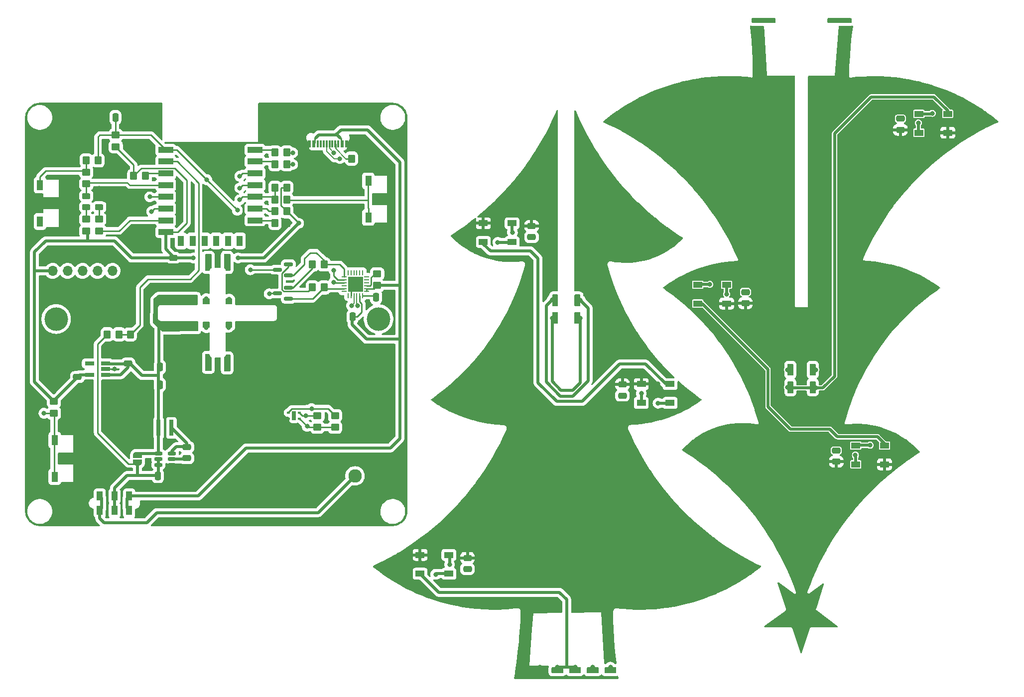
<source format=gtl>
%MOIN*%
%OFA0B0*%
%FSLAX46Y46*%
%IPPOS*%
%LPD*%
%AMRoundRect*
4,1,4,
-0.11811023622047245,0.07874015748031496,
-0.19685039370078741,0.15748031496062992,
-0.27559055118110237,0.23622047244094491,
-0.35433070866141736,0.31496062992125984,
-0.11811023622047245,0.07874015748031496,
0*
1,1,$1,$2,$3*
1,1,$1,$2,$3*
1,1,$1,$2,$3*
1,1,$1,$2,$3*
20,1,$1,$2,$3,$4,$5,90*
20,1,$1,$2,$3,$4,$5,90*
20,1,$1,$2,$3,$4,$5,90*
20,1,$1,$2,$3,$4,$5,90*%
%AMFreePoly0*
4,1,22,
0.029527559055118113,0.01968503937007874,
0.029527559055118113,-0.0000000000000000018079818215881557,
0.029332007874015749,-0.0000000000000000017960081606443842,
0.029274330708661419,-0.0031472834645669308,
0.027609960629921264,-0.00847464566929134,
0.024517244094488192,-0.013120708661417325,
0.020244842519685041,-0.016712047244094492,
0.015136220472440945,-0.018959881889763781,
0.00984251968503937,-0.019652125984251971,
0.00984251968503937,-0.01968503937007874,
-0.0098425196850393734,-0.01968503937007874,
-0.0098425196850393734,-0.019652125984251971,
-0.010083031496062994,-0.019683582677165357,
-0.015597874015748034,-0.018824881889763782,
-0.02065003937007874,-0.016452913385826769,
-0.024833425196850396,-0.012758267716535432,
-0.027811692913385828,-0.0080379921259842516,
-0.029345433070866143,-0.0026715748031496049,
-0.029329094488188979,0.0000000000000000017958297731046545,
-0.029527559055118113,0.0000000000000000018079818215881557,
-0.029527559055118113,0.01968503937007874,
0.029527559055118113,0.01968503937007874,
0.029527559055118113,0.01968503937007874,
0*%
%AMFreePoly1*
4,1,20,
-0.029329094488188979,0.0000000000000000017958297731046545,
-0.029311338582677166,0.0029096456692913404,
-0.027712165354330711,0.00825692913385827,
-0.024676456692913386,0.012940472440944885,
-0.020448228346456692,0.016583700787401578,
-0.015367440944881888,0.018893818897637797,
-0.00984251968503937,0.01968503937007874,
0.0098425196850393734,0.01968503937007874,
0.010323464566929137,0.019679173228346458,
0.015827440944881893,0.018753188976377955,
0.02085023622047244,0.016319645669291338,
0.024988188976377956,0.012574173228346456,
0.027908543307086614,0.00781787401574803,
0.029376614173228347,0.0024331102362204707,
0.029332007874015749,-0.0000000000000000017960081606443842,
0.029527559055118113,-0.0000000000000000018079818215881557,
0.029527559055118113,-0.01968503937007874,
-0.029527559055118113,-0.01968503937007874,
-0.029527559055118113,0.0000000000000000018079818215881557,
-0.029329094488188979,0.0000000000000000017958297731046545,
-0.029329094488188979,0.0000000000000000017958297731046545,
0*%
%AMCOMP1*
4,1,3,
-0.0098425196850393734,-0.018700787401574805,
0.00984251968503937,-0.018700787401574805,
0.0098425196850393734,0.018700787401574805,
-0.00984251968503937,0.018700787401574805,
0*
4,1,19,
-0.01968503937007874,-0.0187007874015748,
-0.019203312168259386,-0.015659281551427682,
-0.017805285377706176,-0.012915499485310303,
-0.015627807601303872,-0.010738021708907997,
-0.012884025535186491,-0.0093399949183547871,
-0.00984251968503937,-0.0088582677165354312,
-0.0068010138348922524,-0.0093399949183547871,
-0.0040572317687748724,-0.010738021708907997,
-0.0018797539923725666,-0.012915499485310301,
-0.000481727201819356,-0.015659281551427682,
-0.0000000000000000011450551536724983,-0.0187007874015748,
-0.00048172720181935636,-0.021742293251721927,
-0.0018797539923725648,-0.0244860753178393,
-0.0040572317687748716,-0.026663553094241611,
-0.0068010138348922507,-0.02806157988479482,
-0.00984251968503937,-0.028543307086614175,
-0.012884025535186491,-0.02806157988479482,
-0.015627807601303872,-0.026663553094241611,
-0.017805285377706179,-0.024486075317839306,
-0.019203312168259389,-0.021742293251721924,
0*
4,1,19,
-0.0000000000000000011450551536724983,-0.018700787401574805,
0.00048172720181935408,-0.015659281551427682,
0.0018797539923725637,-0.012915499485310303,
0.0040572317687748707,-0.010738021708907997,
0.0068010138348922489,-0.0093399949183547871,
0.00984251968503937,-0.0088582677165354329,
0.012884025535186491,-0.0093399949183547871,
0.015627807601303868,-0.010738021708907997,
0.017805285377706176,-0.012915499485310301,
0.019203312168259386,-0.015659281551427685,
0.01968503937007874,-0.018700787401574805,
0.019203312168259386,-0.021742293251721927,
0.017805285377706176,-0.0244860753178393,
0.015627807601303872,-0.026663553094241611,
0.012884025535186489,-0.02806157988479482,
0.00984251968503937,-0.028543307086614175,
0.00680101383489225,-0.02806157988479482,
0.0040572317687748716,-0.026663553094241611,
0.0018797539923725642,-0.024486075317839306,
0.00048172720181935375,-0.021742293251721924,
0*
4,1,19,
0.0000000000000000011450551536724983,0.018700787401574805,
0.00048172720181935636,0.021742293251721924,
0.0018797539923725659,0.0244860753178393,
0.0040572317687748724,0.026663553094241611,
0.0068010138348922524,0.02806157988479482,
0.00984251968503937,0.028543307086614175,
0.012884025535186494,0.02806157988479482,
0.015627807601303872,0.026663553094241611,
0.017805285377706179,0.024486075317839306,
0.019203312168259389,0.021742293251721924,
0.01968503937007874,0.018700787401574805,
0.019203312168259386,0.015659281551427678,
0.017805285377706176,0.012915499485310306,
0.015627807601303872,0.010738021708907997,
0.012884025535186491,0.0093399949183547871,
0.0098425196850393734,0.0088582677165354312,
0.0068010138348922533,0.0093399949183547871,
0.0040572317687748733,0.010738021708907997,
0.0018797539923725666,0.012915499485310301,
0.000481727201819356,0.015659281551427682,
0*
4,1,19,
-0.01968503937007874,0.018700787401574805,
-0.019203312168259386,0.021742293251721924,
-0.017805285377706176,0.0244860753178393,
-0.015627807601303868,0.026663553094241611,
-0.012884025535186489,0.02806157988479482,
-0.0098425196850393682,0.028543307086614175,
-0.0068010138348922489,0.02806157988479482,
-0.0040572317687748707,0.026663553094241611,
-0.0018797539923725642,0.024486075317839306,
-0.00048172720181935375,0.021742293251721924,
0.0000000000000000011450551536724986,0.018700787401574805,
-0.00048172720181935408,0.015659281551427682,
-0.0018797539923725627,0.012915499485310306,
-0.004057231768774869,0.010738021708907997,
-0.0068010138348922481,0.0093399949183547871,
-0.0098425196850393682,0.0088582677165354329,
-0.012884025535186489,0.0093399949183547871,
-0.015627807601303868,0.010738021708907997,
-0.017805285377706176,0.012915499485310301,
-0.019203312168259386,0.015659281551427682,
0*
4,1,3,
-0.0098425196850393734,-0.028543307086614175,
-0.00984251968503937,-0.0088582677165354312,
0.00984251968503937,-0.0088582677165354329,
0.0098425196850393682,-0.028543307086614175,
0*
4,1,3,
0.01968503937007874,-0.018700787401574805,
-0.0000000000000000011450551536724983,-0.018700787401574805,
0.0000000000000000011450551536724983,0.018700787401574805,
0.01968503937007874,0.0187007874015748,
0*
4,1,3,
0.0098425196850393734,0.028543307086614175,
0.00984251968503937,0.0088582677165354312,
-0.00984251968503937,0.0088582677165354329,
-0.0098425196850393682,0.028543307086614175,
0*
4,1,3,
-0.01968503937007874,0.018700787401574805,
0.0000000000000000011450551536724983,0.018700787401574805,
-0.0000000000000000011450551536724983,-0.018700787401574805,
-0.01968503937007874,-0.0187007874015748,
0*%
%AMCOMP2*
4,1,3,
-0.013779527559055118,-0.017716535433070866,
0.013779527559055118,-0.017716535433070866,
0.013779527559055118,0.017716535433070866,
-0.013779527559055118,0.017716535433070866,
0*
4,1,19,
-0.023622047244094488,-0.017716535433070866,
-0.023140320042275134,-0.014675029582923745,
-0.021742293251721924,-0.011931247516806366,
-0.019564815475319616,-0.00975376974040406,
-0.016821033409202237,-0.00835574294985085,
-0.013779527559055118,-0.007874015748031496,
-0.010738021708907997,-0.00835574294985085,
-0.0079942396427906213,-0.0097537697404040617,
-0.0058167618663883145,-0.011931247516806368,
-0.0044187350758351038,-0.014675029582923747,
-0.0039370078740157488,-0.017716535433070866,
-0.0044187350758351038,-0.020758041283217992,
-0.0058167618663883119,-0.023501823349335368,
-0.0079942396427906178,-0.025679301125737672,
-0.010738021708907999,-0.027077327916290882,
-0.013779527559055118,-0.027559055118110236,
-0.016821033409202237,-0.027077327916290882,
-0.019564815475319616,-0.025679301125737675,
-0.021742293251721924,-0.023501823349335368,
-0.023140320042275134,-0.020758041283217992,
0*
4,1,19,
0.0039370078740157462,-0.017716535433070866,
0.0044187350758351012,-0.014675029582923747,
0.0058167618663883111,-0.011931247516806368,
0.0079942396427906178,-0.0097537697404040617,
0.010738021708907997,-0.0083557429498508536,
0.013779527559055118,-0.0078740157480314977,
0.016821033409202237,-0.0083557429498508518,
0.019564815475319616,-0.0097537697404040634,
0.021742293251721924,-0.011931247516806369,
0.023140320042275134,-0.014675029582923748,
0.023622047244094488,-0.017716535433070866,
0.023140320042275134,-0.020758041283217992,
0.021742293251721924,-0.023501823349335368,
0.019564815475319616,-0.025679301125737672,
0.016821033409202237,-0.027077327916290882,
0.013779527559055118,-0.027559055118110236,
0.010738021708907997,-0.027077327916290882,
0.00799423964279062,-0.025679301125737675,
0.0058167618663883119,-0.023501823349335368,
0.0044187350758351012,-0.020758041283217992,
0*
4,1,19,
0.0039370078740157488,0.017716535433070866,
0.0044187350758351038,0.020758041283217985,
0.0058167618663883128,0.023501823349335368,
0.00799423964279062,0.025679301125737672,
0.010738021708907999,0.027077327916290882,
0.01377952755905512,0.027559055118110236,
0.016821033409202241,0.027077327916290882,
0.019564815475319616,0.025679301125737672,
0.021742293251721924,0.023501823349335368,
0.023140320042275134,0.020758041283217992,
0.023622047244094488,0.017716535433070866,
0.023140320042275134,0.014675029582923743,
0.021742293251721924,0.011931247516806366,
0.01956481547531962,0.0097537697404040617,
0.016821033409202237,0.00835574294985085,
0.01377952755905512,0.007874015748031496,
0.010738021708907999,0.00835574294985085,
0.0079942396427906213,0.00975376974040406,
0.0058167618663883145,0.011931247516806366,
0.0044187350758351038,0.014675029582923745,
0*
4,1,19,
-0.023622047244094488,0.017716535433070869,
-0.023140320042275134,0.020758041283217985,
-0.021742293251721924,0.023501823349335368,
-0.019564815475319616,0.025679301125737672,
-0.016821033409202237,0.027077327916290882,
-0.013779527559055116,0.027559055118110236,
-0.010738021708907995,0.027077327916290882,
-0.0079942396427906178,0.025679301125737672,
-0.0058167618663883119,0.023501823349335368,
-0.0044187350758351012,0.020758041283217992,
-0.0039370078740157462,0.017716535433070869,
-0.0044187350758351012,0.014675029582923745,
-0.0058167618663883093,0.011931247516806368,
-0.0079942396427906161,0.0097537697404040634,
-0.010738021708907997,0.0083557429498508536,
-0.013779527559055116,0.0078740157480314977,
-0.016821033409202237,0.0083557429498508518,
-0.019564815475319616,0.0097537697404040617,
-0.021742293251721924,0.011931247516806368,
-0.023140320042275134,0.014675029582923747,
0*
4,1,3,
-0.01377952755905512,-0.027559055118110236,
-0.013779527559055118,-0.007874015748031496,
0.013779527559055118,-0.0078740157480314977,
0.013779527559055116,-0.027559055118110236,
0*
4,1,3,
0.023622047244094488,-0.017716535433070869,
0.0039370078740157462,-0.017716535433070866,
0.0039370078740157488,0.017716535433070866,
0.023622047244094488,0.017716535433070866,
0*
4,1,3,
0.01377952755905512,0.027559055118110236,
0.013779527559055118,0.007874015748031496,
-0.013779527559055118,0.0078740157480314977,
-0.013779527559055116,0.027559055118110236,
0*
4,1,3,
-0.023622047244094488,0.017716535433070869,
-0.0039370078740157462,0.017716535433070866,
-0.0039370078740157488,-0.017716535433070866,
-0.023622047244094488,-0.017716535433070866,
0*%
%AMCOMP3*
4,1,3,
-0.01796259842519685,0.0095964566929133879,
-0.01796259842519685,-0.0095964566929133844,
0.01796259842519685,-0.0095964566929133879,
0.01796259842519685,0.0095964566929133844,
0*
4,1,19,
-0.027559055118110236,0.0095964566929133879,
-0.027089371096336367,0.012561924896806831,
-0.025726294975546987,0.015237112411271275,
-0.023603254143554738,0.017360153243263524,
-0.020928066629090292,0.018723229364052903,
-0.01796259842519685,0.019192913385826776,
-0.014997130221303409,0.018723229364052903,
-0.012321942706838965,0.01736015324326352,
-0.010198901874846717,0.015237112411271273,
-0.0088358257540573342,0.012561924896806831,
-0.0083661417322834636,0.0095964566929133879,
-0.0088358257540573359,0.0066309884890199408,
-0.010198901874846714,0.0039558009745555012,
-0.012321942706838963,0.0018327601425632526,
-0.014997130221303409,0.00046968402177387209,
-0.01796259842519685,0.0000000000000000010998556081327944,
-0.020928066629090292,0.00046968402177387139,
-0.023603254143554735,0.001832760142563251,
-0.025726294975546984,0.0039558009745554986,
-0.027089371096336367,0.0066309884890199443,
0*
4,1,19,
-0.027559055118110236,-0.0095964566929133844,
-0.027089371096336367,-0.0066309884890199417,
-0.025726294975546987,-0.0039558009745554977,
-0.023603254143554738,-0.0018327601425632493,
-0.020928066629090292,-0.00046968402177386987,
-0.01796259842519685,0.0000000000000000010998556081327946,
-0.014997130221303411,-0.00046968402177386922,
-0.012321942706838965,-0.00183276014256325,
-0.010198901874846717,-0.0039558009745554977,
-0.0088358257540573359,-0.0066309884890199434,
-0.0083661417322834653,-0.0095964566929133844,
-0.0088358257540573377,-0.012561924896806831,
-0.010198901874846714,-0.015237112411271273,
-0.012321942706838963,-0.01736015324326352,
-0.014997130221303411,-0.0187232293640529,
-0.01796259842519685,-0.019192913385826769,
-0.020928066629090292,-0.0187232293640529,
-0.023603254143554735,-0.01736015324326352,
-0.025726294975546984,-0.015237112411271273,
-0.027089371096336367,-0.012561924896806829,
0*
4,1,19,
0.0083661417322834636,-0.0095964566929133861,
0.0088358257540573359,-0.0066309884890199443,
0.010198901874846714,-0.0039558009745554994,
0.012321942706838963,-0.0018327601425632515,
0.014997130221303409,-0.00046968402177387209,
0.01796259842519685,-0.0000000000000000010998556081327946,
0.020928066629090292,-0.00046968402177387139,
0.023603254143554735,-0.0018327601425632521,
0.025726294975546984,-0.0039558009745554994,
0.027089371096336367,-0.0066309884890199452,
0.027559055118110236,-0.0095964566929133879,
0.027089371096336367,-0.012561924896806832,
0.025726294975546987,-0.015237112411271275,
0.023603254143554738,-0.017360153243263524,
0.020928066629090296,-0.018723229364052903,
0.01796259842519685,-0.019192913385826776,
0.014997130221303409,-0.018723229364052903,
0.012321942706838966,-0.01736015324326352,
0.010198901874846717,-0.015237112411271275,
0.0088358257540573342,-0.012561924896806831,
0*
4,1,19,
0.0083661417322834653,0.0095964566929133861,
0.0088358257540573377,0.012561924896806829,
0.010198901874846714,0.015237112411271273,
0.012321942706838963,0.01736015324326352,
0.014997130221303411,0.0187232293640529,
0.017962598425196853,0.019192913385826769,
0.020928066629090292,0.0187232293640529,
0.023603254143554735,0.01736015324326352,
0.025726294975546984,0.015237112411271271,
0.027089371096336367,0.012561924896806829,
0.027559055118110236,0.0095964566929133844,
0.027089371096336367,0.0066309884890199391,
0.025726294975546987,0.0039558009745554986,
0.023603254143554738,0.0018327601425632504,
0.020928066629090296,0.00046968402177386987,
0.017962598425196853,-0.0000000000000000010998556081327946,
0.014997130221303411,0.00046968402177386922,
0.012321942706838966,0.0018327601425632487,
0.010198901874846717,0.0039558009745554968,
0.0088358257540573359,0.0066309884890199417,
0*
4,1,3,
-0.027559055118110236,0.00959645669291339,
-0.0083661417322834636,0.0095964566929133844,
-0.0083661417322834653,-0.0095964566929133879,
-0.027559055118110236,-0.0095964566929133827,
0*
4,1,3,
-0.017962598425196853,-0.019192913385826769,
-0.01796259842519685,0.0000000000000000010998556081327946,
0.01796259842519685,-0.0000000000000000010998556081327946,
0.01796259842519685,-0.019192913385826776,
0*
4,1,3,
0.027559055118110236,-0.00959645669291339,
0.0083661417322834636,-0.0095964566929133844,
0.0083661417322834653,0.0095964566929133879,
0.027559055118110236,0.0095964566929133827,
0*
4,1,3,
0.017962598425196853,0.019192913385826769,
0.01796259842519685,-0.0000000000000000010998556081327946,
-0.01796259842519685,0.0000000000000000010998556081327946,
-0.01796259842519685,0.019192913385826776,
0*%
%AMCOMP4*
4,1,3,
0.0098425196850393734,0.018700787401574805,
-0.00984251968503937,0.018700787401574805,
-0.0098425196850393734,-0.018700787401574805,
0.00984251968503937,-0.018700787401574805,
0*
4,1,19,
0.0000000000000000011450551536724983,0.018700787401574805,
0.00048172720181935636,0.021742293251721924,
0.0018797539923725659,0.0244860753178393,
0.0040572317687748724,0.026663553094241611,
0.0068010138348922524,0.02806157988479482,
0.00984251968503937,0.028543307086614175,
0.012884025535186494,0.02806157988479482,
0.015627807601303872,0.026663553094241611,
0.017805285377706179,0.024486075317839306,
0.019203312168259389,0.021742293251721924,
0.01968503937007874,0.018700787401574805,
0.019203312168259386,0.015659281551427678,
0.017805285377706176,0.012915499485310306,
0.015627807601303872,0.010738021708907997,
0.012884025535186491,0.0093399949183547871,
0.0098425196850393734,0.0088582677165354312,
0.0068010138348922533,0.0093399949183547871,
0.0040572317687748733,0.010738021708907997,
0.0018797539923725666,0.012915499485310301,
0.000481727201819356,0.015659281551427682,
0*
4,1,19,
-0.01968503937007874,0.018700787401574805,
-0.019203312168259386,0.021742293251721924,
-0.017805285377706176,0.0244860753178393,
-0.015627807601303868,0.026663553094241611,
-0.012884025535186489,0.02806157988479482,
-0.0098425196850393682,0.028543307086614175,
-0.0068010138348922489,0.02806157988479482,
-0.0040572317687748707,0.026663553094241611,
-0.0018797539923725642,0.024486075317839306,
-0.00048172720181935375,0.021742293251721924,
0.0000000000000000011450551536724986,0.018700787401574805,
-0.00048172720181935408,0.015659281551427682,
-0.0018797539923725627,0.012915499485310306,
-0.004057231768774869,0.010738021708907997,
-0.0068010138348922481,0.0093399949183547871,
-0.0098425196850393682,0.0088582677165354329,
-0.012884025535186489,0.0093399949183547871,
-0.015627807601303868,0.010738021708907997,
-0.017805285377706176,0.012915499485310301,
-0.019203312168259386,0.015659281551427682,
0*
4,1,19,
-0.01968503937007874,-0.0187007874015748,
-0.019203312168259386,-0.015659281551427682,
-0.017805285377706176,-0.012915499485310303,
-0.015627807601303872,-0.010738021708907997,
-0.012884025535186491,-0.0093399949183547871,
-0.00984251968503937,-0.0088582677165354312,
-0.0068010138348922524,-0.0093399949183547871,
-0.0040572317687748724,-0.010738021708907997,
-0.0018797539923725666,-0.012915499485310301,
-0.000481727201819356,-0.015659281551427682,
-0.0000000000000000011450551536724983,-0.0187007874015748,
-0.00048172720181935636,-0.021742293251721927,
-0.0018797539923725648,-0.0244860753178393,
-0.0040572317687748716,-0.026663553094241611,
-0.0068010138348922507,-0.02806157988479482,
-0.00984251968503937,-0.028543307086614175,
-0.012884025535186491,-0.02806157988479482,
-0.015627807601303872,-0.026663553094241611,
-0.017805285377706179,-0.024486075317839306,
-0.019203312168259389,-0.021742293251721924,
0*
4,1,19,
-0.0000000000000000011450551536724983,-0.018700787401574805,
0.00048172720181935408,-0.015659281551427682,
0.0018797539923725637,-0.012915499485310303,
0.0040572317687748707,-0.010738021708907997,
0.0068010138348922489,-0.0093399949183547871,
0.00984251968503937,-0.0088582677165354329,
0.012884025535186491,-0.0093399949183547871,
0.015627807601303868,-0.010738021708907997,
0.017805285377706176,-0.012915499485310301,
0.019203312168259386,-0.015659281551427685,
0.01968503937007874,-0.018700787401574805,
0.019203312168259386,-0.021742293251721927,
0.017805285377706176,-0.0244860753178393,
0.015627807601303872,-0.026663553094241611,
0.012884025535186489,-0.02806157988479482,
0.00984251968503937,-0.028543307086614175,
0.00680101383489225,-0.02806157988479482,
0.0040572317687748716,-0.026663553094241611,
0.0018797539923725642,-0.024486075317839306,
0.00048172720181935375,-0.021742293251721924,
0*
4,1,3,
0.0098425196850393734,0.028543307086614175,
0.00984251968503937,0.0088582677165354312,
-0.00984251968503937,0.0088582677165354329,
-0.0098425196850393682,0.028543307086614175,
0*
4,1,3,
-0.01968503937007874,0.018700787401574805,
0.0000000000000000011450551536724983,0.018700787401574805,
-0.0000000000000000011450551536724983,-0.018700787401574805,
-0.01968503937007874,-0.0187007874015748,
0*
4,1,3,
-0.0098425196850393734,-0.028543307086614175,
-0.00984251968503937,-0.0088582677165354312,
0.00984251968503937,-0.0088582677165354329,
0.0098425196850393682,-0.028543307086614175,
0*
4,1,3,
0.01968503937007874,-0.018700787401574805,
-0.0000000000000000011450551536724983,-0.018700787401574805,
0.0000000000000000011450551536724983,0.018700787401574805,
0.01968503937007874,0.0187007874015748,
0*%
%AMCOMP5*
4,1,3,
-0.017716535433070866,0.013779527559055118,
-0.017716535433070866,-0.013779527559055118,
0.017716535433070866,-0.013779527559055118,
0.017716535433070866,0.013779527559055118,
0*
4,1,19,
-0.027559055118110236,0.01377952755905512,
-0.027077327916290882,0.016821033409202241,
-0.025679301125737672,0.01956481547531962,
-0.023501823349335368,0.021742293251721924,
-0.020758041283217985,0.023140320042275134,
-0.017716535433070866,0.023622047244094488,
-0.014675029582923747,0.023140320042275134,
-0.011931247516806366,0.021742293251721924,
-0.0097537697404040617,0.01956481547531962,
-0.00835574294985085,0.016821033409202237,
-0.007874015748031496,0.01377952755905512,
-0.00835574294985085,0.010738021708907995,
-0.00975376974040406,0.0079942396427906213,
-0.011931247516806368,0.0058167618663883145,
-0.014675029582923745,0.0044187350758351038,
-0.017716535433070866,0.0039370078740157488,
-0.020758041283217985,0.0044187350758351021,
-0.023501823349335368,0.0058167618663883119,
-0.025679301125737672,0.0079942396427906178,
-0.027077327916290882,0.010738021708907997,
0*
4,1,19,
-0.027559055118110236,-0.013779527559055116,
-0.027077327916290882,-0.010738021708907995,
-0.025679301125737672,-0.0079942396427906178,
-0.023501823349335368,-0.0058167618663883111,
-0.020758041283217985,-0.0044187350758351012,
-0.017716535433070866,-0.0039370078740157462,
-0.014675029582923748,-0.0044187350758351,
-0.011931247516806368,-0.0058167618663883111,
-0.0097537697404040634,-0.0079942396427906161,
-0.0083557429498508536,-0.010738021708907997,
-0.0078740157480314977,-0.013779527559055116,
-0.0083557429498508536,-0.016821033409202241,
-0.0097537697404040617,-0.019564815475319616,
-0.011931247516806369,-0.021742293251721924,
-0.014675029582923747,-0.023140320042275134,
-0.017716535433070866,-0.023622047244094488,
-0.020758041283217985,-0.023140320042275134,
-0.023501823349335368,-0.021742293251721924,
-0.025679301125737672,-0.019564815475319616,
-0.027077327916290882,-0.016821033409202237,
0*
4,1,19,
0.007874015748031496,-0.013779527559055118,
0.00835574294985085,-0.010738021708907997,
0.0097537697404040617,-0.00799423964279062,
0.011931247516806368,-0.0058167618663883128,
0.014675029582923747,-0.0044187350758351038,
0.017716535433070866,-0.0039370078740157488,
0.020758041283217985,-0.0044187350758351021,
0.023501823349335368,-0.0058167618663883128,
0.025679301125737672,-0.0079942396427906178,
0.027077327916290882,-0.010738021708907999,
0.027559055118110236,-0.013779527559055118,
0.027077327916290882,-0.016821033409202244,
0.025679301125737675,-0.019564815475319616,
0.023501823349335368,-0.021742293251721924,
0.020758041283217992,-0.023140320042275134,
0.017716535433070866,-0.023622047244094488,
0.014675029582923747,-0.023140320042275134,
0.011931247516806368,-0.021742293251721924,
0.0097537697404040617,-0.01956481547531962,
0.00835574294985085,-0.016821033409202241,
0*
4,1,19,
0.0078740157480314977,0.013779527559055118,
0.0083557429498508536,0.016821033409202237,
0.0097537697404040634,0.019564815475319616,
0.011931247516806369,0.021742293251721924,
0.014675029582923748,0.023140320042275134,
0.017716535433070869,0.023622047244094488,
0.020758041283217985,0.023140320042275134,
0.023501823349335368,0.021742293251721924,
0.025679301125737672,0.019564815475319616,
0.027077327916290882,0.016821033409202237,
0.027559055118110236,0.013779527559055118,
0.027077327916290882,0.010738021708907993,
0.025679301125737675,0.0079942396427906178,
0.023501823349335368,0.0058167618663883119,
0.020758041283217992,0.0044187350758351012,
0.017716535433070869,0.0039370078740157462,
0.014675029582923748,0.0044187350758351,
0.011931247516806369,0.0058167618663883093,
0.0097537697404040634,0.0079942396427906143,
0.0083557429498508536,0.010738021708907995,
0*
4,1,3,
-0.027559055118110236,0.01377952755905512,
-0.007874015748031496,0.013779527559055118,
-0.0078740157480314977,-0.013779527559055118,
-0.027559055118110236,-0.013779527559055116,
0*
4,1,3,
-0.017716535433070869,-0.023622047244094488,
-0.017716535433070866,-0.0039370078740157462,
0.017716535433070866,-0.0039370078740157488,
0.017716535433070866,-0.023622047244094488,
0*
4,1,3,
0.027559055118110236,-0.01377952755905512,
0.007874015748031496,-0.013779527559055118,
0.0078740157480314977,0.013779527559055118,
0.027559055118110236,0.013779527559055116,
0*
4,1,3,
0.017716535433070869,0.023622047244094488,
0.017716535433070866,0.0039370078740157462,
-0.017716535433070866,0.0039370078740157488,
-0.017716535433070866,0.023622047244094488,
0*%
%AMCOMP6*
4,1,3,
0.013779527559055118,0.017716535433070866,
-0.013779527559055118,0.017716535433070866,
-0.013779527559055118,-0.017716535433070866,
0.013779527559055118,-0.017716535433070866,
0*
4,1,19,
0.0039370078740157488,0.017716535433070866,
0.0044187350758351038,0.020758041283217985,
0.0058167618663883128,0.023501823349335368,
0.00799423964279062,0.025679301125737672,
0.010738021708907999,0.027077327916290882,
0.01377952755905512,0.027559055118110236,
0.016821033409202241,0.027077327916290882,
0.019564815475319616,0.025679301125737672,
0.021742293251721924,0.023501823349335368,
0.023140320042275134,0.020758041283217992,
0.023622047244094488,0.017716535433070866,
0.023140320042275134,0.014675029582923743,
0.021742293251721924,0.011931247516806366,
0.01956481547531962,0.0097537697404040617,
0.016821033409202237,0.00835574294985085,
0.01377952755905512,0.007874015748031496,
0.010738021708907999,0.00835574294985085,
0.0079942396427906213,0.00975376974040406,
0.0058167618663883145,0.011931247516806366,
0.0044187350758351038,0.014675029582923745,
0*
4,1,19,
-0.023622047244094488,0.017716535433070869,
-0.023140320042275134,0.020758041283217985,
-0.021742293251721924,0.023501823349335368,
-0.019564815475319616,0.025679301125737672,
-0.016821033409202237,0.027077327916290882,
-0.013779527559055116,0.027559055118110236,
-0.010738021708907995,0.027077327916290882,
-0.0079942396427906178,0.025679301125737672,
-0.0058167618663883119,0.023501823349335368,
-0.0044187350758351012,0.020758041283217992,
-0.0039370078740157462,0.017716535433070869,
-0.0044187350758351012,0.014675029582923745,
-0.0058167618663883093,0.011931247516806368,
-0.0079942396427906161,0.0097537697404040634,
-0.010738021708907997,0.0083557429498508536,
-0.013779527559055116,0.0078740157480314977,
-0.016821033409202237,0.0083557429498508518,
-0.019564815475319616,0.0097537697404040617,
-0.021742293251721924,0.011931247516806368,
-0.023140320042275134,0.014675029582923747,
0*
4,1,19,
-0.023622047244094488,-0.017716535433070866,
-0.023140320042275134,-0.014675029582923745,
-0.021742293251721924,-0.011931247516806366,
-0.019564815475319616,-0.00975376974040406,
-0.016821033409202237,-0.00835574294985085,
-0.013779527559055118,-0.007874015748031496,
-0.010738021708907997,-0.00835574294985085,
-0.0079942396427906213,-0.0097537697404040617,
-0.0058167618663883145,-0.011931247516806368,
-0.0044187350758351038,-0.014675029582923747,
-0.0039370078740157488,-0.017716535433070866,
-0.0044187350758351038,-0.020758041283217992,
-0.0058167618663883119,-0.023501823349335368,
-0.0079942396427906178,-0.025679301125737672,
-0.010738021708907999,-0.027077327916290882,
-0.013779527559055118,-0.027559055118110236,
-0.016821033409202237,-0.027077327916290882,
-0.019564815475319616,-0.025679301125737675,
-0.021742293251721924,-0.023501823349335368,
-0.023140320042275134,-0.020758041283217992,
0*
4,1,19,
0.0039370078740157462,-0.017716535433070866,
0.0044187350758351012,-0.014675029582923747,
0.0058167618663883111,-0.011931247516806368,
0.0079942396427906178,-0.0097537697404040617,
0.010738021708907997,-0.0083557429498508536,
0.013779527559055118,-0.0078740157480314977,
0.016821033409202237,-0.0083557429498508518,
0.019564815475319616,-0.0097537697404040634,
0.021742293251721924,-0.011931247516806369,
0.023140320042275134,-0.014675029582923748,
0.023622047244094488,-0.017716535433070866,
0.023140320042275134,-0.020758041283217992,
0.021742293251721924,-0.023501823349335368,
0.019564815475319616,-0.025679301125737672,
0.016821033409202237,-0.027077327916290882,
0.013779527559055118,-0.027559055118110236,
0.010738021708907997,-0.027077327916290882,
0.00799423964279062,-0.025679301125737675,
0.0058167618663883119,-0.023501823349335368,
0.0044187350758351012,-0.020758041283217992,
0*
4,1,3,
0.01377952755905512,0.027559055118110236,
0.013779527559055118,0.007874015748031496,
-0.013779527559055118,0.0078740157480314977,
-0.013779527559055116,0.027559055118110236,
0*
4,1,3,
-0.023622047244094488,0.017716535433070869,
-0.0039370078740157462,0.017716535433070866,
-0.0039370078740157488,-0.017716535433070866,
-0.023622047244094488,-0.017716535433070866,
0*
4,1,3,
-0.01377952755905512,-0.027559055118110236,
-0.013779527559055118,-0.007874015748031496,
0.013779527559055118,-0.0078740157480314977,
0.013779527559055116,-0.027559055118110236,
0*
4,1,3,
0.023622047244094488,-0.017716535433070869,
0.0039370078740157462,-0.017716535433070866,
0.0039370078740157488,0.017716535433070866,
0.023622047244094488,0.017716535433070866,
0*%
%AMCOMP7*
4,1,21,
0.029527559055118113,0.01968503937007874,
0.029527559055118113,-0.0000000000000000018079818215881557,
0.029332007874015749,-0.0000000000000000017960081606443842,
0.029274330708661419,-0.0031472834645669308,
0.027609960629921264,-0.00847464566929134,
0.024517244094488192,-0.013120708661417325,
0.020244842519685041,-0.016712047244094492,
0.015136220472440945,-0.018959881889763781,
0.00984251968503937,-0.019652125984251971,
0.00984251968503937,-0.01968503937007874,
-0.0098425196850393734,-0.01968503937007874,
-0.0098425196850393734,-0.019652125984251971,
-0.010083031496062994,-0.019683582677165357,
-0.015597874015748034,-0.018824881889763782,
-0.02065003937007874,-0.016452913385826769,
-0.024833425196850396,-0.012758267716535432,
-0.027811692913385828,-0.0080379921259842516,
-0.029345433070866143,-0.0026715748031496049,
-0.029329094488188979,0.0000000000000000017958297731046545,
-0.029527559055118113,0.0000000000000000018079818215881557,
-0.029527559055118113,0.01968503937007874,
0.029527559055118113,0.01968503937007874,
0*%
%AMCOMP8*
4,1,19,
-0.029329094488188979,0.0000000000000000017958297731046545,
-0.029311338582677166,0.0029096456692913404,
-0.027712165354330711,0.00825692913385827,
-0.024676456692913386,0.012940472440944885,
-0.020448228346456692,0.016583700787401578,
-0.015367440944881888,0.018893818897637797,
-0.00984251968503937,0.01968503937007874,
0.0098425196850393734,0.01968503937007874,
0.010323464566929137,0.019679173228346458,
0.015827440944881893,0.018753188976377955,
0.02085023622047244,0.016319645669291338,
0.024988188976377956,0.012574173228346456,
0.027908543307086614,0.00781787401574803,
0.029376614173228347,0.0024331102362204707,
0.029332007874015749,-0.0000000000000000017960081606443842,
0.029527559055118113,-0.0000000000000000018079818215881557,
0.029527559055118113,-0.01968503937007874,
-0.029527559055118113,-0.01968503937007874,
-0.029527559055118113,0.0000000000000000018079818215881557,
-0.029329094488188979,0.0000000000000000017958297731046545,
0*%
%AMCOMP9*
4,1,3,
0.02312992125984252,0.0059055118110236211,
-0.02312992125984252,0.0059055118110236228,
-0.02312992125984252,-0.0059055118110236211,
0.02312992125984252,-0.0059055118110236228,
0*
4,1,19,
0.017224409448818898,0.0059055118110236211,
0.017513445769910513,0.007730415321111894,
0.018352261844242438,0.0093766845607823213,
0.019658748510083823,0.010683171226623702,
0.021305017749754251,0.011521987300955628,
0.02312992125984252,0.011811023622047242,
0.024954824769930793,0.011521987300955629,
0.026601094009601218,0.010683171226623702,
0.027907580675442602,0.0093766845607823213,
0.028746396749774531,0.0077304153211118923,
0.029035433070866146,0.0059055118110236211,
0.028746396749774531,0.0040806083009353464,
0.027907580675442606,0.0024343390612649213,
0.026601094009601225,0.0011278523954235378,
0.024954824769930793,0.00028903632109161191,
0.02312992125984252,-0.0000000000000000014162524269107219,
0.021305017749754251,0.00028903632109161109,
0.019658748510083823,0.0011278523954235367,
0.018352261844242438,0.00243433906126492,
0.017513445769910513,0.0040806083009353473,
0*
4,1,19,
-0.029035433070866146,0.0059055118110236246,
-0.028746396749774531,0.0077304153211118967,
-0.027907580675442602,0.0093766845607823248,
-0.026601094009601225,0.010683171226623706,
-0.024954824769930793,0.011521987300955631,
-0.02312992125984252,0.011811023622047246,
-0.021305017749754251,0.011521987300955635,
-0.019658748510083823,0.010683171226623706,
-0.018352261844242438,0.0093766845607823248,
-0.017513445769910513,0.0077304153211118958,
-0.017224409448818898,0.0059055118110236246,
-0.017513445769910513,0.00408060830093535,
-0.018352261844242438,0.0024343390612649239,
-0.019658748510083823,0.0011278523954235406,
-0.021305017749754251,0.00028903632109161478,
-0.02312992125984252,0.0000000000000000014162524269107219,
-0.024954824769930793,0.00028903632109161391,
-0.026601094009601218,0.0011278523954235395,
-0.027907580675442602,0.002434339061264923,
-0.028746396749774531,0.00408060830093535,
0*
4,1,19,
-0.029035433070866146,-0.00590551181102362,
-0.028746396749774531,-0.0040806083009353481,
-0.027907580675442602,-0.0024343390612649209,
-0.026601094009601225,-0.0011278523954235374,
-0.024954824769930793,-0.00028903632109161191,
-0.02312992125984252,0.0000000000000000014162524269107219,
-0.021305017749754251,-0.00028903632109161109,
-0.019658748510083823,-0.0011278523954235378,
-0.018352261844242438,-0.0024343390612649209,
-0.017513445769910513,-0.0040806083009353481,
-0.017224409448818898,-0.00590551181102362,
-0.017513445769910513,-0.0077304153211118949,
-0.018352261844242438,-0.00937668456078232,
-0.019658748510083823,-0.010683171226623702,
-0.021305017749754251,-0.011521987300955628,
-0.02312992125984252,-0.011811023622047242,
-0.024954824769930793,-0.011521987300955629,
-0.026601094009601218,-0.010683171226623704,
-0.027907580675442602,-0.0093766845607823213,
-0.028746396749774531,-0.007730415321111894,
0*
4,1,19,
0.017224409448818898,-0.0059055118110236228,
0.017513445769910513,-0.0040806083009353507,
0.018352261844242438,-0.0024343390612649235,
0.019658748510083823,-0.0011278523954235402,
0.021305017749754251,-0.00028903632109161478,
0.02312992125984252,-0.0000000000000000014162524269107219,
0.024954824769930793,-0.00028903632109161391,
0.026601094009601218,-0.0011278523954235406,
0.027907580675442602,-0.0024343390612649235,
0.028746396749774531,-0.0040806083009353507,
0.029035433070866146,-0.0059055118110236228,
0.028746396749774531,-0.0077304153211118984,
0.027907580675442606,-0.0093766845607823231,
0.026601094009601225,-0.010683171226623706,
0.024954824769930793,-0.011521987300955631,
0.02312992125984252,-0.011811023622047246,
0.021305017749754251,-0.011521987300955635,
0.019658748510083823,-0.010683171226623709,
0.018352261844242438,-0.0093766845607823248,
0.017513445769910513,-0.0077304153211118967,
0*
4,1,3,
0.02312992125984252,0.011811023622047242,
0.02312992125984252,-0.0000000000000000014162524269107219,
-0.02312992125984252,0.0000000000000000014162524269107219,
-0.02312992125984252,0.011811023622047246,
0*
4,1,3,
-0.029035433070866146,0.0059055118110236246,
-0.017224409448818898,0.0059055118110236228,
-0.017224409448818898,-0.0059055118110236211,
-0.029035433070866146,-0.00590551181102362,
0*
4,1,3,
-0.02312992125984252,-0.011811023622047242,
-0.02312992125984252,0.0000000000000000014162524269107219,
0.02312992125984252,-0.0000000000000000014162524269107219,
0.02312992125984252,-0.011811023622047246,
0*
4,1,3,
0.029035433070866146,-0.0059055118110236246,
0.017224409448818898,-0.0059055118110236228,
0.017224409448818898,0.0059055118110236211,
0.029035433070866146,0.00590551181102362,
0*%
%AMCOMP10*
4,1,3,
0.018700787401574805,-0.0098425196850393734,
0.018700787401574805,0.00984251968503937,
-0.018700787401574805,0.0098425196850393734,
-0.018700787401574805,-0.00984251968503937,
0*
4,1,19,
0.0088582677165354312,-0.00984251968503937,
0.0093399949183547871,-0.0068010138348922507,
0.010738021708907997,-0.0040572317687748716,
0.012915499485310303,-0.0018797539923725655,
0.015659281551427682,-0.000481727201819356,
0.018700787401574805,-0.0000000000000000011450551536724983,
0.021742293251721924,-0.00048172720181935522,
0.0244860753178393,-0.0018797539923725659,
0.026663553094241611,-0.0040572317687748716,
0.02806157988479482,-0.0068010138348922524,
0.028543307086614175,-0.00984251968503937,
0.02806157988479482,-0.012884025535186496,
0.026663553094241611,-0.015627807601303872,
0.024486075317839306,-0.017805285377706179,
0.021742293251721924,-0.019203312168259389,
0.018700787401574805,-0.01968503937007874,
0.015659281551427682,-0.019203312168259386,
0.012915499485310306,-0.017805285377706176,
0.010738021708907997,-0.015627807601303872,
0.0093399949183547871,-0.012884025535186494,
0*
4,1,19,
0.0088582677165354329,0.00984251968503937,
0.0093399949183547888,0.012884025535186491,
0.010738021708907997,0.015627807601303872,
0.012915499485310303,0.017805285377706176,
0.015659281551427685,0.019203312168259386,
0.018700787401574805,0.01968503937007874,
0.021742293251721924,0.019203312168259386,
0.0244860753178393,0.017805285377706176,
0.026663553094241611,0.015627807601303872,
0.02806157988479482,0.012884025535186489,
0.028543307086614175,0.00984251968503937,
0.02806157988479482,0.0068010138348922455,
0.026663553094241611,0.0040572317687748707,
0.024486075317839306,0.0018797539923725642,
0.021742293251721924,0.00048172720181935375,
0.018700787401574805,-0.0000000000000000011450551536724986,
0.015659281551427685,0.000481727201819353,
0.012915499485310306,0.0018797539923725627,
0.010738021708907997,0.0040572317687748681,
0.0093399949183547871,0.0068010138348922463,
0*
4,1,19,
-0.028543307086614175,0.0098425196850393734,
-0.02806157988479482,0.012884025535186494,
-0.026663553094241611,0.015627807601303872,
-0.0244860753178393,0.017805285377706179,
-0.021742293251721924,0.019203312168259389,
-0.0187007874015748,0.01968503937007874,
-0.015659281551427682,0.019203312168259386,
-0.012915499485310306,0.017805285377706176,
-0.010738021708907997,0.015627807601303872,
-0.0093399949183547871,0.012884025535186491,
-0.0088582677165354312,0.0098425196850393734,
-0.0093399949183547871,0.0068010138348922489,
-0.010738021708907997,0.0040572317687748724,
-0.012915499485310301,0.0018797539923725666,
-0.015659281551427682,0.000481727201819356,
-0.0187007874015748,0.0000000000000000011450551536724983,
-0.02174229325172192,0.00048172720181935522,
-0.0244860753178393,0.0018797539923725648,
-0.026663553094241611,0.0040572317687748707,
-0.02806157988479482,0.00680101383489225,
0*
4,1,19,
-0.028543307086614175,-0.0098425196850393682,
-0.02806157988479482,-0.0068010138348922481,
-0.026663553094241611,-0.004057231768774869,
-0.0244860753178393,-0.0018797539923725631,
-0.021742293251721924,-0.00048172720181935375,
-0.018700787401574805,0.0000000000000000011450551536724983,
-0.015659281551427682,-0.000481727201819353,
-0.012915499485310306,-0.0018797539923725637,
-0.010738021708907997,-0.004057231768774869,
-0.0093399949183547871,-0.0068010138348922489,
-0.0088582677165354329,-0.00984251968503937,
-0.0093399949183547888,-0.012884025535186494,
-0.010738021708907997,-0.015627807601303868,
-0.012915499485310301,-0.017805285377706176,
-0.015659281551427685,-0.019203312168259386,
-0.018700787401574805,-0.01968503937007874,
-0.02174229325172192,-0.019203312168259386,
-0.0244860753178393,-0.017805285377706176,
-0.026663553094241611,-0.015627807601303872,
-0.02806157988479482,-0.012884025535186491,
0*
4,1,3,
0.028543307086614175,-0.0098425196850393734,
0.0088582677165354312,-0.00984251968503937,
0.0088582677165354329,0.00984251968503937,
0.028543307086614175,0.0098425196850393682,
0*
4,1,3,
0.018700787401574805,0.01968503937007874,
0.018700787401574805,-0.0000000000000000011450551536724983,
-0.018700787401574805,0.0000000000000000011450551536724983,
-0.0187007874015748,0.01968503937007874,
0*
4,1,3,
-0.028543307086614175,0.0098425196850393734,
-0.0088582677165354312,0.00984251968503937,
-0.0088582677165354329,-0.00984251968503937,
-0.028543307086614175,-0.0098425196850393682,
0*
4,1,3,
-0.018700787401574805,-0.01968503937007874,
-0.018700787401574805,0.0000000000000000011450551536724983,
0.018700787401574805,-0.0000000000000000011450551536724983,
0.0187007874015748,-0.01968503937007874,
0*%
%AMCOMP11*
4,1,3,
0.017716535433070866,-0.013779527559055118,
0.017716535433070866,0.013779527559055118,
-0.017716535433070866,0.013779527559055118,
-0.017716535433070866,-0.013779527559055118,
0*
4,1,19,
0.007874015748031496,-0.013779527559055118,
0.00835574294985085,-0.010738021708907997,
0.0097537697404040617,-0.00799423964279062,
0.011931247516806368,-0.0058167618663883128,
0.014675029582923747,-0.0044187350758351038,
0.017716535433070866,-0.0039370078740157488,
0.020758041283217985,-0.0044187350758351021,
0.023501823349335368,-0.0058167618663883128,
0.025679301125737672,-0.0079942396427906178,
0.027077327916290882,-0.010738021708907999,
0.027559055118110236,-0.013779527559055118,
0.027077327916290882,-0.016821033409202244,
0.025679301125737675,-0.019564815475319616,
0.023501823349335368,-0.021742293251721924,
0.020758041283217992,-0.023140320042275134,
0.017716535433070866,-0.023622047244094488,
0.014675029582923747,-0.023140320042275134,
0.011931247516806368,-0.021742293251721924,
0.0097537697404040617,-0.01956481547531962,
0.00835574294985085,-0.016821033409202241,
0*
4,1,19,
0.0078740157480314977,0.013779527559055118,
0.0083557429498508536,0.016821033409202237,
0.0097537697404040634,0.019564815475319616,
0.011931247516806369,0.021742293251721924,
0.014675029582923748,0.023140320042275134,
0.017716535433070869,0.023622047244094488,
0.020758041283217985,0.023140320042275134,
0.023501823349335368,0.021742293251721924,
0.025679301125737672,0.019564815475319616,
0.027077327916290882,0.016821033409202237,
0.027559055118110236,0.013779527559055118,
0.027077327916290882,0.010738021708907993,
0.025679301125737675,0.0079942396427906178,
0.023501823349335368,0.0058167618663883119,
0.020758041283217992,0.0044187350758351012,
0.017716535433070869,0.0039370078740157462,
0.014675029582923748,0.0044187350758351,
0.011931247516806369,0.0058167618663883093,
0.0097537697404040634,0.0079942396427906143,
0.0083557429498508536,0.010738021708907995,
0*
4,1,19,
-0.027559055118110236,0.01377952755905512,
-0.027077327916290882,0.016821033409202241,
-0.025679301125737672,0.01956481547531962,
-0.023501823349335368,0.021742293251721924,
-0.020758041283217985,0.023140320042275134,
-0.017716535433070866,0.023622047244094488,
-0.014675029582923747,0.023140320042275134,
-0.011931247516806366,0.021742293251721924,
-0.0097537697404040617,0.01956481547531962,
-0.00835574294985085,0.016821033409202237,
-0.007874015748031496,0.01377952755905512,
-0.00835574294985085,0.010738021708907995,
-0.00975376974040406,0.0079942396427906213,
-0.011931247516806368,0.0058167618663883145,
-0.014675029582923745,0.0044187350758351038,
-0.017716535433070866,0.0039370078740157488,
-0.020758041283217985,0.0044187350758351021,
-0.023501823349335368,0.0058167618663883119,
-0.025679301125737672,0.0079942396427906178,
-0.027077327916290882,0.010738021708907997,
0*
4,1,19,
-0.027559055118110236,-0.013779527559055116,
-0.027077327916290882,-0.010738021708907995,
-0.025679301125737672,-0.0079942396427906178,
-0.023501823349335368,-0.0058167618663883111,
-0.020758041283217985,-0.0044187350758351012,
-0.017716535433070866,-0.0039370078740157462,
-0.014675029582923748,-0.0044187350758351,
-0.011931247516806368,-0.0058167618663883111,
-0.0097537697404040634,-0.0079942396427906161,
-0.0083557429498508536,-0.010738021708907997,
-0.0078740157480314977,-0.013779527559055116,
-0.0083557429498508536,-0.016821033409202241,
-0.0097537697404040617,-0.019564815475319616,
-0.011931247516806369,-0.021742293251721924,
-0.014675029582923747,-0.023140320042275134,
-0.017716535433070866,-0.023622047244094488,
-0.020758041283217985,-0.023140320042275134,
-0.023501823349335368,-0.021742293251721924,
-0.025679301125737672,-0.019564815475319616,
-0.027077327916290882,-0.016821033409202237,
0*
4,1,3,
0.027559055118110236,-0.01377952755905512,
0.007874015748031496,-0.013779527559055118,
0.0078740157480314977,0.013779527559055118,
0.027559055118110236,0.013779527559055116,
0*
4,1,3,
0.017716535433070869,0.023622047244094488,
0.017716535433070866,0.0039370078740157462,
-0.017716535433070866,0.0039370078740157488,
-0.017716535433070866,0.023622047244094488,
0*
4,1,3,
-0.027559055118110236,0.01377952755905512,
-0.007874015748031496,0.013779527559055118,
-0.0078740157480314977,-0.013779527559055118,
-0.027559055118110236,-0.013779527559055116,
0*
4,1,3,
-0.017716535433070869,-0.023622047244094488,
-0.017716535433070866,-0.0039370078740157462,
0.017716535433070866,-0.0039370078740157488,
0.017716535433070866,-0.023622047244094488,
0*%
%AMCOMP12*
4,1,3,
0.0073818897637795283,0.003444881889763779,
-0.0073818897637795283,0.00344488188976378,
-0.0073818897637795283,-0.003444881889763779,
0.0073818897637795283,-0.00344488188976378,
0*
4,1,19,
0.0039370078740157488,0.0034448818897637795,
0.0041056123946525231,0.0045094089373152717,
0.0045949217713461468,0.0054697326604563551,
0.0053570389930869535,0.0062318498821971611,
0.0063173627162280352,0.0067211592588907855,
0.0073818897637795283,0.006889763779527559,
0.00844641681133102,0.0067211592588907855,
0.0094067405344721022,0.00623184988219716,
0.01016885775621291,0.0054697326604563543,
0.010658167132906533,0.0045094089373152717,
0.010826771653543309,0.0034448818897637795,
0.010658167132906533,0.0023803548422122859,
0.01016885775621291,0.0014200311190712047,
0.009406740534472104,0.00065791389733039726,
0.00844641681133102,0.00016860452063677391,
0.0073818897637795292,-0.00000000000000000045199545539703892,
0.0063173627162280369,0.00016860452063677351,
0.0053570389930869535,0.000657913897330397,
0.0045949217713461459,0.0014200311190712038,
0.0041056123946525231,0.0023803548422122863,
0*
4,1,19,
-0.010826771653543309,0.00344488188976378,
-0.010658167132906533,0.0045094089373152717,
-0.01016885775621291,0.005469732660456356,
-0.0094067405344721022,0.0062318498821971619,
-0.00844641681133102,0.0067211592588907855,
-0.0073818897637795283,0.006889763779527559,
-0.0063173627162280369,0.0067211592588907855,
-0.0053570389930869535,0.0062318498821971611,
-0.0045949217713461459,0.0054697326604563551,
-0.0041056123946525223,0.0045094089373152717,
-0.0039370078740157488,0.00344488188976378,
-0.0041056123946525231,0.0023803548422122868,
-0.0045949217713461459,0.0014200311190712054,
-0.0053570389930869527,0.00065791389733039812,
-0.0063173627162280352,0.00016860452063677481,
-0.0073818897637795266,0.00000000000000000045199545539703883,
-0.00844641681133102,0.0001686045206367744,
-0.0094067405344721022,0.0006579138973303978,
-0.01016885775621291,0.0014200311190712047,
-0.010658167132906533,0.0023803548422122872,
0*
4,1,19,
-0.010826771653543309,-0.003444881889763779,
-0.010658167132906533,-0.0023803548422122872,
-0.01016885775621291,-0.0014200311190712041,
-0.0094067405344721022,-0.00065791389733039726,
-0.00844641681133102,-0.00016860452063677391,
-0.0073818897637795283,0.00000000000000000045199545539703892,
-0.0063173627162280369,-0.00016860452063677351,
-0.0053570389930869535,-0.00065791389733039758,
-0.0045949217713461459,-0.0014200311190712041,
-0.0041056123946525231,-0.0023803548422122868,
-0.0039370078740157488,-0.003444881889763779,
-0.0041056123946525231,-0.0045094089373152726,
-0.0045949217713461459,-0.0054697326604563543,
-0.0053570389930869527,-0.0062318498821971611,
-0.0063173627162280352,-0.0067211592588907855,
-0.0073818897637795266,-0.006889763779527559,
-0.00844641681133102,-0.0067211592588907855,
-0.0094067405344721022,-0.0062318498821971611,
-0.01016885775621291,-0.0054697326604563543,
-0.010658167132906533,-0.0045094089373152717,
0*
4,1,19,
0.0039370078740157488,-0.0034448818897637795,
0.0041056123946525231,-0.0023803548422122876,
0.0045949217713461459,-0.0014200311190712049,
0.0053570389930869535,-0.00065791389733039812,
0.0063173627162280352,-0.00016860452063677481,
0.0073818897637795283,-0.00000000000000000045199545539703892,
0.00844641681133102,-0.0001686045206367744,
0.0094067405344721022,-0.00065791389733039834,
0.01016885775621291,-0.0014200311190712049,
0.010658167132906533,-0.0023803548422122876,
0.010826771653543309,-0.0034448818897637795,
0.010658167132906533,-0.0045094089373152735,
0.01016885775621291,-0.0054697326604563551,
0.009406740534472104,-0.0062318498821971619,
0.00844641681133102,-0.0067211592588907855,
0.0073818897637795292,-0.006889763779527559,
0.0063173627162280369,-0.0067211592588907855,
0.0053570389930869535,-0.0062318498821971619,
0.0045949217713461459,-0.0054697326604563551,
0.0041056123946525223,-0.0045094089373152717,
0*
4,1,3,
0.0073818897637795283,0.006889763779527559,
0.0073818897637795283,-0.00000000000000000045199545539703892,
-0.0073818897637795283,0.00000000000000000045199545539703892,
-0.0073818897637795283,0.006889763779527559,
0*
4,1,3,
-0.010826771653543309,0.00344488188976378,
-0.0039370078740157488,0.0034448818897637795,
-0.0039370078740157488,-0.0034448818897637795,
-0.010826771653543309,-0.003444881889763779,
0*
4,1,3,
-0.0073818897637795283,-0.006889763779527559,
-0.0073818897637795283,0.00000000000000000045199545539703892,
0.0073818897637795283,-0.00000000000000000045199545539703892,
0.0073818897637795283,-0.006889763779527559,
0*
4,1,3,
0.010826771653543309,-0.00344488188976378,
0.0039370078740157488,-0.0034448818897637795,
0.0039370078740157488,0.0034448818897637795,
0.010826771653543309,0.003444881889763779,
0*%
%AMCOMP13*
4,1,3,
0.00688976377952756,0.024606299212598427,
-0.0068897637795275581,0.024606299212598427,
-0.00688976377952756,-0.024606299212598427,
0.0068897637795275581,-0.024606299212598427,
0*
4,1,19,
0.0000000000000000015066515179901296,0.024606299212598427,
0.00033720904127355048,0.026735353307701409,
0.0013158277946607973,0.028656000753983574,
0.0028400622381424107,0.03018023519746519,
0.0047607096844245762,0.031158853950852435,
0.0068897637795275616,0.031496062992125991,
0.0090188178746305452,0.031158853950852439,
0.01093946532091271,0.03018023519746519,
0.012463699764394324,0.028656000753983574,
0.013442318517781573,0.026735353307701409,
0.01377952755905512,0.024606299212598427,
0.013442318517781573,0.02247724511749544,
0.012463699764394327,0.020556597671213279,
0.010939465320912712,0.019032363227731663,
0.0090188178746305452,0.018053744474344418,
0.0068897637795275616,0.017716535433070866,
0.004760709684424577,0.018053744474344414,
0.002840062238142412,0.019032363227731663,
0.0013158277946607969,0.020556597671213272,
0.00033720904127355021,0.02247724511749544,
0*
4,1,19,
-0.013779527559055116,0.024606299212598427,
-0.013442318517781568,0.026735353307701409,
-0.01246369976439432,0.028656000753983574,
-0.010939465320912709,0.03018023519746519,
-0.0090188178746305418,0.031158853950852435,
-0.0068897637795275572,0.031496062992125991,
-0.0047607096844245736,0.031158853950852439,
-0.0028400622381424085,0.03018023519746519,
-0.0013158277946607941,0.028656000753983574,
-0.00033720904127354723,0.026735353307701409,
0.0000000000000000015066515179901296,0.024606299212598427,
-0.0003372090412735475,0.02247724511749544,
-0.0013158277946607932,0.020556597671213279,
-0.0028400622381424077,0.019032363227731663,
-0.0047607096844245727,0.018053744474344418,
-0.0068897637795275572,0.017716535433070866,
-0.00901881787463054,0.018053744474344414,
-0.010939465320912705,0.019032363227731663,
-0.01246369976439432,0.020556597671213272,
-0.013442318517781568,0.02247724511749544,
0*
4,1,19,
-0.01377952755905512,-0.024606299212598427,
-0.013442318517781573,-0.022477245117495444,
-0.012463699764394324,-0.020556597671213279,
-0.010939465320912712,-0.019032363227731663,
-0.0090188178746305452,-0.018053744474344418,
-0.00688976377952756,-0.017716535433070866,
-0.0047607096844245762,-0.018053744474344414,
-0.0028400622381424116,-0.019032363227731663,
-0.0013158277946607969,-0.020556597671213279,
-0.00033720904127355021,-0.022477245117495444,
-0.0000000000000000015066515179901296,-0.024606299212598427,
-0.00033720904127355048,-0.026735353307701413,
-0.0013158277946607962,-0.028656000753983574,
-0.0028400622381424103,-0.03018023519746519,
-0.0047607096844245753,-0.031158853950852435,
-0.00688976377952756,-0.031496062992125991,
-0.0090188178746305435,-0.031158853950852439,
-0.01093946532091271,-0.03018023519746519,
-0.012463699764394324,-0.028656000753983581,
-0.013442318517781573,-0.026735353307701413,
0*
4,1,19,
-0.0000000000000000015066515179901296,-0.024606299212598427,
0.0003372090412735475,-0.022477245117495444,
0.0013158277946607943,-0.020556597671213279,
0.0028400622381424081,-0.019032363227731663,
0.0047607096844245736,-0.018053744474344418,
0.0068897637795275581,-0.017716535433070866,
0.0090188178746305418,-0.018053744474344414,
0.010939465320912705,-0.019032363227731663,
0.01246369976439432,-0.020556597671213279,
0.013442318517781568,-0.022477245117495444,
0.013779527559055116,-0.024606299212598427,
0.013442318517781568,-0.026735353307701413,
0.012463699764394322,-0.028656000753983574,
0.010939465320912709,-0.03018023519746519,
0.0090188178746305418,-0.031158853950852435,
0.0068897637795275581,-0.031496062992125991,
0.0047607096844245744,-0.031158853950852439,
0.0028400622381424094,-0.03018023519746519,
0.0013158277946607941,-0.028656000753983581,
0.00033720904127354723,-0.026735353307701413,
0*
4,1,3,
0.0068897637795275616,0.031496062992125991,
0.00688976377952756,0.017716535433070866,
-0.0068897637795275581,0.017716535433070866,
-0.0068897637795275572,0.031496062992125991,
0*
4,1,3,
-0.013779527559055116,0.024606299212598427,
0.0000000000000000015066515179901296,0.024606299212598427,
-0.0000000000000000015066515179901296,-0.024606299212598427,
-0.01377952755905512,-0.024606299212598427,
0*
4,1,3,
-0.0068897637795275616,-0.031496062992125991,
-0.00688976377952756,-0.017716535433070866,
0.0068897637795275581,-0.017716535433070866,
0.0068897637795275572,-0.031496062992125991,
0*
4,1,3,
0.013779527559055116,-0.024606299212598427,
-0.0000000000000000015066515179901296,-0.024606299212598427,
0.0000000000000000015066515179901296,0.024606299212598427,
0.01377952755905512,0.024606299212598427,
0*%
%AMCOMP14*
4,1,3,
0.0024606299212598421,-0.013779527559055118,
0.0024606299212598438,0.013779527559055118,
-0.0024606299212598421,0.013779527559055118,
-0.0024606299212598438,-0.013779527559055118,
0*
4,1,19,
-0.0000000000000000008437248500744725,-0.013779527559055118,
0.00012043180045483795,-0.013019151096518338,
0.00046993849809314039,-0.012333205579988992,
0.001014307942193717,-0.011788836135888417,
0.0017002534587230616,-0.011439329438250113,
0.0024606299212598416,-0.011318897637795275,
0.0032210063837966223,-0.011439329438250113,
0.0039069519003259662,-0.011788836135888417,
0.004451321344426544,-0.012333205579988992,
0.0048008280420648464,-0.013019151096518338,
0.0049212598425196841,-0.013779527559055118,
0.0048008280420648456,-0.014539904021591898,
0.0044513213444265431,-0.015225849538121243,
0.0039069519003259671,-0.01577021898222182,
0.0032210063837966219,-0.016119725679860121,
0.0024606299212598421,-0.01624015748031496,
0.001700253458723062,-0.016119725679860121,
0.0010143079421937172,-0.01577021898222182,
0.00046993849809314045,-0.015225849538121243,
0.00012043180045483787,-0.014539904021591898,
0*
4,1,19,
0.0000000000000000008437248500744725,0.013779527559055118,
0.00012043180045483964,0.014539904021591898,
0.00046993849809314208,0.015225849538121243,
0.0010143079421937188,0.01577021898222182,
0.0017002534587230635,0.016119725679860121,
0.0024606299212598434,0.01624015748031496,
0.003221006383796624,0.016119725679860121,
0.0039069519003259679,0.01577021898222182,
0.0044513213444265448,0.015225849538121243,
0.0048008280420648482,0.014539904021591898,
0.0049212598425196867,0.013779527559055118,
0.0048008280420648473,0.013019151096518338,
0.0044513213444265448,0.012333205579988992,
0.0039069519003259688,0.011788836135888417,
0.0032210063837966236,0.011439329438250113,
0.0024606299212598438,0.011318897637795275,
0.0017002534587230638,0.011439329438250113,
0.001014307942193719,0.011788836135888417,
0.00046993849809314218,0.012333205579988992,
0.00012043180045483956,0.013019151096518338,
0*
4,1,19,
-0.0049212598425196841,0.013779527559055118,
-0.0048008280420648456,0.014539904021591898,
-0.0044513213444265431,0.015225849538121243,
-0.0039069519003259662,0.01577021898222182,
-0.0032210063837966219,0.016119725679860121,
-0.0024606299212598416,0.01624015748031496,
-0.0017002534587230616,0.016119725679860121,
-0.001014307942193717,0.01577021898222182,
-0.00046993849809314045,0.015225849538121243,
-0.00012043180045483787,0.014539904021591898,
0.0000000000000000008437248500744725,0.013779527559055118,
-0.00012043180045483795,0.013019151096518338,
-0.00046993849809314012,0.012333205579988992,
-0.0010143079421937168,0.011788836135888417,
-0.0017002534587230614,0.011439329438250113,
-0.0024606299212598412,0.011318897637795275,
-0.0032210063837966219,0.011439329438250113,
-0.0039069519003259662,0.011788836135888417,
-0.004451321344426544,0.012333205579988992,
-0.0048008280420648464,0.013019151096518338,
0*
4,1,19,
-0.0049212598425196867,-0.013779527559055118,
-0.0048008280420648473,-0.013019151096518338,
-0.0044513213444265448,-0.012333205579988992,
-0.0039069519003259679,-0.011788836135888417,
-0.0032210063837966236,-0.011439329438250113,
-0.0024606299212598434,-0.011318897637795275,
-0.0017002534587230635,-0.011439329438250113,
-0.0010143079421937188,-0.011788836135888417,
-0.00046993849809314218,-0.012333205579988992,
-0.00012043180045483956,-0.013019151096518338,
-0.0000000000000000008437248500744725,-0.013779527559055118,
-0.00012043180045483964,-0.014539904021591898,
-0.0004699384980931418,-0.015225849538121243,
-0.0010143079421937183,-0.01577021898222182,
-0.0017002534587230633,-0.016119725679860121,
-0.0024606299212598434,-0.01624015748031496,
-0.0032210063837966236,-0.016119725679860121,
-0.0039069519003259679,-0.01577021898222182,
-0.0044513213444265448,-0.015225849538121243,
-0.0048008280420648482,-0.014539904021591898,
0*
4,1,3,
0.0049212598425196841,-0.013779527559055118,
-0.0000000000000000008437248500744725,-0.013779527559055118,
0.0000000000000000008437248500744725,0.013779527559055118,
0.0049212598425196867,0.013779527559055118,
0*
4,1,3,
0.0024606299212598438,0.01624015748031496,
0.0024606299212598434,0.011318897637795275,
-0.0024606299212598421,0.011318897637795275,
-0.0024606299212598412,0.01624015748031496,
0*
4,1,3,
-0.0049212598425196841,0.013779527559055118,
0.0000000000000000008437248500744725,0.013779527559055118,
-0.0000000000000000008437248500744725,-0.013779527559055118,
-0.0049212598425196867,-0.013779527559055118,
0*
4,1,3,
-0.0024606299212598438,-0.01624015748031496,
-0.0024606299212598434,-0.011318897637795275,
0.0024606299212598421,-0.011318897637795275,
0.0024606299212598412,-0.01624015748031496,
0*%
%AMCOMP15*
4,1,3,
0.013779527559055118,-0.0024606299212598438,
0.013779527559055118,0.0024606299212598421,
-0.013779527559055118,0.0024606299212598438,
-0.013779527559055118,-0.0024606299212598421,
0*
4,1,19,
0.011318897637795275,-0.0024606299212598434,
0.011439329438250113,-0.0017002534587230633,
0.011788836135888417,-0.0010143079421937183,
0.012333205579988992,-0.00046993849809314191,
0.013019151096518338,-0.00012043180045483956,
0.013779527559055118,-0.0000000000000000008437248500744725,
0.014539904021591898,-0.00012043180045483937,
0.015225849538121243,-0.00046993849809314208,
0.01577021898222182,-0.0010143079421937183,
0.016119725679860121,-0.0017002534587230635,
0.01624015748031496,-0.0024606299212598434,
0.016119725679860121,-0.0032210063837966245,
0.01577021898222182,-0.0039069519003259679,
0.015225849538121243,-0.0044513213444265448,
0.014539904021591898,-0.0048008280420648482,
0.013779527559055118,-0.0049212598425196867,
0.013019151096518338,-0.0048008280420648473,
0.012333205579988992,-0.0044513213444265448,
0.011788836135888417,-0.0039069519003259688,
0.011439329438250113,-0.003221006383796624,
0*
4,1,19,
0.011318897637795275,0.0024606299212598421,
0.011439329438250113,0.0032210063837966223,
0.011788836135888417,0.0039069519003259671,
0.012333205579988992,0.004451321344426544,
0.013019151096518338,0.0048008280420648464,
0.013779527559055118,0.0049212598425196841,
0.014539904021591898,0.0048008280420648456,
0.015225849538121243,0.0044513213444265431,
0.01577021898222182,0.0039069519003259671,
0.016119725679860121,0.0032210063837966219,
0.01624015748031496,0.0024606299212598421,
0.016119725679860121,0.0017002534587230609,
0.01577021898222182,0.001014307942193717,
0.015225849538121243,0.00046993849809314045,
0.014539904021591898,0.00012043180045483787,
0.013779527559055118,-0.0000000000000000008437248500744725,
0.013019151096518338,0.00012043180045483768,
0.012333205579988992,0.00046993849809314012,
0.011788836135888417,0.0010143079421937166,
0.011439329438250113,0.0017002534587230611,
0*
4,1,19,
-0.01624015748031496,0.0024606299212598438,
-0.016119725679860121,0.003221006383796624,
-0.01577021898222182,0.0039069519003259688,
-0.015225849538121243,0.0044513213444265448,
-0.014539904021591898,0.0048008280420648482,
-0.013779527559055118,0.0049212598425196867,
-0.013019151096518338,0.0048008280420648473,
-0.012333205579988992,0.0044513213444265448,
-0.011788836135888417,0.0039069519003259688,
-0.011439329438250113,0.0032210063837966236,
-0.011318897637795275,0.0024606299212598438,
-0.011439329438250113,0.0017002534587230627,
-0.011788836135888417,0.0010143079421937188,
-0.012333205579988992,0.00046993849809314218,
-0.013019151096518338,0.00012043180045483956,
-0.013779527559055118,0.0000000000000000008437248500744725,
-0.014539904021591898,0.00012043180045483937,
-0.015225849538121243,0.0004699384980931418,
-0.01577021898222182,0.0010143079421937181,
-0.016119725679860121,0.0017002534587230631,
0*
4,1,19,
-0.01624015748031496,-0.0024606299212598416,
-0.016119725679860121,-0.0017002534587230614,
-0.01577021898222182,-0.0010143079421937168,
-0.015225849538121243,-0.00046993849809314018,
-0.014539904021591898,-0.00012043180045483787,
-0.013779527559055118,0.0000000000000000008437248500744725,
-0.013019151096518338,-0.00012043180045483768,
-0.012333205579988992,-0.00046993849809314039,
-0.011788836135888417,-0.0010143079421937168,
-0.011439329438250113,-0.0017002534587230616,
-0.011318897637795275,-0.0024606299212598416,
-0.011439329438250113,-0.0032210063837966227,
-0.011788836135888417,-0.0039069519003259662,
-0.012333205579988992,-0.004451321344426544,
-0.013019151096518338,-0.0048008280420648464,
-0.013779527559055118,-0.0049212598425196841,
-0.014539904021591898,-0.0048008280420648456,
-0.015225849538121243,-0.0044513213444265431,
-0.01577021898222182,-0.0039069519003259671,
-0.016119725679860121,-0.0032210063837966223,
0*
4,1,3,
0.01624015748031496,-0.0024606299212598438,
0.011318897637795275,-0.0024606299212598434,
0.011318897637795275,0.0024606299212598421,
0.01624015748031496,0.0024606299212598412,
0*
4,1,3,
0.013779527559055118,0.0049212598425196841,
0.013779527559055118,-0.0000000000000000008437248500744725,
-0.013779527559055118,0.0000000000000000008437248500744725,
-0.013779527559055118,0.0049212598425196867,
0*
4,1,3,
-0.01624015748031496,0.0024606299212598438,
-0.011318897637795275,0.0024606299212598434,
-0.011318897637795275,-0.0024606299212598421,
-0.01624015748031496,-0.0024606299212598412,
0*
4,1,3,
-0.013779527559055118,-0.0049212598425196841,
-0.013779527559055118,0.0000000000000000008437248500744725,
0.013779527559055118,-0.0000000000000000008437248500744725,
0.013779527559055118,-0.0049212598425196867,
0*%
%AMCOMP16*
4,1,3,
-0.020177165354330708,-0.0059055118110236211,
0.020177165354330708,-0.0059055118110236228,
0.020177165354330708,0.0059055118110236211,
-0.020177165354330708,0.0059055118110236228,
0*
4,1,19,
-0.026082677165354333,-0.0059055118110236211,
-0.025793640844262715,-0.0040806083009353481,
-0.024954824769930793,-0.0024343390612649209,
-0.023648338104089405,-0.0011278523954235374,
-0.02200206886441898,-0.00028903632109161212,
-0.020177165354330708,0.0000000000000000012354542447519063,
-0.018352261844242438,-0.00028903632109161126,
-0.01670599260457201,-0.001127852395423538,
-0.015399505938730625,-0.0024343390612649209,
-0.0145606898643987,-0.0040806083009353481,
-0.014271653543307086,-0.00590551181102362,
-0.0145606898643987,-0.0077304153211118949,
-0.015399505938730622,-0.00937668456078232,
-0.01670599260457201,-0.010683171226623704,
-0.018352261844242435,-0.011521987300955628,
-0.020177165354330708,-0.011811023622047242,
-0.02200206886441898,-0.011521987300955629,
-0.023648338104089405,-0.010683171226623704,
-0.02495482476993079,-0.0093766845607823213,
-0.025793640844262715,-0.0077304153211118949,
0*
4,1,19,
0.014271653543307086,-0.0059055118110236228,
0.0145606898643987,-0.0040806083009353507,
0.015399505938730625,-0.002434339061264923,
0.01670599260457201,-0.00112785239542354,
0.018352261844242438,-0.00028903632109161456,
0.020177165354330708,-0.0000000000000000012354542447519063,
0.02200206886441898,-0.00028903632109161369,
0.023648338104089405,-0.0011278523954235404,
0.02495482476993079,-0.0024343390612649235,
0.025793640844262715,-0.0040806083009353507,
0.026082677165354333,-0.005905511811023622,
0.025793640844262715,-0.0077304153211118967,
0.024954824769930793,-0.0093766845607823213,
0.023648338104089409,-0.010683171226623706,
0.02200206886441898,-0.011521987300955631,
0.020177165354330708,-0.011811023622047246,
0.018352261844242438,-0.011521987300955635,
0.01670599260457201,-0.010683171226623706,
0.015399505938730625,-0.0093766845607823248,
0.0145606898643987,-0.0077304153211118967,
0*
4,1,19,
0.014271653543307086,0.0059055118110236211,
0.0145606898643987,0.007730415321111894,
0.015399505938730625,0.0093766845607823213,
0.01670599260457201,0.010683171226623704,
0.018352261844242438,0.011521987300955628,
0.020177165354330708,0.011811023622047242,
0.02200206886441898,0.011521987300955629,
0.023648338104089405,0.010683171226623702,
0.02495482476993079,0.0093766845607823213,
0.025793640844262715,0.007730415321111894,
0.026082677165354333,0.005905511811023622,
0.025793640844262715,0.0040806083009353464,
0.024954824769930793,0.0024343390612649213,
0.023648338104089409,0.001127852395423538,
0.02200206886441898,0.00028903632109161212,
0.020177165354330708,-0.0000000000000000012354542447519063,
0.018352261844242438,0.00028903632109161126,
0.01670599260457201,0.0011278523954235369,
0.015399505938730625,0.0024343390612649204,
0.0145606898643987,0.0040806083009353473,
0*
4,1,19,
-0.026082677165354333,0.0059055118110236228,
-0.025793640844262715,0.0077304153211118958,
-0.024954824769930793,0.0093766845607823231,
-0.023648338104089405,0.010683171226623706,
-0.02200206886441898,0.011521987300955631,
-0.020177165354330708,0.011811023622047246,
-0.018352261844242438,0.011521987300955635,
-0.01670599260457201,0.010683171226623704,
-0.015399505938730625,0.0093766845607823248,
-0.0145606898643987,0.0077304153211118958,
-0.014271653543307086,0.0059055118110236246,
-0.0145606898643987,0.00408060830093535,
-0.015399505938730622,0.0024343390612649239,
-0.01670599260457201,0.0011278523954235404,
-0.018352261844242435,0.00028903632109161456,
-0.020177165354330708,0.0000000000000000012354542447519063,
-0.02200206886441898,0.00028903632109161369,
-0.023648338104089405,0.0011278523954235393,
-0.02495482476993079,0.002434339061264923,
-0.025793640844262715,0.00408060830093535,
0*
4,1,3,
-0.020177165354330708,-0.011811023622047242,
-0.020177165354330708,0.0000000000000000012354542447519063,
0.020177165354330708,-0.0000000000000000012354542447519063,
0.020177165354330708,-0.011811023622047246,
0*
4,1,3,
0.026082677165354333,-0.0059055118110236228,
0.014271653543307086,-0.0059055118110236228,
0.014271653543307086,0.0059055118110236211,
0.026082677165354333,0.0059055118110236211,
0*
4,1,3,
0.020177165354330708,0.011811023622047242,
0.020177165354330708,-0.0000000000000000012354542447519063,
-0.020177165354330708,0.0000000000000000012354542447519063,
-0.020177165354330708,0.011811023622047246,
0*
4,1,3,
-0.026082677165354333,0.0059055118110236228,
-0.014271653543307086,0.0059055118110236228,
-0.014271653543307086,-0.0059055118110236211,
-0.026082677165354333,-0.0059055118110236211,
0*%
%AMRoundRect0*
4,1,4,
0.07874015748031496,0.11811023622047245,
0.15748031496062992,0.19685039370078741,
0.23622047244094491,0.27559055118110237,
0.31496062992125984,0.35433070866141736,
0.07874015748031496,0.11811023622047245,
0*
1,1,$1,$2,$3*
1,1,$1,$2,$3*
1,1,$1,$2,$3*
1,1,$1,$2,$3*
20,1,$1,$2,$3,$4,$5,0*
20,1,$1,$2,$3,$4,$5,0*
20,1,$1,$2,$3,$4,$5,0*
20,1,$1,$2,$3,$4,$5,0*%
%AMCOMP520*
4,1,3,
-0.018700787401574805,0.00984251968503937,
-0.018700787401574805,-0.00984251968503937,
0.018700787401574805,-0.00984251968503937,
0.018700787401574805,0.00984251968503937,
0*
4,1,19,
-0.018700787401574805,0.01968503937007874,
-0.015659281551427682,0.019203312168259386,
-0.012915499485310303,0.017805285377706176,
-0.010738021708907997,0.015627807601303872,
-0.0093399949183547871,0.012884025535186491,
-0.0088582677165354329,0.00984251968503937,
-0.0093399949183547871,0.0068010138348922507,
-0.010738021708907997,0.0040572317687748724,
-0.012915499485310301,0.0018797539923725657,
-0.015659281551427682,0.00048172720181935506,
-0.0187007874015748,0,
-0.021742293251721927,0.00048172720181935506,
-0.0244860753178393,0.0018797539923725635,
-0.026663553094241611,0.00405723176877487,
-0.02806157988479482,0.0068010138348922489,
-0.028543307086614175,0.0098425196850393682,
-0.02806157988479482,0.012884025535186489,
-0.026663553094241611,0.015627807601303868,
-0.024486075317839306,0.017805285377706176,
-0.021742293251721924,0.019203312168259386,
0*
4,1,19,
-0.018700787401574805,0,
-0.015659281551427682,-0.00048172720181935506,
-0.012915499485310303,-0.0018797539923725646,
-0.010738021708907997,-0.0040572317687748707,
-0.0093399949183547871,-0.00680101383489225,
-0.0088582677165354329,-0.00984251968503937,
-0.0093399949183547871,-0.012884025535186491,
-0.010738021708907997,-0.015627807601303868,
-0.012915499485310301,-0.017805285377706176,
-0.015659281551427682,-0.019203312168259386,
-0.0187007874015748,-0.01968503937007874,
-0.021742293251721927,-0.019203312168259386,
-0.0244860753178393,-0.017805285377706176,
-0.026663553094241611,-0.015627807601303872,
-0.02806157988479482,-0.012884025535186491,
-0.028543307086614175,-0.0098425196850393734,
-0.02806157988479482,-0.0068010138348922524,
-0.026663553094241611,-0.0040572317687748733,
-0.024486075317839306,-0.0018797539923725657,
-0.021742293251721924,-0.00048172720181935506,
0*
4,1,19,
0.018700787401574805,0,
0.021742293251721924,-0.00048172720181935506,
0.0244860753178393,-0.0018797539923725646,
0.026663553094241611,-0.0040572317687748707,
0.02806157988479482,-0.00680101383489225,
0.028543307086614175,-0.00984251968503937,
0.02806157988479482,-0.012884025535186491,
0.026663553094241611,-0.015627807601303868,
0.024486075317839306,-0.017805285377706176,
0.021742293251721924,-0.019203312168259386,
0.018700787401574805,-0.01968503937007874,
0.015659281551427682,-0.019203312168259386,
0.012915499485310306,-0.017805285377706176,
0.010738021708907997,-0.015627807601303872,
0.0093399949183547871,-0.012884025535186491,
0.0088582677165354329,-0.0098425196850393734,
0.0093399949183547871,-0.0068010138348922524,
0.010738021708907997,-0.0040572317687748733,
0.012915499485310301,-0.0018797539923725657,
0.015659281551427682,-0.00048172720181935506,
0*
4,1,19,
0.018700787401574805,0.01968503937007874,
0.021742293251721924,0.019203312168259386,
0.0244860753178393,0.017805285377706176,
0.026663553094241611,0.015627807601303872,
0.02806157988479482,0.012884025535186491,
0.028543307086614175,0.00984251968503937,
0.02806157988479482,0.0068010138348922507,
0.026663553094241611,0.0040572317687748724,
0.024486075317839306,0.0018797539923725657,
0.021742293251721924,0.00048172720181935506,
0.018700787401574805,0,
0.015659281551427682,0.00048172720181935506,
0.012915499485310306,0.0018797539923725635,
0.010738021708907997,0.00405723176877487,
0.0093399949183547871,0.0068010138348922489,
0.0088582677165354329,0.0098425196850393682,
0.0093399949183547871,0.012884025535186489,
0.010738021708907997,0.015627807601303868,
0.012915499485310301,0.017805285377706176,
0.015659281551427682,0.019203312168259386,
0*
4,1,3,
-0.028543307086614175,0.00984251968503937,
-0.0088582677165354329,0.00984251968503937,
-0.0088582677165354329,-0.00984251968503937,
-0.028543307086614175,-0.00984251968503937,
0*
4,1,3,
-0.018700787401574805,-0.01968503937007874,
-0.018700787401574805,0,
0.018700787401574805,0,
0.018700787401574805,-0.01968503937007874,
0*
4,1,3,
0.028543307086614175,-0.00984251968503937,
0.0088582677165354329,-0.00984251968503937,
0.0088582677165354329,0.00984251968503937,
0.028543307086614175,0.00984251968503937,
0*
4,1,3,
0.018700787401574805,0.01968503937007874,
0.018700787401574805,0,
-0.018700787401574805,0,
-0.018700787401574805,0.01968503937007874,
0*%
%AMRoundRect1*
4,1,4,
-0.078740157480314987,-0.11811023622047243,
-0.15748031496062997,-0.19685039370078738,
-0.23622047244094493,-0.27559055118110232,
-0.31496062992125995,-0.35433070866141725,
-0.078740157480314987,-0.11811023622047243,
0*
1,1,$1,$2,$3*
1,1,$1,$2,$3*
1,1,$1,$2,$3*
1,1,$1,$2,$3*
20,1,$1,$2,$3,$4,$5,180*
20,1,$1,$2,$3,$4,$5,180*
20,1,$1,$2,$3,$4,$5,180*
20,1,$1,$2,$3,$4,$5,180*%
%AMCOMP580*
4,1,3,
0.0187007874015748,-0.0098425196850393734,
0.018700787401574805,0.0098425196850393682,
-0.0187007874015748,0.0098425196850393734,
-0.018700787401574805,-0.0098425196850393682,
0*
4,1,19,
0.0187007874015748,-0.019685039370078747,
0.015659281551427682,-0.019203312168259389,
0.012915499485310301,-0.017805285377706179,
0.010738021708907995,-0.015627807601303872,
0.0093399949183547871,-0.012884025535186494,
0.0088582677165354312,-0.00984251968503937,
0.0093399949183547853,-0.0068010138348922524,
0.010738021708907997,-0.0040572317687748733,
0.012915499485310301,-0.0018797539923725672,
0.015659281551427682,-0.00048172720181935695,
0.0187007874015748,-0.0000000000000000022901103073449965,
0.021742293251721927,-0.00048172720181935771,
0.0244860753178393,-0.0018797539923725666,
0.026663553094241611,-0.0040572317687748733,
0.02806157988479482,-0.0068010138348922524,
0.028543307086614175,-0.0098425196850393734,
0.02806157988479482,-0.012884025535186494,
0.026663553094241611,-0.015627807601303872,
0.024486075317839306,-0.017805285377706179,
0.02174229325172192,-0.019203312168259389,
0*
4,1,19,
0.018700787401574805,-0.0000000000000000022901103073449965,
0.015659281551427682,0.0004817272018193531,
0.012915499485310303,0.0018797539923725629,
0.010738021708907997,0.00405723176877487,
0.0093399949183547888,0.0068010138348922489,
0.0088582677165354329,0.0098425196850393682,
0.0093399949183547871,0.012884025535186489,
0.010738021708907999,0.015627807601303865,
0.012915499485310303,0.017805285377706176,
0.015659281551427685,0.019203312168259386,
0.018700787401574805,0.01968503937007874,
0.021742293251721934,0.019203312168259386,
0.0244860753178393,0.017805285377706176,
0.026663553094241611,0.015627807601303872,
0.02806157988479482,0.012884025535186487,
0.028543307086614175,0.00984251968503937,
0.02806157988479482,0.0068010138348922489,
0.026663553094241611,0.00405723176877487,
0.024486075317839306,0.0018797539923725627,
0.021742293251721924,0.00048172720181935234,
0*
4,1,19,
-0.018700787401574805,0.0000000000000000022901103073449965,
-0.021742293251721924,0.00048172720181935771,
-0.0244860753178393,0.0018797539923725677,
-0.026663553094241611,0.0040572317687748742,
-0.02806157988479482,0.0068010138348922533,
-0.028543307086614175,0.0098425196850393734,
-0.02806157988479482,0.012884025535186496,
-0.026663553094241611,0.015627807601303872,
-0.024486075317839306,0.017805285377706179,
-0.02174229325172192,0.019203312168259389,
-0.018700787401574805,0.019685039370078747,
-0.015659281551427678,0.019203312168259389,
-0.012915499485310303,0.017805285377706179,
-0.010738021708907995,0.015627807601303875,
-0.0093399949183547871,0.012884025535186494,
-0.0088582677165354312,0.0098425196850393734,
-0.0093399949183547853,0.0068010138348922533,
-0.010738021708907997,0.0040572317687748742,
-0.012915499485310301,0.0018797539923725672,
-0.015659281551427682,0.00048172720181935695,
0*
4,1,19,
-0.018700787401574805,-0.01968503937007874,
-0.021742293251721927,-0.019203312168259386,
-0.0244860753178393,-0.017805285377706176,
-0.026663553094241611,-0.015627807601303868,
-0.02806157988479482,-0.012884025535186487,
-0.028543307086614175,-0.0098425196850393682,
-0.02806157988479482,-0.0068010138348922481,
-0.026663553094241611,-0.004057231768774869,
-0.024486075317839306,-0.0018797539923725627,
-0.021742293251721924,-0.00048172720181935234,
-0.018700787401574805,0.0000000000000000022901103073449973,
-0.015659281551427682,-0.0004817272018193531,
-0.012915499485310306,-0.0018797539923725618,
-0.010738021708907997,-0.004057231768774869,
-0.0093399949183547888,-0.0068010138348922481,
-0.0088582677165354329,-0.0098425196850393682,
-0.0093399949183547871,-0.012884025535186487,
-0.010738021708907999,-0.015627807601303865,
-0.012915499485310303,-0.017805285377706176,
-0.015659281551427682,-0.019203312168259386,
0*
4,1,3,
0.028543307086614175,-0.0098425196850393751,
0.0088582677165354312,-0.00984251968503937,
0.0088582677165354329,0.00984251968503937,
0.028543307086614175,0.0098425196850393665,
0*
4,1,3,
0.018700787401574805,0.01968503937007874,
0.018700787401574805,-0.0000000000000000022901103073449965,
-0.018700787401574805,0.0000000000000000022901103073449965,
-0.0187007874015748,0.019685039370078747,
0*
4,1,3,
-0.028543307086614175,0.0098425196850393751,
-0.0088582677165354312,0.00984251968503937,
-0.0088582677165354329,-0.00984251968503937,
-0.028543307086614175,-0.0098425196850393665,
0*
4,1,3,
-0.018700787401574805,-0.01968503937007874,
-0.018700787401574805,0.0000000000000000022901103073449965,
0.018700787401574805,-0.0000000000000000022901103073449965,
0.0187007874015748,-0.019685039370078747,
0*%
%AMCOMP67*
4,1,3,
-0.0098425196850393734,-0.018700787401574805,
0.00984251968503937,-0.018700787401574805,
0.0098425196850393734,0.018700787401574805,
-0.00984251968503937,0.018700787401574805,
0*
4,1,19,
-0.01968503937007874,-0.0187007874015748,
-0.019203312168259386,-0.015659281551427682,
-0.017805285377706176,-0.012915499485310303,
-0.015627807601303872,-0.010738021708907997,
-0.012884025535186491,-0.0093399949183547871,
-0.00984251968503937,-0.0088582677165354312,
-0.0068010138348922524,-0.0093399949183547871,
-0.0040572317687748724,-0.010738021708907997,
-0.0018797539923725666,-0.012915499485310301,
-0.000481727201819356,-0.015659281551427682,
-0.0000000000000000011450551536724983,-0.0187007874015748,
-0.00048172720181935636,-0.021742293251721927,
-0.0018797539923725648,-0.0244860753178393,
-0.0040572317687748716,-0.026663553094241611,
-0.0068010138348922507,-0.02806157988479482,
-0.00984251968503937,-0.028543307086614175,
-0.012884025535186491,-0.02806157988479482,
-0.015627807601303872,-0.026663553094241611,
-0.017805285377706179,-0.024486075317839306,
-0.019203312168259389,-0.021742293251721924,
0*
4,1,19,
-0.0000000000000000011450551536724983,-0.018700787401574805,
0.00048172720181935408,-0.015659281551427682,
0.0018797539923725637,-0.012915499485310303,
0.0040572317687748707,-0.010738021708907997,
0.0068010138348922489,-0.0093399949183547871,
0.00984251968503937,-0.0088582677165354329,
0.012884025535186491,-0.0093399949183547871,
0.015627807601303868,-0.010738021708907997,
0.017805285377706176,-0.012915499485310301,
0.019203312168259386,-0.015659281551427685,
0.01968503937007874,-0.018700787401574805,
0.019203312168259386,-0.021742293251721927,
0.017805285377706176,-0.0244860753178393,
0.015627807601303872,-0.026663553094241611,
0.012884025535186489,-0.02806157988479482,
0.00984251968503937,-0.028543307086614175,
0.00680101383489225,-0.02806157988479482,
0.0040572317687748716,-0.026663553094241611,
0.0018797539923725642,-0.024486075317839306,
0.00048172720181935375,-0.021742293251721924,
0*
4,1,19,
0.0000000000000000011450551536724983,0.018700787401574805,
0.00048172720181935636,0.021742293251721924,
0.0018797539923725659,0.0244860753178393,
0.0040572317687748724,0.026663553094241611,
0.0068010138348922524,0.02806157988479482,
0.00984251968503937,0.028543307086614175,
0.012884025535186494,0.02806157988479482,
0.015627807601303872,0.026663553094241611,
0.017805285377706179,0.024486075317839306,
0.019203312168259389,0.021742293251721924,
0.01968503937007874,0.018700787401574805,
0.019203312168259386,0.015659281551427678,
0.017805285377706176,0.012915499485310306,
0.015627807601303872,0.010738021708907997,
0.012884025535186491,0.0093399949183547871,
0.0098425196850393734,0.0088582677165354312,
0.0068010138348922533,0.0093399949183547871,
0.0040572317687748733,0.010738021708907997,
0.0018797539923725666,0.012915499485310301,
0.000481727201819356,0.015659281551427682,
0*
4,1,19,
-0.01968503937007874,0.018700787401574805,
-0.019203312168259386,0.021742293251721924,
-0.017805285377706176,0.0244860753178393,
-0.015627807601303868,0.026663553094241611,
-0.012884025535186489,0.02806157988479482,
-0.0098425196850393682,0.028543307086614175,
-0.0068010138348922489,0.02806157988479482,
-0.0040572317687748707,0.026663553094241611,
-0.0018797539923725642,0.024486075317839306,
-0.00048172720181935375,0.021742293251721924,
0.0000000000000000011450551536724986,0.018700787401574805,
-0.00048172720181935408,0.015659281551427682,
-0.0018797539923725627,0.012915499485310306,
-0.004057231768774869,0.010738021708907997,
-0.0068010138348922481,0.0093399949183547871,
-0.0098425196850393682,0.0088582677165354329,
-0.012884025535186489,0.0093399949183547871,
-0.015627807601303868,0.010738021708907997,
-0.017805285377706176,0.012915499485310301,
-0.019203312168259386,0.015659281551427682,
0*
4,1,3,
-0.0098425196850393734,-0.028543307086614175,
-0.00984251968503937,-0.0088582677165354312,
0.00984251968503937,-0.0088582677165354329,
0.0098425196850393682,-0.028543307086614175,
0*
4,1,3,
0.01968503937007874,-0.018700787401574805,
-0.0000000000000000011450551536724983,-0.018700787401574805,
0.0000000000000000011450551536724983,0.018700787401574805,
0.01968503937007874,0.0187007874015748,
0*
4,1,3,
0.0098425196850393734,0.028543307086614175,
0.00984251968503937,0.0088582677165354312,
-0.00984251968503937,0.0088582677165354329,
-0.0098425196850393682,0.028543307086614175,
0*
4,1,3,
-0.01968503937007874,0.018700787401574805,
0.0000000000000000011450551536724983,0.018700787401574805,
-0.0000000000000000011450551536724983,-0.018700787401574805,
-0.01968503937007874,-0.0187007874015748,
0*%
%ADD10COMP67,0.25X-0.475X0.25X-0.475X-0.25X0.475X-0.25X0.475X0.25X0*%
%AMCOMP72*
4,1,3,
-0.013779527559055118,-0.017716535433070866,
0.013779527559055118,-0.017716535433070866,
0.013779527559055118,0.017716535433070866,
-0.013779527559055118,0.017716535433070866,
0*
4,1,19,
-0.023622047244094488,-0.017716535433070866,
-0.023140320042275134,-0.014675029582923745,
-0.021742293251721924,-0.011931247516806366,
-0.019564815475319616,-0.00975376974040406,
-0.016821033409202237,-0.00835574294985085,
-0.013779527559055118,-0.007874015748031496,
-0.010738021708907997,-0.00835574294985085,
-0.0079942396427906213,-0.0097537697404040617,
-0.0058167618663883145,-0.011931247516806368,
-0.0044187350758351038,-0.014675029582923747,
-0.0039370078740157488,-0.017716535433070866,
-0.0044187350758351038,-0.020758041283217992,
-0.0058167618663883119,-0.023501823349335368,
-0.0079942396427906178,-0.025679301125737672,
-0.010738021708907999,-0.027077327916290882,
-0.013779527559055118,-0.027559055118110236,
-0.016821033409202237,-0.027077327916290882,
-0.019564815475319616,-0.025679301125737675,
-0.021742293251721924,-0.023501823349335368,
-0.023140320042275134,-0.020758041283217992,
0*
4,1,19,
0.0039370078740157462,-0.017716535433070866,
0.0044187350758351012,-0.014675029582923747,
0.0058167618663883111,-0.011931247516806368,
0.0079942396427906178,-0.0097537697404040617,
0.010738021708907997,-0.0083557429498508536,
0.013779527559055118,-0.0078740157480314977,
0.016821033409202237,-0.0083557429498508518,
0.019564815475319616,-0.0097537697404040634,
0.021742293251721924,-0.011931247516806369,
0.023140320042275134,-0.014675029582923748,
0.023622047244094488,-0.017716535433070866,
0.023140320042275134,-0.020758041283217992,
0.021742293251721924,-0.023501823349335368,
0.019564815475319616,-0.025679301125737672,
0.016821033409202237,-0.027077327916290882,
0.013779527559055118,-0.027559055118110236,
0.010738021708907997,-0.027077327916290882,
0.00799423964279062,-0.025679301125737675,
0.0058167618663883119,-0.023501823349335368,
0.0044187350758351012,-0.020758041283217992,
0*
4,1,19,
0.0039370078740157488,0.017716535433070866,
0.0044187350758351038,0.020758041283217985,
0.0058167618663883128,0.023501823349335368,
0.00799423964279062,0.025679301125737672,
0.010738021708907999,0.027077327916290882,
0.01377952755905512,0.027559055118110236,
0.016821033409202241,0.027077327916290882,
0.019564815475319616,0.025679301125737672,
0.021742293251721924,0.023501823349335368,
0.023140320042275134,0.020758041283217992,
0.023622047244094488,0.017716535433070866,
0.023140320042275134,0.014675029582923743,
0.021742293251721924,0.011931247516806366,
0.01956481547531962,0.0097537697404040617,
0.016821033409202237,0.00835574294985085,
0.01377952755905512,0.007874015748031496,
0.010738021708907999,0.00835574294985085,
0.0079942396427906213,0.00975376974040406,
0.0058167618663883145,0.011931247516806366,
0.0044187350758351038,0.014675029582923745,
0*
4,1,19,
-0.023622047244094488,0.017716535433070869,
-0.023140320042275134,0.020758041283217985,
-0.021742293251721924,0.023501823349335368,
-0.019564815475319616,0.025679301125737672,
-0.016821033409202237,0.027077327916290882,
-0.013779527559055116,0.027559055118110236,
-0.010738021708907995,0.027077327916290882,
-0.0079942396427906178,0.025679301125737672,
-0.0058167618663883119,0.023501823349335368,
-0.0044187350758351012,0.020758041283217992,
-0.0039370078740157462,0.017716535433070869,
-0.0044187350758351012,0.014675029582923745,
-0.0058167618663883093,0.011931247516806368,
-0.0079942396427906161,0.0097537697404040634,
-0.010738021708907997,0.0083557429498508536,
-0.013779527559055116,0.0078740157480314977,
-0.016821033409202237,0.0083557429498508518,
-0.019564815475319616,0.0097537697404040617,
-0.021742293251721924,0.011931247516806368,
-0.023140320042275134,0.014675029582923747,
0*
4,1,3,
-0.01377952755905512,-0.027559055118110236,
-0.013779527559055118,-0.007874015748031496,
0.013779527559055118,-0.0078740157480314977,
0.013779527559055116,-0.027559055118110236,
0*
4,1,3,
0.023622047244094488,-0.017716535433070869,
0.0039370078740157462,-0.017716535433070866,
0.0039370078740157488,0.017716535433070866,
0.023622047244094488,0.017716535433070866,
0*
4,1,3,
0.01377952755905512,0.027559055118110236,
0.013779527559055118,0.007874015748031496,
-0.013779527559055118,0.0078740157480314977,
-0.013779527559055116,0.027559055118110236,
0*
4,1,3,
-0.023622047244094488,0.017716535433070869,
-0.0039370078740157462,0.017716535433070866,
-0.0039370078740157488,-0.017716535433070866,
-0.023622047244094488,-0.017716535433070866,
0*%
%ADD11COMP72,0.25X-0.45X0.35X-0.45X-0.35X0.45X-0.35X0.45X0.35X0*%
%AMCOMP75*
4,1,3,
-0.01796259842519685,0.0095964566929133879,
-0.01796259842519685,-0.0095964566929133844,
0.01796259842519685,-0.0095964566929133879,
0.01796259842519685,0.0095964566929133844,
0*
4,1,19,
-0.027559055118110236,0.0095964566929133879,
-0.027089371096336367,0.012561924896806831,
-0.025726294975546987,0.015237112411271275,
-0.023603254143554738,0.017360153243263524,
-0.020928066629090292,0.018723229364052903,
-0.01796259842519685,0.019192913385826776,
-0.014997130221303409,0.018723229364052903,
-0.012321942706838965,0.01736015324326352,
-0.010198901874846717,0.015237112411271273,
-0.0088358257540573342,0.012561924896806831,
-0.0083661417322834636,0.0095964566929133879,
-0.0088358257540573359,0.0066309884890199408,
-0.010198901874846714,0.0039558009745555012,
-0.012321942706838963,0.0018327601425632526,
-0.014997130221303409,0.00046968402177387209,
-0.01796259842519685,0.0000000000000000010998556081327944,
-0.020928066629090292,0.00046968402177387139,
-0.023603254143554735,0.001832760142563251,
-0.025726294975546984,0.0039558009745554986,
-0.027089371096336367,0.0066309884890199443,
0*
4,1,19,
-0.027559055118110236,-0.0095964566929133844,
-0.027089371096336367,-0.0066309884890199417,
-0.025726294975546987,-0.0039558009745554977,
-0.023603254143554738,-0.0018327601425632493,
-0.020928066629090292,-0.00046968402177386987,
-0.01796259842519685,0.0000000000000000010998556081327946,
-0.014997130221303411,-0.00046968402177386922,
-0.012321942706838965,-0.00183276014256325,
-0.010198901874846717,-0.0039558009745554977,
-0.0088358257540573359,-0.0066309884890199434,
-0.0083661417322834653,-0.0095964566929133844,
-0.0088358257540573377,-0.012561924896806831,
-0.010198901874846714,-0.015237112411271273,
-0.012321942706838963,-0.01736015324326352,
-0.014997130221303411,-0.0187232293640529,
-0.01796259842519685,-0.019192913385826769,
-0.020928066629090292,-0.0187232293640529,
-0.023603254143554735,-0.01736015324326352,
-0.025726294975546984,-0.015237112411271273,
-0.027089371096336367,-0.012561924896806829,
0*
4,1,19,
0.0083661417322834636,-0.0095964566929133861,
0.0088358257540573359,-0.0066309884890199443,
0.010198901874846714,-0.0039558009745554994,
0.012321942706838963,-0.0018327601425632515,
0.014997130221303409,-0.00046968402177387209,
0.01796259842519685,-0.0000000000000000010998556081327946,
0.020928066629090292,-0.00046968402177387139,
0.023603254143554735,-0.0018327601425632521,
0.025726294975546984,-0.0039558009745554994,
0.027089371096336367,-0.0066309884890199452,
0.027559055118110236,-0.0095964566929133879,
0.027089371096336367,-0.012561924896806832,
0.025726294975546987,-0.015237112411271275,
0.023603254143554738,-0.017360153243263524,
0.020928066629090296,-0.018723229364052903,
0.01796259842519685,-0.019192913385826776,
0.014997130221303409,-0.018723229364052903,
0.012321942706838966,-0.01736015324326352,
0.010198901874846717,-0.015237112411271275,
0.0088358257540573342,-0.012561924896806831,
0*
4,1,19,
0.0083661417322834653,0.0095964566929133861,
0.0088358257540573377,0.012561924896806829,
0.010198901874846714,0.015237112411271273,
0.012321942706838963,0.01736015324326352,
0.014997130221303411,0.0187232293640529,
0.017962598425196853,0.019192913385826769,
0.020928066629090292,0.0187232293640529,
0.023603254143554735,0.01736015324326352,
0.025726294975546984,0.015237112411271271,
0.027089371096336367,0.012561924896806829,
0.027559055118110236,0.0095964566929133844,
0.027089371096336367,0.0066309884890199391,
0.025726294975546987,0.0039558009745554986,
0.023603254143554738,0.0018327601425632504,
0.020928066629090296,0.00046968402177386987,
0.017962598425196853,-0.0000000000000000010998556081327946,
0.014997130221303411,0.00046968402177386922,
0.012321942706838966,0.0018327601425632487,
0.010198901874846717,0.0039558009745554968,
0.0088358257540573359,0.0066309884890199417,
0*
4,1,3,
-0.027559055118110236,0.00959645669291339,
-0.0083661417322834636,0.0095964566929133844,
-0.0083661417322834653,-0.0095964566929133879,
-0.027559055118110236,-0.0095964566929133827,
0*
4,1,3,
-0.017962598425196853,-0.019192913385826769,
-0.01796259842519685,0.0000000000000000010998556081327946,
0.01796259842519685,-0.0000000000000000010998556081327946,
0.01796259842519685,-0.019192913385826776,
0*
4,1,3,
0.027559055118110236,-0.00959645669291339,
0.0083661417322834636,-0.0095964566929133844,
0.0083661417322834653,0.0095964566929133879,
0.027559055118110236,0.0095964566929133827,
0*
4,1,3,
0.017962598425196853,0.019192913385826769,
0.01796259842519685,-0.0000000000000000010998556081327946,
-0.01796259842519685,0.0000000000000000010998556081327946,
-0.01796259842519685,0.019192913385826776,
0*%
%ADD12COMP75,0.24375X0.24375X0.45625X-0.24375X0.45625X-0.24375X-0.45625X0.24375X-0.45625X0*%
%AMCOMP78*
4,1,3,
0.0098425196850393734,0.018700787401574805,
-0.00984251968503937,0.018700787401574805,
-0.0098425196850393734,-0.018700787401574805,
0.00984251968503937,-0.018700787401574805,
0*
4,1,19,
0.0000000000000000011450551536724983,0.018700787401574805,
0.00048172720181935636,0.021742293251721924,
0.0018797539923725659,0.0244860753178393,
0.0040572317687748724,0.026663553094241611,
0.0068010138348922524,0.02806157988479482,
0.00984251968503937,0.028543307086614175,
0.012884025535186494,0.02806157988479482,
0.015627807601303872,0.026663553094241611,
0.017805285377706179,0.024486075317839306,
0.019203312168259389,0.021742293251721924,
0.01968503937007874,0.018700787401574805,
0.019203312168259386,0.015659281551427678,
0.017805285377706176,0.012915499485310306,
0.015627807601303872,0.010738021708907997,
0.012884025535186491,0.0093399949183547871,
0.0098425196850393734,0.0088582677165354312,
0.0068010138348922533,0.0093399949183547871,
0.0040572317687748733,0.010738021708907997,
0.0018797539923725666,0.012915499485310301,
0.000481727201819356,0.015659281551427682,
0*
4,1,19,
-0.01968503937007874,0.018700787401574805,
-0.019203312168259386,0.021742293251721924,
-0.017805285377706176,0.0244860753178393,
-0.015627807601303868,0.026663553094241611,
-0.012884025535186489,0.02806157988479482,
-0.0098425196850393682,0.028543307086614175,
-0.0068010138348922489,0.02806157988479482,
-0.0040572317687748707,0.026663553094241611,
-0.0018797539923725642,0.024486075317839306,
-0.00048172720181935375,0.021742293251721924,
0.0000000000000000011450551536724986,0.018700787401574805,
-0.00048172720181935408,0.015659281551427682,
-0.0018797539923725627,0.012915499485310306,
-0.004057231768774869,0.010738021708907997,
-0.0068010138348922481,0.0093399949183547871,
-0.0098425196850393682,0.0088582677165354329,
-0.012884025535186489,0.0093399949183547871,
-0.015627807601303868,0.010738021708907997,
-0.017805285377706176,0.012915499485310301,
-0.019203312168259386,0.015659281551427682,
0*
4,1,19,
-0.01968503937007874,-0.0187007874015748,
-0.019203312168259386,-0.015659281551427682,
-0.017805285377706176,-0.012915499485310303,
-0.015627807601303872,-0.010738021708907997,
-0.012884025535186491,-0.0093399949183547871,
-0.00984251968503937,-0.0088582677165354312,
-0.0068010138348922524,-0.0093399949183547871,
-0.0040572317687748724,-0.010738021708907997,
-0.0018797539923725666,-0.012915499485310301,
-0.000481727201819356,-0.015659281551427682,
-0.0000000000000000011450551536724983,-0.0187007874015748,
-0.00048172720181935636,-0.021742293251721927,
-0.0018797539923725648,-0.0244860753178393,
-0.0040572317687748716,-0.026663553094241611,
-0.0068010138348922507,-0.02806157988479482,
-0.00984251968503937,-0.028543307086614175,
-0.012884025535186491,-0.02806157988479482,
-0.015627807601303872,-0.026663553094241611,
-0.017805285377706179,-0.024486075317839306,
-0.019203312168259389,-0.021742293251721924,
0*
4,1,19,
-0.0000000000000000011450551536724983,-0.018700787401574805,
0.00048172720181935408,-0.015659281551427682,
0.0018797539923725637,-0.012915499485310303,
0.0040572317687748707,-0.010738021708907997,
0.0068010138348922489,-0.0093399949183547871,
0.00984251968503937,-0.0088582677165354329,
0.012884025535186491,-0.0093399949183547871,
0.015627807601303868,-0.010738021708907997,
0.017805285377706176,-0.012915499485310301,
0.019203312168259386,-0.015659281551427685,
0.01968503937007874,-0.018700787401574805,
0.019203312168259386,-0.021742293251721927,
0.017805285377706176,-0.0244860753178393,
0.015627807601303872,-0.026663553094241611,
0.012884025535186489,-0.02806157988479482,
0.00984251968503937,-0.028543307086614175,
0.00680101383489225,-0.02806157988479482,
0.0040572317687748716,-0.026663553094241611,
0.0018797539923725642,-0.024486075317839306,
0.00048172720181935375,-0.021742293251721924,
0*
4,1,3,
0.0098425196850393734,0.028543307086614175,
0.00984251968503937,0.0088582677165354312,
-0.00984251968503937,0.0088582677165354329,
-0.0098425196850393682,0.028543307086614175,
0*
4,1,3,
-0.01968503937007874,0.018700787401574805,
0.0000000000000000011450551536724983,0.018700787401574805,
-0.0000000000000000011450551536724983,-0.018700787401574805,
-0.01968503937007874,-0.0187007874015748,
0*
4,1,3,
-0.0098425196850393734,-0.028543307086614175,
-0.00984251968503937,-0.0088582677165354312,
0.00984251968503937,-0.0088582677165354329,
0.0098425196850393682,-0.028543307086614175,
0*
4,1,3,
0.01968503937007874,-0.018700787401574805,
-0.0000000000000000011450551536724983,-0.018700787401574805,
0.0000000000000000011450551536724983,0.018700787401574805,
0.01968503937007874,0.0187007874015748,
0*%
%ADD13COMP78,0.25X0.475X-0.25X0.475X0.25X-0.475X0.25X-0.475X-0.25X0*%
%AMCOMP81*
4,1,3,
-0.017716535433070866,0.013779527559055118,
-0.017716535433070866,-0.013779527559055118,
0.017716535433070866,-0.013779527559055118,
0.017716535433070866,0.013779527559055118,
0*
4,1,19,
-0.027559055118110236,0.01377952755905512,
-0.027077327916290882,0.016821033409202241,
-0.025679301125737672,0.01956481547531962,
-0.023501823349335368,0.021742293251721924,
-0.020758041283217985,0.023140320042275134,
-0.017716535433070866,0.023622047244094488,
-0.014675029582923747,0.023140320042275134,
-0.011931247516806366,0.021742293251721924,
-0.0097537697404040617,0.01956481547531962,
-0.00835574294985085,0.016821033409202237,
-0.007874015748031496,0.01377952755905512,
-0.00835574294985085,0.010738021708907995,
-0.00975376974040406,0.0079942396427906213,
-0.011931247516806368,0.0058167618663883145,
-0.014675029582923745,0.0044187350758351038,
-0.017716535433070866,0.0039370078740157488,
-0.020758041283217985,0.0044187350758351021,
-0.023501823349335368,0.0058167618663883119,
-0.025679301125737672,0.0079942396427906178,
-0.027077327916290882,0.010738021708907997,
0*
4,1,19,
-0.027559055118110236,-0.013779527559055116,
-0.027077327916290882,-0.010738021708907995,
-0.025679301125737672,-0.0079942396427906178,
-0.023501823349335368,-0.0058167618663883111,
-0.020758041283217985,-0.0044187350758351012,
-0.017716535433070866,-0.0039370078740157462,
-0.014675029582923748,-0.0044187350758351,
-0.011931247516806368,-0.0058167618663883111,
-0.0097537697404040634,-0.0079942396427906161,
-0.0083557429498508536,-0.010738021708907997,
-0.0078740157480314977,-0.013779527559055116,
-0.0083557429498508536,-0.016821033409202241,
-0.0097537697404040617,-0.019564815475319616,
-0.011931247516806369,-0.021742293251721924,
-0.014675029582923747,-0.023140320042275134,
-0.017716535433070866,-0.023622047244094488,
-0.020758041283217985,-0.023140320042275134,
-0.023501823349335368,-0.021742293251721924,
-0.025679301125737672,-0.019564815475319616,
-0.027077327916290882,-0.016821033409202237,
0*
4,1,19,
0.007874015748031496,-0.013779527559055118,
0.00835574294985085,-0.010738021708907997,
0.0097537697404040617,-0.00799423964279062,
0.011931247516806368,-0.0058167618663883128,
0.014675029582923747,-0.0044187350758351038,
0.017716535433070866,-0.0039370078740157488,
0.020758041283217985,-0.0044187350758351021,
0.023501823349335368,-0.0058167618663883128,
0.025679301125737672,-0.0079942396427906178,
0.027077327916290882,-0.010738021708907999,
0.027559055118110236,-0.013779527559055118,
0.027077327916290882,-0.016821033409202244,
0.025679301125737675,-0.019564815475319616,
0.023501823349335368,-0.021742293251721924,
0.020758041283217992,-0.023140320042275134,
0.017716535433070866,-0.023622047244094488,
0.014675029582923747,-0.023140320042275134,
0.011931247516806368,-0.021742293251721924,
0.0097537697404040617,-0.01956481547531962,
0.00835574294985085,-0.016821033409202241,
0*
4,1,19,
0.0078740157480314977,0.013779527559055118,
0.0083557429498508536,0.016821033409202237,
0.0097537697404040634,0.019564815475319616,
0.011931247516806369,0.021742293251721924,
0.014675029582923748,0.023140320042275134,
0.017716535433070869,0.023622047244094488,
0.020758041283217985,0.023140320042275134,
0.023501823349335368,0.021742293251721924,
0.025679301125737672,0.019564815475319616,
0.027077327916290882,0.016821033409202237,
0.027559055118110236,0.013779527559055118,
0.027077327916290882,0.010738021708907993,
0.025679301125737675,0.0079942396427906178,
0.023501823349335368,0.0058167618663883119,
0.020758041283217992,0.0044187350758351012,
0.017716535433070869,0.0039370078740157462,
0.014675029582923748,0.0044187350758351,
0.011931247516806369,0.0058167618663883093,
0.0097537697404040634,0.0079942396427906143,
0.0083557429498508536,0.010738021708907995,
0*
4,1,3,
-0.027559055118110236,0.01377952755905512,
-0.007874015748031496,0.013779527559055118,
-0.0078740157480314977,-0.013779527559055118,
-0.027559055118110236,-0.013779527559055116,
0*
4,1,3,
-0.017716535433070869,-0.023622047244094488,
-0.017716535433070866,-0.0039370078740157462,
0.017716535433070866,-0.0039370078740157488,
0.017716535433070866,-0.023622047244094488,
0*
4,1,3,
0.027559055118110236,-0.01377952755905512,
0.007874015748031496,-0.013779527559055118,
0.0078740157480314977,0.013779527559055118,
0.027559055118110236,0.013779527559055116,
0*
4,1,3,
0.017716535433070869,0.023622047244094488,
0.017716535433070866,0.0039370078740157462,
-0.017716535433070866,0.0039370078740157488,
-0.017716535433070866,0.023622047244094488,
0*%
%ADD14COMP81,0.25X0.35X0.45X-0.35X0.45X-0.35X-0.45X0.35X-0.45X0*%
%AMCOMP84*
4,1,3,
0.013779527559055118,0.017716535433070866,
-0.013779527559055118,0.017716535433070866,
-0.013779527559055118,-0.017716535433070866,
0.013779527559055118,-0.017716535433070866,
0*
4,1,19,
0.0039370078740157488,0.017716535433070866,
0.0044187350758351038,0.020758041283217985,
0.0058167618663883128,0.023501823349335368,
0.00799423964279062,0.025679301125737672,
0.010738021708907999,0.027077327916290882,
0.01377952755905512,0.027559055118110236,
0.016821033409202241,0.027077327916290882,
0.019564815475319616,0.025679301125737672,
0.021742293251721924,0.023501823349335368,
0.023140320042275134,0.020758041283217992,
0.023622047244094488,0.017716535433070866,
0.023140320042275134,0.014675029582923743,
0.021742293251721924,0.011931247516806366,
0.01956481547531962,0.0097537697404040617,
0.016821033409202237,0.00835574294985085,
0.01377952755905512,0.007874015748031496,
0.010738021708907999,0.00835574294985085,
0.0079942396427906213,0.00975376974040406,
0.0058167618663883145,0.011931247516806366,
0.0044187350758351038,0.014675029582923745,
0*
4,1,19,
-0.023622047244094488,0.017716535433070869,
-0.023140320042275134,0.020758041283217985,
-0.021742293251721924,0.023501823349335368,
-0.019564815475319616,0.025679301125737672,
-0.016821033409202237,0.027077327916290882,
-0.013779527559055116,0.027559055118110236,
-0.010738021708907995,0.027077327916290882,
-0.0079942396427906178,0.025679301125737672,
-0.0058167618663883119,0.023501823349335368,
-0.0044187350758351012,0.020758041283217992,
-0.0039370078740157462,0.017716535433070869,
-0.0044187350758351012,0.014675029582923745,
-0.0058167618663883093,0.011931247516806368,
-0.0079942396427906161,0.0097537697404040634,
-0.010738021708907997,0.0083557429498508536,
-0.013779527559055116,0.0078740157480314977,
-0.016821033409202237,0.0083557429498508518,
-0.019564815475319616,0.0097537697404040617,
-0.021742293251721924,0.011931247516806368,
-0.023140320042275134,0.014675029582923747,
0*
4,1,19,
-0.023622047244094488,-0.017716535433070866,
-0.023140320042275134,-0.014675029582923745,
-0.021742293251721924,-0.011931247516806366,
-0.019564815475319616,-0.00975376974040406,
-0.016821033409202237,-0.00835574294985085,
-0.013779527559055118,-0.007874015748031496,
-0.010738021708907997,-0.00835574294985085,
-0.0079942396427906213,-0.0097537697404040617,
-0.0058167618663883145,-0.011931247516806368,
-0.0044187350758351038,-0.014675029582923747,
-0.0039370078740157488,-0.017716535433070866,
-0.0044187350758351038,-0.020758041283217992,
-0.0058167618663883119,-0.023501823349335368,
-0.0079942396427906178,-0.025679301125737672,
-0.010738021708907999,-0.027077327916290882,
-0.013779527559055118,-0.027559055118110236,
-0.016821033409202237,-0.027077327916290882,
-0.019564815475319616,-0.025679301125737675,
-0.021742293251721924,-0.023501823349335368,
-0.023140320042275134,-0.020758041283217992,
0*
4,1,19,
0.0039370078740157462,-0.017716535433070866,
0.0044187350758351012,-0.014675029582923747,
0.0058167618663883111,-0.011931247516806368,
0.0079942396427906178,-0.0097537697404040617,
0.010738021708907997,-0.0083557429498508536,
0.013779527559055118,-0.0078740157480314977,
0.016821033409202237,-0.0083557429498508518,
0.019564815475319616,-0.0097537697404040634,
0.021742293251721924,-0.011931247516806369,
0.023140320042275134,-0.014675029582923748,
0.023622047244094488,-0.017716535433070866,
0.023140320042275134,-0.020758041283217992,
0.021742293251721924,-0.023501823349335368,
0.019564815475319616,-0.025679301125737672,
0.016821033409202237,-0.027077327916290882,
0.013779527559055118,-0.027559055118110236,
0.010738021708907997,-0.027077327916290882,
0.00799423964279062,-0.025679301125737675,
0.0058167618663883119,-0.023501823349335368,
0.0044187350758351012,-0.020758041283217992,
0*
4,1,3,
0.01377952755905512,0.027559055118110236,
0.013779527559055118,0.007874015748031496,
-0.013779527559055118,0.0078740157480314977,
-0.013779527559055116,0.027559055118110236,
0*
4,1,3,
-0.023622047244094488,0.017716535433070869,
-0.0039370078740157462,0.017716535433070866,
-0.0039370078740157488,-0.017716535433070866,
-0.023622047244094488,-0.017716535433070866,
0*
4,1,3,
-0.01377952755905512,-0.027559055118110236,
-0.013779527559055118,-0.007874015748031496,
0.013779527559055118,-0.0078740157480314977,
0.013779527559055116,-0.027559055118110236,
0*
4,1,3,
0.023622047244094488,-0.017716535433070869,
0.0039370078740157462,-0.017716535433070866,
0.0039370078740157488,0.017716535433070866,
0.023622047244094488,0.017716535433070866,
0*%
%ADD15COMP84,0.25X0.45X-0.35X0.45X0.35X-0.45X0.35X-0.45X-0.35X0*%
%ADD16R,0.03937007874015748X0.062992125984251982*%
%AMCOMP89*
4,1,20,
0.029527559055118113,0.01968503937007874,
0.029527559055118113,-0.0000000000000000018079818215881557,
0.029332007874015749,-0.0000000000000000017960081606443842,
0.029274330708661419,-0.0031472834645669308,
0.027609960629921264,-0.00847464566929134,
0.024517244094488192,-0.013120708661417325,
0.020244842519685041,-0.016712047244094492,
0.015136220472440945,-0.018959881889763781,
0.00984251968503937,-0.019652125984251971,
0.00984251968503937,-0.01968503937007874,
-0.0098425196850393734,-0.01968503937007874,
-0.0098425196850393734,-0.019652125984251971,
-0.010083031496062994,-0.019683582677165357,
-0.015597874015748034,-0.018824881889763782,
-0.02065003937007874,-0.016452913385826769,
-0.024833425196850396,-0.012758267716535432,
-0.027811692913385828,-0.0080379921259842516,
-0.029345433070866143,-0.0026715748031496049,
-0.029329094488188979,0.0000000000000000017958297731046545,
-0.029527559055118113,0.0000000000000000018079818215881557,
-0.029527559055118113,0.01968503937007874,
0*%
%ADD17COMP89,0*%
%AMCOMP90*
4,1,18,
-0.029329094488188979,0.0000000000000000017958297731046545,
-0.029311338582677166,0.0029096456692913404,
-0.027712165354330711,0.00825692913385827,
-0.024676456692913386,0.012940472440944885,
-0.020448228346456692,0.016583700787401578,
-0.015367440944881888,0.018893818897637797,
-0.00984251968503937,0.01968503937007874,
0.0098425196850393734,0.01968503937007874,
0.010323464566929137,0.019679173228346458,
0.015827440944881893,0.018753188976377955,
0.02085023622047244,0.016319645669291338,
0.024988188976377956,0.012574173228346456,
0.027908543307086614,0.00781787401574803,
0.029376614173228347,0.0024331102362204707,
0.029332007874015749,-0.0000000000000000017960081606443842,
0.029527559055118113,-0.0000000000000000018079818215881557,
0.029527559055118113,-0.01968503937007874,
-0.029527559055118113,-0.01968503937007874,
-0.029527559055118113,0.0000000000000000018079818215881557,
0*%
%ADD18COMP90,0*%
%AMCOMP91*
4,1,3,
0.02312992125984252,0.0059055118110236211,
-0.02312992125984252,0.0059055118110236228,
-0.02312992125984252,-0.0059055118110236211,
0.02312992125984252,-0.0059055118110236228,
0*
4,1,19,
0.017224409448818898,0.0059055118110236211,
0.017513445769910513,0.007730415321111894,
0.018352261844242438,0.0093766845607823213,
0.019658748510083823,0.010683171226623702,
0.021305017749754251,0.011521987300955628,
0.02312992125984252,0.011811023622047242,
0.024954824769930793,0.011521987300955629,
0.026601094009601218,0.010683171226623702,
0.027907580675442602,0.0093766845607823213,
0.028746396749774531,0.0077304153211118923,
0.029035433070866146,0.0059055118110236211,
0.028746396749774531,0.0040806083009353464,
0.027907580675442606,0.0024343390612649213,
0.026601094009601225,0.0011278523954235378,
0.024954824769930793,0.00028903632109161191,
0.02312992125984252,-0.0000000000000000014162524269107219,
0.021305017749754251,0.00028903632109161109,
0.019658748510083823,0.0011278523954235367,
0.018352261844242438,0.00243433906126492,
0.017513445769910513,0.0040806083009353473,
0*
4,1,19,
-0.029035433070866146,0.0059055118110236246,
-0.028746396749774531,0.0077304153211118967,
-0.027907580675442602,0.0093766845607823248,
-0.026601094009601225,0.010683171226623706,
-0.024954824769930793,0.011521987300955631,
-0.02312992125984252,0.011811023622047246,
-0.021305017749754251,0.011521987300955635,
-0.019658748510083823,0.010683171226623706,
-0.018352261844242438,0.0093766845607823248,
-0.017513445769910513,0.0077304153211118958,
-0.017224409448818898,0.0059055118110236246,
-0.017513445769910513,0.00408060830093535,
-0.018352261844242438,0.0024343390612649239,
-0.019658748510083823,0.0011278523954235406,
-0.021305017749754251,0.00028903632109161478,
-0.02312992125984252,0.0000000000000000014162524269107219,
-0.024954824769930793,0.00028903632109161391,
-0.026601094009601218,0.0011278523954235395,
-0.027907580675442602,0.002434339061264923,
-0.028746396749774531,0.00408060830093535,
0*
4,1,19,
-0.029035433070866146,-0.00590551181102362,
-0.028746396749774531,-0.0040806083009353481,
-0.027907580675442602,-0.0024343390612649209,
-0.026601094009601225,-0.0011278523954235374,
-0.024954824769930793,-0.00028903632109161191,
-0.02312992125984252,0.0000000000000000014162524269107219,
-0.021305017749754251,-0.00028903632109161109,
-0.019658748510083823,-0.0011278523954235378,
-0.018352261844242438,-0.0024343390612649209,
-0.017513445769910513,-0.0040806083009353481,
-0.017224409448818898,-0.00590551181102362,
-0.017513445769910513,-0.0077304153211118949,
-0.018352261844242438,-0.00937668456078232,
-0.019658748510083823,-0.010683171226623702,
-0.021305017749754251,-0.011521987300955628,
-0.02312992125984252,-0.011811023622047242,
-0.024954824769930793,-0.011521987300955629,
-0.026601094009601218,-0.010683171226623704,
-0.027907580675442602,-0.0093766845607823213,
-0.028746396749774531,-0.007730415321111894,
0*
4,1,19,
0.017224409448818898,-0.0059055118110236228,
0.017513445769910513,-0.0040806083009353507,
0.018352261844242438,-0.0024343390612649235,
0.019658748510083823,-0.0011278523954235402,
0.021305017749754251,-0.00028903632109161478,
0.02312992125984252,-0.0000000000000000014162524269107219,
0.024954824769930793,-0.00028903632109161391,
0.026601094009601218,-0.0011278523954235406,
0.027907580675442602,-0.0024343390612649235,
0.028746396749774531,-0.0040806083009353507,
0.029035433070866146,-0.0059055118110236228,
0.028746396749774531,-0.0077304153211118984,
0.027907580675442606,-0.0093766845607823231,
0.026601094009601225,-0.010683171226623706,
0.024954824769930793,-0.011521987300955631,
0.02312992125984252,-0.011811023622047246,
0.021305017749754251,-0.011521987300955635,
0.019658748510083823,-0.010683171226623709,
0.018352261844242438,-0.0093766845607823248,
0.017513445769910513,-0.0077304153211118967,
0*
4,1,3,
0.02312992125984252,0.011811023622047242,
0.02312992125984252,-0.0000000000000000014162524269107219,
-0.02312992125984252,0.0000000000000000014162524269107219,
-0.02312992125984252,0.011811023622047246,
0*
4,1,3,
-0.029035433070866146,0.0059055118110236246,
-0.017224409448818898,0.0059055118110236228,
-0.017224409448818898,-0.0059055118110236211,
-0.029035433070866146,-0.00590551181102362,
0*
4,1,3,
-0.02312992125984252,-0.011811023622047242,
-0.02312992125984252,0.0000000000000000014162524269107219,
0.02312992125984252,-0.0000000000000000014162524269107219,
0.02312992125984252,-0.011811023622047246,
0*
4,1,3,
0.029035433070866146,-0.0059055118110236246,
0.017224409448818898,-0.0059055118110236228,
0.017224409448818898,0.0059055118110236211,
0.029035433070866146,0.00590551181102362,
0*%
%ADD19COMP91,0.15X0.15X-0.5875X0.15X0.5875X-0.15X0.5875X-0.15X-0.5875X0*%
%ADD20R,0.031496062992125991X0.10629921259842522*%
%AMCOMP94*
4,1,3,
0.018700787401574805,-0.0098425196850393734,
0.018700787401574805,0.00984251968503937,
-0.018700787401574805,0.0098425196850393734,
-0.018700787401574805,-0.00984251968503937,
0*
4,1,19,
0.0088582677165354312,-0.00984251968503937,
0.0093399949183547871,-0.0068010138348922507,
0.010738021708907997,-0.0040572317687748716,
0.012915499485310303,-0.0018797539923725655,
0.015659281551427682,-0.000481727201819356,
0.018700787401574805,-0.0000000000000000011450551536724983,
0.021742293251721924,-0.00048172720181935522,
0.0244860753178393,-0.0018797539923725659,
0.026663553094241611,-0.0040572317687748716,
0.02806157988479482,-0.0068010138348922524,
0.028543307086614175,-0.00984251968503937,
0.02806157988479482,-0.012884025535186496,
0.026663553094241611,-0.015627807601303872,
0.024486075317839306,-0.017805285377706179,
0.021742293251721924,-0.019203312168259389,
0.018700787401574805,-0.01968503937007874,
0.015659281551427682,-0.019203312168259386,
0.012915499485310306,-0.017805285377706176,
0.010738021708907997,-0.015627807601303872,
0.0093399949183547871,-0.012884025535186494,
0*
4,1,19,
0.0088582677165354329,0.00984251968503937,
0.0093399949183547888,0.012884025535186491,
0.010738021708907997,0.015627807601303872,
0.012915499485310303,0.017805285377706176,
0.015659281551427685,0.019203312168259386,
0.018700787401574805,0.01968503937007874,
0.021742293251721924,0.019203312168259386,
0.0244860753178393,0.017805285377706176,
0.026663553094241611,0.015627807601303872,
0.02806157988479482,0.012884025535186489,
0.028543307086614175,0.00984251968503937,
0.02806157988479482,0.0068010138348922455,
0.026663553094241611,0.0040572317687748707,
0.024486075317839306,0.0018797539923725642,
0.021742293251721924,0.00048172720181935375,
0.018700787401574805,-0.0000000000000000011450551536724986,
0.015659281551427685,0.000481727201819353,
0.012915499485310306,0.0018797539923725627,
0.010738021708907997,0.0040572317687748681,
0.0093399949183547871,0.0068010138348922463,
0*
4,1,19,
-0.028543307086614175,0.0098425196850393734,
-0.02806157988479482,0.012884025535186494,
-0.026663553094241611,0.015627807601303872,
-0.0244860753178393,0.017805285377706179,
-0.021742293251721924,0.019203312168259389,
-0.0187007874015748,0.01968503937007874,
-0.015659281551427682,0.019203312168259386,
-0.012915499485310306,0.017805285377706176,
-0.010738021708907997,0.015627807601303872,
-0.0093399949183547871,0.012884025535186491,
-0.0088582677165354312,0.0098425196850393734,
-0.0093399949183547871,0.0068010138348922489,
-0.010738021708907997,0.0040572317687748724,
-0.012915499485310301,0.0018797539923725666,
-0.015659281551427682,0.000481727201819356,
-0.0187007874015748,0.0000000000000000011450551536724983,
-0.02174229325172192,0.00048172720181935522,
-0.0244860753178393,0.0018797539923725648,
-0.026663553094241611,0.0040572317687748707,
-0.02806157988479482,0.00680101383489225,
0*
4,1,19,
-0.028543307086614175,-0.0098425196850393682,
-0.02806157988479482,-0.0068010138348922481,
-0.026663553094241611,-0.004057231768774869,
-0.0244860753178393,-0.0018797539923725631,
-0.021742293251721924,-0.00048172720181935375,
-0.018700787401574805,0.0000000000000000011450551536724983,
-0.015659281551427682,-0.000481727201819353,
-0.012915499485310306,-0.0018797539923725637,
-0.010738021708907997,-0.004057231768774869,
-0.0093399949183547871,-0.0068010138348922489,
-0.0088582677165354329,-0.00984251968503937,
-0.0093399949183547888,-0.012884025535186494,
-0.010738021708907997,-0.015627807601303868,
-0.012915499485310301,-0.017805285377706176,
-0.015659281551427685,-0.019203312168259386,
-0.018700787401574805,-0.01968503937007874,
-0.02174229325172192,-0.019203312168259386,
-0.0244860753178393,-0.017805285377706176,
-0.026663553094241611,-0.015627807601303872,
-0.02806157988479482,-0.012884025535186491,
0*
4,1,3,
0.028543307086614175,-0.0098425196850393734,
0.0088582677165354312,-0.00984251968503937,
0.0088582677165354329,0.00984251968503937,
0.028543307086614175,0.0098425196850393682,
0*
4,1,3,
0.018700787401574805,0.01968503937007874,
0.018700787401574805,-0.0000000000000000011450551536724983,
-0.018700787401574805,0.0000000000000000011450551536724983,
-0.0187007874015748,0.01968503937007874,
0*
4,1,3,
-0.028543307086614175,0.0098425196850393734,
-0.0088582677165354312,0.00984251968503937,
-0.0088582677165354329,-0.00984251968503937,
-0.028543307086614175,-0.0098425196850393682,
0*
4,1,3,
-0.018700787401574805,-0.01968503937007874,
-0.018700787401574805,0.0000000000000000011450551536724983,
0.018700787401574805,-0.0000000000000000011450551536724983,
0.0187007874015748,-0.01968503937007874,
0*%
%ADD21COMP94,0.25X-0.25X-0.475X0.25X-0.475X0.25X0.475X-0.25X0.475X0*%
%AMCOMP97*
4,1,3,
0.017716535433070866,-0.013779527559055118,
0.017716535433070866,0.013779527559055118,
-0.017716535433070866,0.013779527559055118,
-0.017716535433070866,-0.013779527559055118,
0*
4,1,19,
0.007874015748031496,-0.013779527559055118,
0.00835574294985085,-0.010738021708907997,
0.0097537697404040617,-0.00799423964279062,
0.011931247516806368,-0.0058167618663883128,
0.014675029582923747,-0.0044187350758351038,
0.017716535433070866,-0.0039370078740157488,
0.020758041283217985,-0.0044187350758351021,
0.023501823349335368,-0.0058167618663883128,
0.025679301125737672,-0.0079942396427906178,
0.027077327916290882,-0.010738021708907999,
0.027559055118110236,-0.013779527559055118,
0.027077327916290882,-0.016821033409202244,
0.025679301125737675,-0.019564815475319616,
0.023501823349335368,-0.021742293251721924,
0.020758041283217992,-0.023140320042275134,
0.017716535433070866,-0.023622047244094488,
0.014675029582923747,-0.023140320042275134,
0.011931247516806368,-0.021742293251721924,
0.0097537697404040617,-0.01956481547531962,
0.00835574294985085,-0.016821033409202241,
0*
4,1,19,
0.0078740157480314977,0.013779527559055118,
0.0083557429498508536,0.016821033409202237,
0.0097537697404040634,0.019564815475319616,
0.011931247516806369,0.021742293251721924,
0.014675029582923748,0.023140320042275134,
0.017716535433070869,0.023622047244094488,
0.020758041283217985,0.023140320042275134,
0.023501823349335368,0.021742293251721924,
0.025679301125737672,0.019564815475319616,
0.027077327916290882,0.016821033409202237,
0.027559055118110236,0.013779527559055118,
0.027077327916290882,0.010738021708907993,
0.025679301125737675,0.0079942396427906178,
0.023501823349335368,0.0058167618663883119,
0.020758041283217992,0.0044187350758351012,
0.017716535433070869,0.0039370078740157462,
0.014675029582923748,0.0044187350758351,
0.011931247516806369,0.0058167618663883093,
0.0097537697404040634,0.0079942396427906143,
0.0083557429498508536,0.010738021708907995,
0*
4,1,19,
-0.027559055118110236,0.01377952755905512,
-0.027077327916290882,0.016821033409202241,
-0.025679301125737672,0.01956481547531962,
-0.023501823349335368,0.021742293251721924,
-0.020758041283217985,0.023140320042275134,
-0.017716535433070866,0.023622047244094488,
-0.014675029582923747,0.023140320042275134,
-0.011931247516806366,0.021742293251721924,
-0.0097537697404040617,0.01956481547531962,
-0.00835574294985085,0.016821033409202237,
-0.007874015748031496,0.01377952755905512,
-0.00835574294985085,0.010738021708907995,
-0.00975376974040406,0.0079942396427906213,
-0.011931247516806368,0.0058167618663883145,
-0.014675029582923745,0.0044187350758351038,
-0.017716535433070866,0.0039370078740157488,
-0.020758041283217985,0.0044187350758351021,
-0.023501823349335368,0.0058167618663883119,
-0.025679301125737672,0.0079942396427906178,
-0.027077327916290882,0.010738021708907997,
0*
4,1,19,
-0.027559055118110236,-0.013779527559055116,
-0.027077327916290882,-0.010738021708907995,
-0.025679301125737672,-0.0079942396427906178,
-0.023501823349335368,-0.0058167618663883111,
-0.020758041283217985,-0.0044187350758351012,
-0.017716535433070866,-0.0039370078740157462,
-0.014675029582923748,-0.0044187350758351,
-0.011931247516806368,-0.0058167618663883111,
-0.0097537697404040634,-0.0079942396427906161,
-0.0083557429498508536,-0.010738021708907997,
-0.0078740157480314977,-0.013779527559055116,
-0.0083557429498508536,-0.016821033409202241,
-0.0097537697404040617,-0.019564815475319616,
-0.011931247516806369,-0.021742293251721924,
-0.014675029582923747,-0.023140320042275134,
-0.017716535433070866,-0.023622047244094488,
-0.020758041283217985,-0.023140320042275134,
-0.023501823349335368,-0.021742293251721924,
-0.025679301125737672,-0.019564815475319616,
-0.027077327916290882,-0.016821033409202237,
0*
4,1,3,
0.027559055118110236,-0.01377952755905512,
0.007874015748031496,-0.013779527559055118,
0.0078740157480314977,0.013779527559055118,
0.027559055118110236,0.013779527559055116,
0*
4,1,3,
0.017716535433070869,0.023622047244094488,
0.017716535433070866,0.0039370078740157462,
-0.017716535433070866,0.0039370078740157488,
-0.017716535433070866,0.023622047244094488,
0*
4,1,3,
-0.027559055118110236,0.01377952755905512,
-0.007874015748031496,0.013779527559055118,
-0.0078740157480314977,-0.013779527559055118,
-0.027559055118110236,-0.013779527559055116,
0*
4,1,3,
-0.017716535433070869,-0.023622047244094488,
-0.017716535433070866,-0.0039370078740157462,
0.017716535433070866,-0.0039370078740157488,
0.017716535433070866,-0.023622047244094488,
0*%
%ADD22COMP97,0.25X-0.35X-0.45X0.35X-0.45X0.35X0.45X-0.35X0.45X0*%
%AMCOMP100*
4,1,3,
0.0073818897637795283,0.003444881889763779,
-0.0073818897637795283,0.00344488188976378,
-0.0073818897637795283,-0.003444881889763779,
0.0073818897637795283,-0.00344488188976378,
0*
4,1,19,
0.0039370078740157488,0.0034448818897637795,
0.0041056123946525231,0.0045094089373152717,
0.0045949217713461468,0.0054697326604563551,
0.0053570389930869535,0.0062318498821971611,
0.0063173627162280352,0.0067211592588907855,
0.0073818897637795283,0.006889763779527559,
0.00844641681133102,0.0067211592588907855,
0.0094067405344721022,0.00623184988219716,
0.01016885775621291,0.0054697326604563543,
0.010658167132906533,0.0045094089373152717,
0.010826771653543309,0.0034448818897637795,
0.010658167132906533,0.0023803548422122859,
0.01016885775621291,0.0014200311190712047,
0.009406740534472104,0.00065791389733039726,
0.00844641681133102,0.00016860452063677391,
0.0073818897637795292,-0.00000000000000000045199545539703892,
0.0063173627162280369,0.00016860452063677351,
0.0053570389930869535,0.000657913897330397,
0.0045949217713461459,0.0014200311190712038,
0.0041056123946525231,0.0023803548422122863,
0*
4,1,19,
-0.010826771653543309,0.00344488188976378,
-0.010658167132906533,0.0045094089373152717,
-0.01016885775621291,0.005469732660456356,
-0.0094067405344721022,0.0062318498821971619,
-0.00844641681133102,0.0067211592588907855,
-0.0073818897637795283,0.006889763779527559,
-0.0063173627162280369,0.0067211592588907855,
-0.0053570389930869535,0.0062318498821971611,
-0.0045949217713461459,0.0054697326604563551,
-0.0041056123946525223,0.0045094089373152717,
-0.0039370078740157488,0.00344488188976378,
-0.0041056123946525231,0.0023803548422122868,
-0.0045949217713461459,0.0014200311190712054,
-0.0053570389930869527,0.00065791389733039812,
-0.0063173627162280352,0.00016860452063677481,
-0.0073818897637795266,0.00000000000000000045199545539703883,
-0.00844641681133102,0.0001686045206367744,
-0.0094067405344721022,0.0006579138973303978,
-0.01016885775621291,0.0014200311190712047,
-0.010658167132906533,0.0023803548422122872,
0*
4,1,19,
-0.010826771653543309,-0.003444881889763779,
-0.010658167132906533,-0.0023803548422122872,
-0.01016885775621291,-0.0014200311190712041,
-0.0094067405344721022,-0.00065791389733039726,
-0.00844641681133102,-0.00016860452063677391,
-0.0073818897637795283,0.00000000000000000045199545539703892,
-0.0063173627162280369,-0.00016860452063677351,
-0.0053570389930869535,-0.00065791389733039758,
-0.0045949217713461459,-0.0014200311190712041,
-0.0041056123946525231,-0.0023803548422122868,
-0.0039370078740157488,-0.003444881889763779,
-0.0041056123946525231,-0.0045094089373152726,
-0.0045949217713461459,-0.0054697326604563543,
-0.0053570389930869527,-0.0062318498821971611,
-0.0063173627162280352,-0.0067211592588907855,
-0.0073818897637795266,-0.006889763779527559,
-0.00844641681133102,-0.0067211592588907855,
-0.0094067405344721022,-0.0062318498821971611,
-0.01016885775621291,-0.0054697326604563543,
-0.010658167132906533,-0.0045094089373152717,
0*
4,1,19,
0.0039370078740157488,-0.0034448818897637795,
0.0041056123946525231,-0.0023803548422122876,
0.0045949217713461459,-0.0014200311190712049,
0.0053570389930869535,-0.00065791389733039812,
0.0063173627162280352,-0.00016860452063677481,
0.0073818897637795283,-0.00000000000000000045199545539703892,
0.00844641681133102,-0.0001686045206367744,
0.0094067405344721022,-0.00065791389733039834,
0.01016885775621291,-0.0014200311190712049,
0.010658167132906533,-0.0023803548422122876,
0.010826771653543309,-0.0034448818897637795,
0.010658167132906533,-0.0045094089373152735,
0.01016885775621291,-0.0054697326604563551,
0.009406740534472104,-0.0062318498821971619,
0.00844641681133102,-0.0067211592588907855,
0.0073818897637795292,-0.006889763779527559,
0.0063173627162280369,-0.0067211592588907855,
0.0053570389930869535,-0.0062318498821971619,
0.0045949217713461459,-0.0054697326604563551,
0.0041056123946525223,-0.0045094089373152717,
0*
4,1,3,
0.0073818897637795283,0.006889763779527559,
0.0073818897637795283,-0.00000000000000000045199545539703892,
-0.0073818897637795283,0.00000000000000000045199545539703892,
-0.0073818897637795283,0.006889763779527559,
0*
4,1,3,
-0.010826771653543309,0.00344488188976378,
-0.0039370078740157488,0.0034448818897637795,
-0.0039370078740157488,-0.0034448818897637795,
-0.010826771653543309,-0.003444881889763779,
0*
4,1,3,
-0.0073818897637795283,-0.006889763779527559,
-0.0073818897637795283,0.00000000000000000045199545539703892,
0.0073818897637795283,-0.00000000000000000045199545539703892,
0.0073818897637795283,-0.006889763779527559,
0*
4,1,3,
0.010826771653543309,-0.00344488188976378,
0.0039370078740157488,-0.0034448818897637795,
0.0039370078740157488,0.0034448818897637795,
0.010826771653543309,0.003444881889763779,
0*%
%ADD23COMP100,0.0875X0.0875X-0.1875X0.0875X0.1875X-0.0875X0.1875X-0.0875X-0.1875X0*%
%AMCOMP103*
4,1,3,
0.00688976377952756,0.024606299212598427,
-0.0068897637795275581,0.024606299212598427,
-0.00688976377952756,-0.024606299212598427,
0.0068897637795275581,-0.024606299212598427,
0*
4,1,19,
0.0000000000000000015066515179901296,0.024606299212598427,
0.00033720904127355048,0.026735353307701409,
0.0013158277946607973,0.028656000753983574,
0.0028400622381424107,0.03018023519746519,
0.0047607096844245762,0.031158853950852435,
0.0068897637795275616,0.031496062992125991,
0.0090188178746305452,0.031158853950852439,
0.01093946532091271,0.03018023519746519,
0.012463699764394324,0.028656000753983574,
0.013442318517781573,0.026735353307701409,
0.01377952755905512,0.024606299212598427,
0.013442318517781573,0.02247724511749544,
0.012463699764394327,0.020556597671213279,
0.010939465320912712,0.019032363227731663,
0.0090188178746305452,0.018053744474344418,
0.0068897637795275616,0.017716535433070866,
0.004760709684424577,0.018053744474344414,
0.002840062238142412,0.019032363227731663,
0.0013158277946607969,0.020556597671213272,
0.00033720904127355021,0.02247724511749544,
0*
4,1,19,
-0.013779527559055116,0.024606299212598427,
-0.013442318517781568,0.026735353307701409,
-0.01246369976439432,0.028656000753983574,
-0.010939465320912709,0.03018023519746519,
-0.0090188178746305418,0.031158853950852435,
-0.0068897637795275572,0.031496062992125991,
-0.0047607096844245736,0.031158853950852439,
-0.0028400622381424085,0.03018023519746519,
-0.0013158277946607941,0.028656000753983574,
-0.00033720904127354723,0.026735353307701409,
0.0000000000000000015066515179901296,0.024606299212598427,
-0.0003372090412735475,0.02247724511749544,
-0.0013158277946607932,0.020556597671213279,
-0.0028400622381424077,0.019032363227731663,
-0.0047607096844245727,0.018053744474344418,
-0.0068897637795275572,0.017716535433070866,
-0.00901881787463054,0.018053744474344414,
-0.010939465320912705,0.019032363227731663,
-0.01246369976439432,0.020556597671213272,
-0.013442318517781568,0.02247724511749544,
0*
4,1,19,
-0.01377952755905512,-0.024606299212598427,
-0.013442318517781573,-0.022477245117495444,
-0.012463699764394324,-0.020556597671213279,
-0.010939465320912712,-0.019032363227731663,
-0.0090188178746305452,-0.018053744474344418,
-0.00688976377952756,-0.017716535433070866,
-0.0047607096844245762,-0.018053744474344414,
-0.0028400622381424116,-0.019032363227731663,
-0.0013158277946607969,-0.020556597671213279,
-0.00033720904127355021,-0.022477245117495444,
-0.0000000000000000015066515179901296,-0.024606299212598427,
-0.00033720904127355048,-0.026735353307701413,
-0.0013158277946607962,-0.028656000753983574,
-0.0028400622381424103,-0.03018023519746519,
-0.0047607096844245753,-0.031158853950852435,
-0.00688976377952756,-0.031496062992125991,
-0.0090188178746305435,-0.031158853950852439,
-0.01093946532091271,-0.03018023519746519,
-0.012463699764394324,-0.028656000753983581,
-0.013442318517781573,-0.026735353307701413,
0*
4,1,19,
-0.0000000000000000015066515179901296,-0.024606299212598427,
0.0003372090412735475,-0.022477245117495444,
0.0013158277946607943,-0.020556597671213279,
0.0028400622381424081,-0.019032363227731663,
0.0047607096844245736,-0.018053744474344418,
0.0068897637795275581,-0.017716535433070866,
0.0090188178746305418,-0.018053744474344414,
0.010939465320912705,-0.019032363227731663,
0.01246369976439432,-0.020556597671213279,
0.013442318517781568,-0.022477245117495444,
0.013779527559055116,-0.024606299212598427,
0.013442318517781568,-0.026735353307701413,
0.012463699764394322,-0.028656000753983574,
0.010939465320912709,-0.03018023519746519,
0.0090188178746305418,-0.031158853950852435,
0.0068897637795275581,-0.031496062992125991,
0.0047607096844245744,-0.031158853950852439,
0.0028400622381424094,-0.03018023519746519,
0.0013158277946607941,-0.028656000753983581,
0.00033720904127354723,-0.026735353307701413,
0*
4,1,3,
0.0068897637795275616,0.031496062992125991,
0.00688976377952756,0.017716535433070866,
-0.0068897637795275581,0.017716535433070866,
-0.0068897637795275572,0.031496062992125991,
0*
4,1,3,
-0.013779527559055116,0.024606299212598427,
0.0000000000000000015066515179901296,0.024606299212598427,
-0.0000000000000000015066515179901296,-0.024606299212598427,
-0.01377952755905512,-0.024606299212598427,
0*
4,1,3,
-0.0068897637795275616,-0.031496062992125991,
-0.00688976377952756,-0.017716535433070866,
0.0068897637795275581,-0.017716535433070866,
0.0068897637795275572,-0.031496062992125991,
0*
4,1,3,
0.013779527559055116,-0.024606299212598427,
-0.0000000000000000015066515179901296,-0.024606299212598427,
0.0000000000000000015066515179901296,0.024606299212598427,
0.01377952755905512,0.024606299212598427,
0*%
%ADD24COMP103,0.175X0.625X-0.175X0.625X0.175X-0.625X0.175X-0.625X-0.175X0*%
%ADD25R,0.0984251968503937X0.03937007874015748*%
%ADD26R,0.03937007874015748X0.070866141732283464*%
%ADD27R,0.061417322834645675X0.025590551181102365*%
%AMCOMP106*
4,1,3,
0.0024606299212598421,-0.013779527559055118,
0.0024606299212598438,0.013779527559055118,
-0.0024606299212598421,0.013779527559055118,
-0.0024606299212598438,-0.013779527559055118,
0*
4,1,19,
-0.0000000000000000008437248500744725,-0.013779527559055118,
0.00012043180045483795,-0.013019151096518338,
0.00046993849809314039,-0.012333205579988992,
0.001014307942193717,-0.011788836135888417,
0.0017002534587230616,-0.011439329438250113,
0.0024606299212598416,-0.011318897637795275,
0.0032210063837966223,-0.011439329438250113,
0.0039069519003259662,-0.011788836135888417,
0.004451321344426544,-0.012333205579988992,
0.0048008280420648464,-0.013019151096518338,
0.0049212598425196841,-0.013779527559055118,
0.0048008280420648456,-0.014539904021591898,
0.0044513213444265431,-0.015225849538121243,
0.0039069519003259671,-0.01577021898222182,
0.0032210063837966219,-0.016119725679860121,
0.0024606299212598421,-0.01624015748031496,
0.001700253458723062,-0.016119725679860121,
0.0010143079421937172,-0.01577021898222182,
0.00046993849809314045,-0.015225849538121243,
0.00012043180045483787,-0.014539904021591898,
0*
4,1,19,
0.0000000000000000008437248500744725,0.013779527559055118,
0.00012043180045483964,0.014539904021591898,
0.00046993849809314208,0.015225849538121243,
0.0010143079421937188,0.01577021898222182,
0.0017002534587230635,0.016119725679860121,
0.0024606299212598434,0.01624015748031496,
0.003221006383796624,0.016119725679860121,
0.0039069519003259679,0.01577021898222182,
0.0044513213444265448,0.015225849538121243,
0.0048008280420648482,0.014539904021591898,
0.0049212598425196867,0.013779527559055118,
0.0048008280420648473,0.013019151096518338,
0.0044513213444265448,0.012333205579988992,
0.0039069519003259688,0.011788836135888417,
0.0032210063837966236,0.011439329438250113,
0.0024606299212598438,0.011318897637795275,
0.0017002534587230638,0.011439329438250113,
0.001014307942193719,0.011788836135888417,
0.00046993849809314218,0.012333205579988992,
0.00012043180045483956,0.013019151096518338,
0*
4,1,19,
-0.0049212598425196841,0.013779527559055118,
-0.0048008280420648456,0.014539904021591898,
-0.0044513213444265431,0.015225849538121243,
-0.0039069519003259662,0.01577021898222182,
-0.0032210063837966219,0.016119725679860121,
-0.0024606299212598416,0.01624015748031496,
-0.0017002534587230616,0.016119725679860121,
-0.001014307942193717,0.01577021898222182,
-0.00046993849809314045,0.015225849538121243,
-0.00012043180045483787,0.014539904021591898,
0.0000000000000000008437248500744725,0.013779527559055118,
-0.00012043180045483795,0.013019151096518338,
-0.00046993849809314012,0.012333205579988992,
-0.0010143079421937168,0.011788836135888417,
-0.0017002534587230614,0.011439329438250113,
-0.0024606299212598412,0.011318897637795275,
-0.0032210063837966219,0.011439329438250113,
-0.0039069519003259662,0.011788836135888417,
-0.004451321344426544,0.012333205579988992,
-0.0048008280420648464,0.013019151096518338,
0*
4,1,19,
-0.0049212598425196867,-0.013779527559055118,
-0.0048008280420648473,-0.013019151096518338,
-0.0044513213444265448,-0.012333205579988992,
-0.0039069519003259679,-0.011788836135888417,
-0.0032210063837966236,-0.011439329438250113,
-0.0024606299212598434,-0.011318897637795275,
-0.0017002534587230635,-0.011439329438250113,
-0.0010143079421937188,-0.011788836135888417,
-0.00046993849809314218,-0.012333205579988992,
-0.00012043180045483956,-0.013019151096518338,
-0.0000000000000000008437248500744725,-0.013779527559055118,
-0.00012043180045483964,-0.014539904021591898,
-0.0004699384980931418,-0.015225849538121243,
-0.0010143079421937183,-0.01577021898222182,
-0.0017002534587230633,-0.016119725679860121,
-0.0024606299212598434,-0.01624015748031496,
-0.0032210063837966236,-0.016119725679860121,
-0.0039069519003259679,-0.01577021898222182,
-0.0044513213444265448,-0.015225849538121243,
-0.0048008280420648482,-0.014539904021591898,
0*
4,1,3,
0.0049212598425196841,-0.013779527559055118,
-0.0000000000000000008437248500744725,-0.013779527559055118,
0.0000000000000000008437248500744725,0.013779527559055118,
0.0049212598425196867,0.013779527559055118,
0*
4,1,3,
0.0024606299212598438,0.01624015748031496,
0.0024606299212598434,0.011318897637795275,
-0.0024606299212598421,0.011318897637795275,
-0.0024606299212598412,0.01624015748031496,
0*
4,1,3,
-0.0049212598425196841,0.013779527559055118,
0.0000000000000000008437248500744725,0.013779527559055118,
-0.0000000000000000008437248500744725,-0.013779527559055118,
-0.0049212598425196867,-0.013779527559055118,
0*
4,1,3,
-0.0024606299212598438,-0.01624015748031496,
-0.0024606299212598434,-0.011318897637795275,
0.0024606299212598421,-0.011318897637795275,
0.0024606299212598412,-0.01624015748031496,
0*%
%ADD28COMP106,0.0625X-0.35X-0.0625X0.35X-0.0625X0.35X0.0625X-0.35X0.0625X0*%
%AMCOMP109*
4,1,3,
0.013779527559055118,-0.0024606299212598438,
0.013779527559055118,0.0024606299212598421,
-0.013779527559055118,0.0024606299212598438,
-0.013779527559055118,-0.0024606299212598421,
0*
4,1,19,
0.011318897637795275,-0.0024606299212598434,
0.011439329438250113,-0.0017002534587230633,
0.011788836135888417,-0.0010143079421937183,
0.012333205579988992,-0.00046993849809314191,
0.013019151096518338,-0.00012043180045483956,
0.013779527559055118,-0.0000000000000000008437248500744725,
0.014539904021591898,-0.00012043180045483937,
0.015225849538121243,-0.00046993849809314208,
0.01577021898222182,-0.0010143079421937183,
0.016119725679860121,-0.0017002534587230635,
0.01624015748031496,-0.0024606299212598434,
0.016119725679860121,-0.0032210063837966245,
0.01577021898222182,-0.0039069519003259679,
0.015225849538121243,-0.0044513213444265448,
0.014539904021591898,-0.0048008280420648482,
0.013779527559055118,-0.0049212598425196867,
0.013019151096518338,-0.0048008280420648473,
0.012333205579988992,-0.0044513213444265448,
0.011788836135888417,-0.0039069519003259688,
0.011439329438250113,-0.003221006383796624,
0*
4,1,19,
0.011318897637795275,0.0024606299212598421,
0.011439329438250113,0.0032210063837966223,
0.011788836135888417,0.0039069519003259671,
0.012333205579988992,0.004451321344426544,
0.013019151096518338,0.0048008280420648464,
0.013779527559055118,0.0049212598425196841,
0.014539904021591898,0.0048008280420648456,
0.015225849538121243,0.0044513213444265431,
0.01577021898222182,0.0039069519003259671,
0.016119725679860121,0.0032210063837966219,
0.01624015748031496,0.0024606299212598421,
0.016119725679860121,0.0017002534587230609,
0.01577021898222182,0.001014307942193717,
0.015225849538121243,0.00046993849809314045,
0.014539904021591898,0.00012043180045483787,
0.013779527559055118,-0.0000000000000000008437248500744725,
0.013019151096518338,0.00012043180045483768,
0.012333205579988992,0.00046993849809314012,
0.011788836135888417,0.0010143079421937166,
0.011439329438250113,0.0017002534587230611,
0*
4,1,19,
-0.01624015748031496,0.0024606299212598438,
-0.016119725679860121,0.003221006383796624,
-0.01577021898222182,0.0039069519003259688,
-0.015225849538121243,0.0044513213444265448,
-0.014539904021591898,0.0048008280420648482,
-0.013779527559055118,0.0049212598425196867,
-0.013019151096518338,0.0048008280420648473,
-0.012333205579988992,0.0044513213444265448,
-0.011788836135888417,0.0039069519003259688,
-0.011439329438250113,0.0032210063837966236,
-0.011318897637795275,0.0024606299212598438,
-0.011439329438250113,0.0017002534587230627,
-0.011788836135888417,0.0010143079421937188,
-0.012333205579988992,0.00046993849809314218,
-0.013019151096518338,0.00012043180045483956,
-0.013779527559055118,0.0000000000000000008437248500744725,
-0.014539904021591898,0.00012043180045483937,
-0.015225849538121243,0.0004699384980931418,
-0.01577021898222182,0.0010143079421937181,
-0.016119725679860121,0.0017002534587230631,
0*
4,1,19,
-0.01624015748031496,-0.0024606299212598416,
-0.016119725679860121,-0.0017002534587230614,
-0.01577021898222182,-0.0010143079421937168,
-0.015225849538121243,-0.00046993849809314018,
-0.014539904021591898,-0.00012043180045483787,
-0.013779527559055118,0.0000000000000000008437248500744725,
-0.013019151096518338,-0.00012043180045483768,
-0.012333205579988992,-0.00046993849809314039,
-0.011788836135888417,-0.0010143079421937168,
-0.011439329438250113,-0.0017002534587230616,
-0.011318897637795275,-0.0024606299212598416,
-0.011439329438250113,-0.0032210063837966227,
-0.011788836135888417,-0.0039069519003259662,
-0.012333205579988992,-0.004451321344426544,
-0.013019151096518338,-0.0048008280420648464,
-0.013779527559055118,-0.0049212598425196841,
-0.014539904021591898,-0.0048008280420648456,
-0.015225849538121243,-0.0044513213444265431,
-0.01577021898222182,-0.0039069519003259671,
-0.016119725679860121,-0.0032210063837966223,
0*
4,1,3,
0.01624015748031496,-0.0024606299212598438,
0.011318897637795275,-0.0024606299212598434,
0.011318897637795275,0.0024606299212598421,
0.01624015748031496,0.0024606299212598412,
0*
4,1,3,
0.013779527559055118,0.0049212598425196841,
0.013779527559055118,-0.0000000000000000008437248500744725,
-0.013779527559055118,0.0000000000000000008437248500744725,
-0.013779527559055118,0.0049212598425196867,
0*
4,1,3,
-0.01624015748031496,0.0024606299212598438,
-0.011318897637795275,0.0024606299212598434,
-0.011318897637795275,-0.0024606299212598421,
-0.01624015748031496,-0.0024606299212598412,
0*
4,1,3,
-0.013779527559055118,-0.0049212598425196841,
-0.013779527559055118,0.0000000000000000008437248500744725,
0.013779527559055118,-0.0000000000000000008437248500744725,
0.013779527559055118,-0.0049212598425196867,
0*%
%ADD29COMP109,0.0625X-0.0625X-0.35X0.0625X-0.35X0.0625X0.35X-0.0625X0.35X0*%
%ADD30R,0.10236220472440946X0.10236220472440946*%
%ADD31R,0.023622047244094488X0.045669291338582677*%
%ADD32R,0.011811023622047244X0.045669291338582677*%
%ADD33O,0.03937007874015748X0.086614173228346469*%
%ADD34R,0.043307086614173235X0.070866141732283464*%
%ADD35R,0.066929133858267723X0.066929133858267723*%
%ADD36O,0.066929133858267723X0.066929133858267723*%
%AMCOMP112*
4,1,3,
-0.020177165354330708,-0.0059055118110236211,
0.020177165354330708,-0.0059055118110236228,
0.020177165354330708,0.0059055118110236211,
-0.020177165354330708,0.0059055118110236228,
0*
4,1,19,
-0.026082677165354333,-0.0059055118110236211,
-0.025793640844262715,-0.0040806083009353481,
-0.024954824769930793,-0.0024343390612649209,
-0.023648338104089405,-0.0011278523954235374,
-0.02200206886441898,-0.00028903632109161212,
-0.020177165354330708,0.0000000000000000012354542447519063,
-0.018352261844242438,-0.00028903632109161126,
-0.01670599260457201,-0.001127852395423538,
-0.015399505938730625,-0.0024343390612649209,
-0.0145606898643987,-0.0040806083009353481,
-0.014271653543307086,-0.00590551181102362,
-0.0145606898643987,-0.0077304153211118949,
-0.015399505938730622,-0.00937668456078232,
-0.01670599260457201,-0.010683171226623704,
-0.018352261844242435,-0.011521987300955628,
-0.020177165354330708,-0.011811023622047242,
-0.02200206886441898,-0.011521987300955629,
-0.023648338104089405,-0.010683171226623704,
-0.02495482476993079,-0.0093766845607823213,
-0.025793640844262715,-0.0077304153211118949,
0*
4,1,19,
0.014271653543307086,-0.0059055118110236228,
0.0145606898643987,-0.0040806083009353507,
0.015399505938730625,-0.002434339061264923,
0.01670599260457201,-0.00112785239542354,
0.018352261844242438,-0.00028903632109161456,
0.020177165354330708,-0.0000000000000000012354542447519063,
0.02200206886441898,-0.00028903632109161369,
0.023648338104089405,-0.0011278523954235404,
0.02495482476993079,-0.0024343390612649235,
0.025793640844262715,-0.0040806083009353507,
0.026082677165354333,-0.005905511811023622,
0.025793640844262715,-0.0077304153211118967,
0.024954824769930793,-0.0093766845607823213,
0.023648338104089409,-0.010683171226623706,
0.02200206886441898,-0.011521987300955631,
0.020177165354330708,-0.011811023622047246,
0.018352261844242438,-0.011521987300955635,
0.01670599260457201,-0.010683171226623706,
0.015399505938730625,-0.0093766845607823248,
0.0145606898643987,-0.0077304153211118967,
0*
4,1,19,
0.014271653543307086,0.0059055118110236211,
0.0145606898643987,0.007730415321111894,
0.015399505938730625,0.0093766845607823213,
0.01670599260457201,0.010683171226623704,
0.018352261844242438,0.011521987300955628,
0.020177165354330708,0.011811023622047242,
0.02200206886441898,0.011521987300955629,
0.023648338104089405,0.010683171226623702,
0.02495482476993079,0.0093766845607823213,
0.025793640844262715,0.007730415321111894,
0.026082677165354333,0.005905511811023622,
0.025793640844262715,0.0040806083009353464,
0.024954824769930793,0.0024343390612649213,
0.023648338104089409,0.001127852395423538,
0.02200206886441898,0.00028903632109161212,
0.020177165354330708,-0.0000000000000000012354542447519063,
0.018352261844242438,0.00028903632109161126,
0.01670599260457201,0.0011278523954235369,
0.015399505938730625,0.0024343390612649204,
0.0145606898643987,0.0040806083009353473,
0*
4,1,19,
-0.026082677165354333,0.0059055118110236228,
-0.025793640844262715,0.0077304153211118958,
-0.024954824769930793,0.0093766845607823231,
-0.023648338104089405,0.010683171226623706,
-0.02200206886441898,0.011521987300955631,
-0.020177165354330708,0.011811023622047246,
-0.018352261844242438,0.011521987300955635,
-0.01670599260457201,0.010683171226623704,
-0.015399505938730625,0.0093766845607823248,
-0.0145606898643987,0.0077304153211118958,
-0.014271653543307086,0.0059055118110236246,
-0.0145606898643987,0.00408060830093535,
-0.015399505938730622,0.0024343390612649239,
-0.01670599260457201,0.0011278523954235404,
-0.018352261844242435,0.00028903632109161456,
-0.020177165354330708,0.0000000000000000012354542447519063,
-0.02200206886441898,0.00028903632109161369,
-0.023648338104089405,0.0011278523954235393,
-0.02495482476993079,0.002434339061264923,
-0.025793640844262715,0.00408060830093535,
0*
4,1,3,
-0.020177165354330708,-0.011811023622047242,
-0.020177165354330708,0.0000000000000000012354542447519063,
0.020177165354330708,-0.0000000000000000012354542447519063,
0.020177165354330708,-0.011811023622047246,
0*
4,1,3,
0.026082677165354333,-0.0059055118110236228,
0.014271653543307086,-0.0059055118110236228,
0.014271653543307086,0.0059055118110236211,
0.026082677165354333,0.0059055118110236211,
0*
4,1,3,
0.020177165354330708,0.011811023622047242,
0.020177165354330708,-0.0000000000000000012354542447519063,
-0.020177165354330708,0.0000000000000000012354542447519063,
-0.020177165354330708,0.011811023622047246,
0*
4,1,3,
-0.026082677165354333,0.0059055118110236228,
-0.014271653543307086,0.0059055118110236228,
-0.014271653543307086,-0.0059055118110236211,
-0.026082677165354333,-0.0059055118110236211,
0*%
%ADD37COMP112,0.15X-0.15X0.5125X-0.15X-0.5125X0.15X-0.5125X0.15X0.5125X0*%
%ADD38C,0.090000000000000011*%
%ADD39C,0.15748031496062992*%
%ADD40C,0.031496062992125991*%
%ADD41C,0.01968503937007874*%
%ADD42C,0.00984251968503937*%
%ADD43C,0.0078740157480314977*%
%AMCOMP115*
4,1,3,
-0.018700787401574805,0.00984251968503937,
-0.018700787401574805,-0.00984251968503937,
0.018700787401574805,-0.00984251968503937,
0.018700787401574805,0.00984251968503937,
0*
4,1,19,
-0.018700787401574805,0.01968503937007874,
-0.015659281551427682,0.019203312168259386,
-0.012915499485310303,0.017805285377706176,
-0.010738021708907997,0.015627807601303872,
-0.0093399949183547871,0.012884025535186491,
-0.0088582677165354329,0.00984251968503937,
-0.0093399949183547871,0.0068010138348922507,
-0.010738021708907997,0.0040572317687748724,
-0.012915499485310301,0.0018797539923725657,
-0.015659281551427682,0.00048172720181935506,
-0.0187007874015748,0,
-0.021742293251721927,0.00048172720181935506,
-0.0244860753178393,0.0018797539923725635,
-0.026663553094241611,0.00405723176877487,
-0.02806157988479482,0.0068010138348922489,
-0.028543307086614175,0.0098425196850393682,
-0.02806157988479482,0.012884025535186489,
-0.026663553094241611,0.015627807601303868,
-0.024486075317839306,0.017805285377706176,
-0.021742293251721924,0.019203312168259386,
0*
4,1,19,
-0.018700787401574805,0,
-0.015659281551427682,-0.00048172720181935506,
-0.012915499485310303,-0.0018797539923725646,
-0.010738021708907997,-0.0040572317687748707,
-0.0093399949183547871,-0.00680101383489225,
-0.0088582677165354329,-0.00984251968503937,
-0.0093399949183547871,-0.012884025535186491,
-0.010738021708907997,-0.015627807601303868,
-0.012915499485310301,-0.017805285377706176,
-0.015659281551427682,-0.019203312168259386,
-0.0187007874015748,-0.01968503937007874,
-0.021742293251721927,-0.019203312168259386,
-0.0244860753178393,-0.017805285377706176,
-0.026663553094241611,-0.015627807601303872,
-0.02806157988479482,-0.012884025535186491,
-0.028543307086614175,-0.0098425196850393734,
-0.02806157988479482,-0.0068010138348922524,
-0.026663553094241611,-0.0040572317687748733,
-0.024486075317839306,-0.0018797539923725657,
-0.021742293251721924,-0.00048172720181935506,
0*
4,1,19,
0.018700787401574805,0,
0.021742293251721924,-0.00048172720181935506,
0.0244860753178393,-0.0018797539923725646,
0.026663553094241611,-0.0040572317687748707,
0.02806157988479482,-0.00680101383489225,
0.028543307086614175,-0.00984251968503937,
0.02806157988479482,-0.012884025535186491,
0.026663553094241611,-0.015627807601303868,
0.024486075317839306,-0.017805285377706176,
0.021742293251721924,-0.019203312168259386,
0.018700787401574805,-0.01968503937007874,
0.015659281551427682,-0.019203312168259386,
0.012915499485310306,-0.017805285377706176,
0.010738021708907997,-0.015627807601303872,
0.0093399949183547871,-0.012884025535186491,
0.0088582677165354329,-0.0098425196850393734,
0.0093399949183547871,-0.0068010138348922524,
0.010738021708907997,-0.0040572317687748733,
0.012915499485310301,-0.0018797539923725657,
0.015659281551427682,-0.00048172720181935506,
0*
4,1,19,
0.018700787401574805,0.01968503937007874,
0.021742293251721924,0.019203312168259386,
0.0244860753178393,0.017805285377706176,
0.026663553094241611,0.015627807601303872,
0.02806157988479482,0.012884025535186491,
0.028543307086614175,0.00984251968503937,
0.02806157988479482,0.0068010138348922507,
0.026663553094241611,0.0040572317687748724,
0.024486075317839306,0.0018797539923725657,
0.021742293251721924,0.00048172720181935506,
0.018700787401574805,0,
0.015659281551427682,0.00048172720181935506,
0.012915499485310306,0.0018797539923725635,
0.010738021708907997,0.00405723176877487,
0.0093399949183547871,0.0068010138348922489,
0.0088582677165354329,0.0098425196850393682,
0.0093399949183547871,0.012884025535186489,
0.010738021708907997,0.015627807601303868,
0.012915499485310301,0.017805285377706176,
0.015659281551427682,0.019203312168259386,
0*
4,1,3,
-0.028543307086614175,0.00984251968503937,
-0.0088582677165354329,0.00984251968503937,
-0.0088582677165354329,-0.00984251968503937,
-0.028543307086614175,-0.00984251968503937,
0*
4,1,3,
-0.018700787401574805,-0.01968503937007874,
-0.018700787401574805,0,
0.018700787401574805,0,
0.018700787401574805,-0.01968503937007874,
0*
4,1,3,
0.028543307086614175,-0.00984251968503937,
0.0088582677165354329,-0.00984251968503937,
0.0088582677165354329,0.00984251968503937,
0.028543307086614175,0.00984251968503937,
0*
4,1,3,
0.018700787401574805,0.01968503937007874,
0.018700787401574805,0,
-0.018700787401574805,0,
-0.018700787401574805,0.01968503937007874,
0*%
%ADD54COMP115,0.25X-0.475X0.25X-0.475X-0.25X0.475X-0.25X0.475X0.25X0*%
%ADD55R,0.059055118110236227X0.03937007874015748*%
%ADD56C,0.031496062992125991*%
%ADD57C,0.01968503937007874*%
%AMCOMP118*
4,1,3,
0.0187007874015748,-0.0098425196850393734,
0.018700787401574805,0.0098425196850393682,
-0.0187007874015748,0.0098425196850393734,
-0.018700787401574805,-0.0098425196850393682,
0*
4,1,19,
0.0187007874015748,-0.019685039370078747,
0.015659281551427682,-0.019203312168259389,
0.012915499485310301,-0.017805285377706179,
0.010738021708907995,-0.015627807601303872,
0.0093399949183547871,-0.012884025535186494,
0.0088582677165354312,-0.00984251968503937,
0.0093399949183547853,-0.0068010138348922524,
0.010738021708907997,-0.0040572317687748733,
0.012915499485310301,-0.0018797539923725672,
0.015659281551427682,-0.00048172720181935695,
0.0187007874015748,-0.0000000000000000022901103073449965,
0.021742293251721927,-0.00048172720181935771,
0.0244860753178393,-0.0018797539923725666,
0.026663553094241611,-0.0040572317687748733,
0.02806157988479482,-0.0068010138348922524,
0.028543307086614175,-0.0098425196850393734,
0.02806157988479482,-0.012884025535186494,
0.026663553094241611,-0.015627807601303872,
0.024486075317839306,-0.017805285377706179,
0.02174229325172192,-0.019203312168259389,
0*
4,1,19,
0.018700787401574805,-0.0000000000000000022901103073449965,
0.015659281551427682,0.0004817272018193531,
0.012915499485310303,0.0018797539923725629,
0.010738021708907997,0.00405723176877487,
0.0093399949183547888,0.0068010138348922489,
0.0088582677165354329,0.0098425196850393682,
0.0093399949183547871,0.012884025535186489,
0.010738021708907999,0.015627807601303865,
0.012915499485310303,0.017805285377706176,
0.015659281551427685,0.019203312168259386,
0.018700787401574805,0.01968503937007874,
0.021742293251721934,0.019203312168259386,
0.0244860753178393,0.017805285377706176,
0.026663553094241611,0.015627807601303872,
0.02806157988479482,0.012884025535186487,
0.028543307086614175,0.00984251968503937,
0.02806157988479482,0.0068010138348922489,
0.026663553094241611,0.00405723176877487,
0.024486075317839306,0.0018797539923725627,
0.021742293251721924,0.00048172720181935234,
0*
4,1,19,
-0.018700787401574805,0.0000000000000000022901103073449965,
-0.021742293251721924,0.00048172720181935771,
-0.0244860753178393,0.0018797539923725677,
-0.026663553094241611,0.0040572317687748742,
-0.02806157988479482,0.0068010138348922533,
-0.028543307086614175,0.0098425196850393734,
-0.02806157988479482,0.012884025535186496,
-0.026663553094241611,0.015627807601303872,
-0.024486075317839306,0.017805285377706179,
-0.02174229325172192,0.019203312168259389,
-0.018700787401574805,0.019685039370078747,
-0.015659281551427678,0.019203312168259389,
-0.012915499485310303,0.017805285377706179,
-0.010738021708907995,0.015627807601303875,
-0.0093399949183547871,0.012884025535186494,
-0.0088582677165354312,0.0098425196850393734,
-0.0093399949183547853,0.0068010138348922533,
-0.010738021708907997,0.0040572317687748742,
-0.012915499485310301,0.0018797539923725672,
-0.015659281551427682,0.00048172720181935695,
0*
4,1,19,
-0.018700787401574805,-0.01968503937007874,
-0.021742293251721927,-0.019203312168259386,
-0.0244860753178393,-0.017805285377706176,
-0.026663553094241611,-0.015627807601303868,
-0.02806157988479482,-0.012884025535186487,
-0.028543307086614175,-0.0098425196850393682,
-0.02806157988479482,-0.0068010138348922481,
-0.026663553094241611,-0.004057231768774869,
-0.024486075317839306,-0.0018797539923725627,
-0.021742293251721924,-0.00048172720181935234,
-0.018700787401574805,0.0000000000000000022901103073449973,
-0.015659281551427682,-0.0004817272018193531,
-0.012915499485310306,-0.0018797539923725618,
-0.010738021708907997,-0.004057231768774869,
-0.0093399949183547888,-0.0068010138348922481,
-0.0088582677165354329,-0.0098425196850393682,
-0.0093399949183547871,-0.012884025535186487,
-0.010738021708907999,-0.015627807601303865,
-0.012915499485310303,-0.017805285377706176,
-0.015659281551427682,-0.019203312168259386,
0*
4,1,3,
0.028543307086614175,-0.0098425196850393751,
0.0088582677165354312,-0.00984251968503937,
0.0088582677165354329,0.00984251968503937,
0.028543307086614175,0.0098425196850393665,
0*
4,1,3,
0.018700787401574805,0.01968503937007874,
0.018700787401574805,-0.0000000000000000022901103073449965,
-0.018700787401574805,0.0000000000000000022901103073449965,
-0.0187007874015748,0.019685039370078747,
0*
4,1,3,
-0.028543307086614175,0.0098425196850393751,
-0.0088582677165354312,0.00984251968503937,
-0.0088582677165354329,-0.00984251968503937,
-0.028543307086614175,-0.0098425196850393665,
0*
4,1,3,
-0.018700787401574805,-0.01968503937007874,
-0.018700787401574805,0.0000000000000000022901103073449965,
0.018700787401574805,-0.0000000000000000022901103073449965,
0.0187007874015748,-0.019685039370078747,
0*%
%ADD58COMP118,0.25X-0.475X0.25X-0.475X-0.25X0.475X-0.25X0.475X0.25X0*%
%ADD59R,0.059055118110236227X0.03937007874015748*%
%ADD60C,0.031496062992125991*%
%ADD61C,0.01968503937007874*%
G01*
D10*
X-0001771653Y-0003110236D02*
X0001590944Y0002107873D03*
X0001665748Y0002107873D03*
D11*
X0001238976Y0002327165D03*
X0001317716Y0002327165D03*
D10*
X0003037007Y0002576377D03*
X0003111811Y0002576377D03*
D12*
X0001098425Y0003253444D03*
X0001098425Y0003179625D03*
D10*
X0001577165Y0001379527D03*
X0001651968Y0001379527D03*
D13*
X0002880314Y0002444488D03*
X0002805511Y0002444488D03*
D14*
X0003045669Y0002733070D03*
X0003045669Y0002654330D03*
X0001098425Y0003098425D03*
X0001098425Y0003019685D03*
D12*
X0001185039Y0003253444D03*
X0001185039Y0003179625D03*
D10*
X0001590944Y0001989763D03*
X0001665748Y0001989763D03*
D11*
X0002874015Y0003503937D03*
X0002952755Y0003503937D03*
D15*
X0002439763Y0003151417D03*
X0002361023Y0003151417D03*
D16*
X0001385826Y0001149606D03*
X0001385826Y0001244094D03*
X0001287401Y0001149606D03*
X0001287401Y0001244094D03*
X0001188976Y0001149606D03*
X0001188976Y0001244094D03*
D17*
X0001442125Y0001468897D03*
D18*
X0001442125Y0001520078D03*
D19*
X0002451082Y0002564803D03*
X0002451082Y0002639606D03*
X0002377263Y0002602204D03*
D20*
X0001669291Y0001700787D03*
X0001582677Y0001700787D03*
D21*
X0001377952Y0002131889D03*
X0001377952Y0002206692D03*
D14*
X0002645669Y0001783464D03*
X0002645669Y0001704724D03*
D15*
X0002439763Y0003072677D03*
X0002361023Y0003072677D03*
D22*
X0001295275Y0003582677D03*
X0001295275Y0003661417D03*
D15*
X0002439763Y0003308897D03*
X0002361023Y0003308897D03*
D14*
X0001098425Y0003413385D03*
X0001098425Y0003334645D03*
D11*
X0002611023Y0002641574D03*
X0002689763Y0002641574D03*
D14*
X0001185039Y0003098425D03*
X0001185039Y0003019685D03*
D11*
X0001392913Y0002326377D03*
X0001471653Y0002326377D03*
D15*
X0002439763Y0003230157D03*
X0002361023Y0003230157D03*
D23*
X0002524606Y0001763779D03*
X0002524606Y0001803149D03*
X0002451771Y0001803149D03*
X0002451771Y0001763779D03*
D24*
X0002488188Y0001783464D03*
D25*
X0001629921Y0003562992D03*
X0001629921Y0003484251D03*
X0001629921Y0003405511D03*
X0001629921Y0003326771D03*
X0001629921Y0003248031D03*
X0001629921Y0003169291D03*
X0001629921Y0003090551D03*
X0001629921Y0003011811D03*
D26*
X0001732283Y0002952755D03*
X0001811023Y0002952755D03*
X0001889763Y0002952755D03*
X0001968503Y0002952755D03*
X0002047244Y0002952755D03*
X0002125984Y0002952755D03*
D25*
X0002228346Y0003011811D03*
X0002228346Y0003090551D03*
X0002228346Y0003169291D03*
X0002228346Y0003248031D03*
X0002228346Y0003326771D03*
X0002228346Y0003405511D03*
X0002228346Y0003484251D03*
X0002228346Y0003562992D03*
D13*
X0001293307Y0003779527D03*
X0001218503Y0003779527D03*
D27*
X0001226377Y0002057086D03*
X0001226377Y0002094488D03*
X0001226377Y0002131889D03*
X0001120078Y0002131889D03*
X0001120078Y0002057086D03*
D11*
X0002361023Y0003545118D03*
X0002439763Y0003545118D03*
D28*
X0002850393Y0002587106D03*
X0002870078Y0002587106D03*
X0002889763Y0002587106D03*
X0002909448Y0002587106D03*
X0002929133Y0002587106D03*
X0002948818Y0002587106D03*
D29*
X0002975885Y0002614173D03*
X0002975885Y0002633858D03*
X0002975885Y0002653543D03*
X0002975885Y0002673228D03*
X0002975885Y0002692913D03*
X0002975885Y0002712598D03*
D28*
X0002948818Y0002739665D03*
X0002929133Y0002739665D03*
X0002909448Y0002739665D03*
X0002889763Y0002739665D03*
X0002870078Y0002739665D03*
X0002850393Y0002739665D03*
D29*
X0002823326Y0002712598D03*
X0002823326Y0002692913D03*
X0002823326Y0002673228D03*
X0002823326Y0002653543D03*
X0002823326Y0002633858D03*
X0002823326Y0002614173D03*
D30*
X0002899606Y0002663385D03*
D14*
X0000881889Y0001877952D03*
X0000881889Y0001799212D03*
X0002763779Y0001783464D03*
X0002763779Y0001704724D03*
D31*
X0002842519Y0003601968D03*
X0002811023Y0003601968D03*
D32*
X0002765748Y0003601968D03*
X0002726377Y0003601968D03*
X0002706692Y0003601968D03*
X0002667322Y0003601968D03*
D31*
X0002622047Y0003601968D03*
X0002590551Y0003601968D03*
X0002590551Y0003601968D03*
X0002622047Y0003601968D03*
D32*
X0002647637Y0003601968D03*
X0002687007Y0003601968D03*
X0002746062Y0003601968D03*
X0002785433Y0003601968D03*
D31*
X0002811023Y0003601968D03*
X0002842519Y0003601968D03*
D33*
X0002491142Y0003780787D03*
X0002491535Y0003620642D03*
X0002942219Y0003620642D03*
X0002941535Y0003788976D03*
D34*
X0000887795Y0001374015D03*
X0000887795Y0001618110D03*
X0001033464Y0001618110D03*
X0001033464Y0001374015D03*
D21*
X0001681102Y0002765748D03*
X0001681102Y0002840551D03*
D11*
X0001416141Y0003387637D03*
X0001494881Y0003387637D03*
D35*
X0001374015Y0002751968D03*
D36*
X0001274015Y0002751968D03*
X0001174015Y0002751968D03*
X0001074015Y0002751968D03*
X0000974015Y0002751968D03*
X0000874015Y0002751968D03*
D34*
X0002986220Y0003354330D03*
X0002986220Y0003110236D03*
X0003131889Y0003110236D03*
X0003131889Y0003354330D03*
D11*
X0001098425Y0003492125D03*
X0001177165Y0003492125D03*
X0002361023Y0003466377D03*
X0002439763Y0003466377D03*
D21*
X0001772047Y0001497637D03*
X0001772047Y0001572440D03*
D37*
X0001581200Y0001528188D03*
X0001581200Y0001490787D03*
X0001581200Y0001453385D03*
X0001670767Y0001453385D03*
X0001670767Y0001490787D03*
X0001670767Y0001528188D03*
D21*
X0001039370Y0002041338D03*
X0001039370Y0002116141D03*
D11*
X0002611023Y0002795275D03*
X0002689763Y0002795275D03*
D34*
X0000789370Y0003326771D03*
X0000789370Y0003082677D03*
X0000935039Y0003326771D03*
X0000935039Y0003082677D03*
D19*
X0002451082Y0002722283D03*
X0002451082Y0002797086D03*
X0002377263Y0002759685D03*
D38*
X0002396850Y0001379527D03*
X0002896850Y0001379527D03*
D39*
X0000896850Y0002429527D03*
X0003054330Y0002429527D03*
D40*
X0001724015Y0003322440D03*
X0001964173Y0003507480D03*
X0002322834Y0002992125D03*
X0002757086Y0002440157D03*
X0001287401Y0002094488D03*
X0003007874Y0003500000D03*
X0000980314Y0003086614D03*
X0002913385Y0002637795D03*
X0001732283Y0001968503D03*
X0002862204Y0003051181D03*
X0001035433Y0002161417D03*
X0001185039Y0003307086D03*
X0001732283Y0002086614D03*
X0002874015Y0002637795D03*
X0002913385Y0002677165D03*
X0001377952Y0002251968D03*
X0002854330Y0003291338D03*
X0002874015Y0002677165D03*
X0002879921Y0002301968D03*
X0003112598Y0002576771D03*
X0000980314Y0003322834D03*
X0002453917Y0001702913D03*
X0002519685Y0003070866D03*
X0001814960Y0002838582D03*
X0002114173Y0002838582D03*
X0002577263Y0001711122D03*
X0002110236Y0003157480D03*
X0002196850Y0002759842D03*
X0001905511Y0003362204D03*
X0002874015Y0002519685D03*
X0002755905Y0003543307D03*
X0002795275Y0003503937D03*
X0002913385Y0002519685D03*
X0002125984Y0003228346D03*
X0002322834Y0002598425D03*
X0002755905Y0002755905D03*
X0002480314Y0003543307D03*
X0002480314Y0003464566D03*
X0002755905Y0002677165D03*
X0000791338Y0003326771D03*
X0000787401Y0003082677D03*
X0002125984Y0003307086D03*
X0002568110Y0001781653D03*
X0002606299Y0001830708D03*
X0002125984Y0003385826D03*
X0001535433Y0003149606D03*
X0002055118Y0002562992D03*
X0001901574Y0002566929D03*
X0001901574Y0002372047D03*
X0002051181Y0002374015D03*
X0000814960Y0001799212D03*
X0001523622Y0003248031D03*
D41*
X0001291338Y0002129921D02*
X0001354330Y0002129921D01*
X0001450236Y0001528188D02*
X0001442125Y0001520078D01*
X0001250393Y0002127952D02*
X0001252362Y0002129921D01*
X0001581200Y0001528188D02*
X0001450236Y0001528188D01*
X0001582677Y0002051181D02*
X0001582677Y0002099606D01*
X0001584645Y0002114173D02*
X0001584645Y0002389763D01*
X0001377952Y0002106299D02*
X0001328740Y0002057086D01*
X0001252362Y0002129921D02*
X0001291338Y0002129921D01*
X0001582677Y0002099606D02*
X0001590944Y0002107873D01*
X0001472440Y0002051181D02*
X0001582677Y0002051181D01*
X0001581200Y0001528188D02*
X0001581200Y0001699310D01*
X0001377952Y0002131889D02*
X0001377952Y0002106299D01*
X0001581200Y0001699310D02*
X0001582677Y0001700787D01*
X0001328740Y0002057086D02*
X0001226377Y0002057086D01*
X0001354330Y0002129921D02*
X0001356299Y0002127952D01*
X0001472440Y0002051181D02*
X0001395669Y0002127952D01*
X0001582677Y0001700787D02*
X0001582677Y0002051181D01*
X0001590944Y0002107873D02*
X0001584645Y0002114173D01*
X0001584645Y0002389763D02*
X0001564960Y0002409448D01*
D42*
X0002870078Y0002633858D02*
X0002870078Y0002587106D01*
X0002451771Y0001705059D02*
X0002451771Y0001763779D01*
X0002453917Y0001702913D02*
X0002451771Y0001705059D01*
X0002899606Y0002663385D02*
X0002870078Y0002633858D01*
X0001287401Y0002094488D02*
X0001226377Y0002094488D01*
X0001712598Y0003011811D02*
X0001629921Y0003011811D01*
D41*
X0001106299Y0003011811D02*
X0001098425Y0003019685D01*
X0002114173Y0002838582D02*
X0002287401Y0002838582D01*
X0001039370Y0002039370D02*
X0001039370Y0002041338D01*
D42*
X0002401574Y0003189606D02*
X0002401574Y0003307086D01*
X0002645669Y0001704724D02*
X0002763779Y0001704724D01*
X0002519685Y0003070866D02*
X0002439763Y0003150787D01*
D41*
X0001055118Y0002057086D02*
X0001039370Y0002041338D01*
X0000881889Y0001877952D02*
X0000881889Y0001881889D01*
X0001492125Y0002838582D02*
X0001814960Y0002838582D01*
D42*
X0001416141Y0003387637D02*
X0001466496Y0003437992D01*
D41*
X0001287401Y0002952755D02*
X0001401574Y0002838582D01*
X0000751968Y0002877952D02*
X0000751968Y0002755905D01*
X0000826771Y0002952755D02*
X0000751968Y0002877952D01*
D42*
X0002583661Y0001704724D02*
X0002645669Y0001704724D01*
D41*
X0000881889Y0001881889D02*
X0001039370Y0002039370D01*
X0001814960Y0002838582D02*
X0001688976Y0002838582D01*
X0001629921Y0002897637D02*
X0001629921Y0003011811D01*
X0000751968Y0002007874D02*
X0000870078Y0001889763D01*
D42*
X0001416141Y0003461811D02*
X0001295275Y0003582677D01*
D41*
X0001688976Y0002838582D02*
X0001629921Y0002897637D01*
D42*
X0002524606Y0001763779D02*
X0002577263Y0001711122D01*
X0001771653Y0003070866D02*
X0001712598Y0003011811D01*
X0002439763Y0003150787D02*
X0002439763Y0003151417D01*
D41*
X0000751968Y0002755905D02*
X0000751968Y0002007874D01*
X0001106299Y0002952755D02*
X0000826771Y0002952755D01*
X0001106299Y0002952755D02*
X0001287401Y0002952755D01*
D42*
X0001416141Y0003387637D02*
X0001416141Y0003461811D01*
D41*
X0001401574Y0002838582D02*
X0001496062Y0002838582D01*
X0002287401Y0002838582D02*
X0002519685Y0003070866D01*
D42*
X0001691929Y0003437992D02*
X0001771653Y0003358267D01*
D41*
X0001120078Y0002057086D02*
X0001055118Y0002057086D01*
D42*
X0001466496Y0003437992D02*
X0001691929Y0003437992D01*
X0001771653Y0003358267D02*
X0001771653Y0003070866D01*
X0002401574Y0003307086D02*
X0002403385Y0003308897D01*
X0002439763Y0003151417D02*
X0002401574Y0003189606D01*
D41*
X0000874015Y0002751968D02*
X0000755905Y0002751968D01*
D42*
X0002403385Y0003308897D02*
X0002439763Y0003308897D01*
D41*
X0001106299Y0002952755D02*
X0001106299Y0003011811D01*
X0000755905Y0002751968D02*
X0000751968Y0002755905D01*
D42*
X0002577263Y0001711122D02*
X0002583661Y0001704724D01*
X0001432677Y0001459448D02*
X0001442125Y0001468897D01*
D41*
X0001581200Y0001383562D02*
X0001581200Y0001490787D01*
X0001440944Y0001467716D02*
X0001442125Y0001468897D01*
X0001287401Y0001149606D02*
X0001287401Y0001299212D01*
D42*
X0001174409Y0002262598D02*
X0001174409Y0001667322D01*
D41*
X0001440944Y0001381889D02*
X0001574803Y0001381889D01*
D42*
X0001238976Y0002327165D02*
X0001174409Y0002262598D01*
X0001174409Y0001667322D02*
X0001382283Y0001459448D01*
D41*
X0001440944Y0001381889D02*
X0001440944Y0001467716D01*
X0001577165Y0001379527D02*
X0001581200Y0001383562D01*
X0001287401Y0001299212D02*
X0001370078Y0001381889D01*
D42*
X0001382283Y0001459448D02*
X0001432677Y0001459448D01*
D41*
X0001574803Y0001381889D02*
X0001577165Y0001379527D01*
X0001370078Y0001381889D02*
X0001440944Y0001381889D01*
X0001670767Y0001490787D02*
X0001765196Y0001490787D01*
X0001765196Y0001490787D02*
X0001772047Y0001497637D01*
X0001769685Y0001574803D02*
X0001772047Y0001572440D01*
X0001670767Y0001528188D02*
X0001670767Y0001544783D01*
X0001669291Y0001700787D02*
X0001772047Y0001598031D01*
X0001670767Y0001544783D02*
X0001700787Y0001574803D01*
X0001772047Y0001598031D02*
X0001772047Y0001572440D01*
X0001700787Y0001574803D02*
X0001769685Y0001574803D01*
D42*
X0001704724Y0003562992D02*
X0001629921Y0003562992D01*
X0001188976Y0003661417D02*
X0001295275Y0003661417D01*
X0001188976Y0003661417D02*
X0001177165Y0003649606D01*
X0001531496Y0003661417D02*
X0001629921Y0003562992D01*
X0001905511Y0003362204D02*
X0001704724Y0003562992D01*
X0001293307Y0003779527D02*
X0001293307Y0003663385D01*
X0002110236Y0003157480D02*
X0001905511Y0003362204D01*
X0001531496Y0003661417D02*
X0001295275Y0003661417D01*
X0002197007Y0002759685D02*
X0002377263Y0002759685D01*
X0001293307Y0003663385D02*
X0001295275Y0003661417D01*
X0002196850Y0002759842D02*
X0002197007Y0002759685D01*
X0001177165Y0003649606D02*
X0001177165Y0003492125D01*
X0001389763Y0003326771D02*
X0001629921Y0003326771D01*
X0001098425Y0003253444D02*
X0001098425Y0003334645D01*
X0001372539Y0003343996D02*
X0001389763Y0003326771D01*
X0001372539Y0003343996D02*
X0001107775Y0003343996D01*
X0001107775Y0003343996D02*
X0001098425Y0003334645D01*
X0001185039Y0003098425D02*
X0001185039Y0003179625D01*
X0002834645Y0003503937D02*
X0002874015Y0003503937D01*
X0002765748Y0003601968D02*
X0002766732Y0003600984D01*
X0002766732Y0003600984D02*
X0002766732Y0003571850D01*
D43*
X0002766732Y0003571850D02*
X0002834645Y0003503937D01*
X0002726377Y0003572834D02*
X0002755905Y0003543307D01*
X0002874015Y0002519685D02*
X0002889763Y0002535433D01*
X0002726377Y0003601968D02*
X0002726377Y0003572834D01*
X0002889763Y0002535433D02*
X0002889763Y0002587106D01*
X0002909448Y0002587106D02*
X0002909448Y0002523622D01*
X0002706692Y0003553545D02*
X0002706692Y0003601968D01*
X0002795275Y0003503937D02*
X0002756301Y0003503937D01*
X0002756301Y0003503937D02*
X0002706692Y0003553545D01*
X0002909448Y0002523622D02*
X0002913385Y0002519685D01*
D42*
X0002823326Y0002633858D02*
X0002697480Y0002633858D01*
X0002697480Y0002633858D02*
X0002689763Y0002641574D01*
X0002689763Y0002641574D02*
X0002612992Y0002564803D01*
X0002612992Y0002564803D02*
X0002451082Y0002564803D01*
X0002611023Y0002795275D02*
X0002611023Y0002768503D01*
X0002480314Y0002637795D02*
X0002452893Y0002637795D01*
X0002611023Y0002768503D02*
X0002480314Y0002637795D01*
X0002452893Y0002637795D02*
X0002451082Y0002639606D01*
X0002377263Y0002602204D02*
X0002326614Y0002602204D01*
X0002361023Y0003308897D02*
X0002361023Y0003230157D01*
X0002343149Y0003248031D02*
X0002361023Y0003230157D01*
X0002228346Y0003248031D02*
X0002343149Y0003248031D01*
X0002326614Y0002602204D02*
X0002322834Y0002598425D01*
X0002125984Y0003228346D02*
X0002145669Y0003248031D01*
X0002145669Y0003248031D02*
X0002228346Y0003248031D01*
X0002823326Y0002767224D02*
X0002823326Y0002712598D01*
X0002559055Y0002795275D02*
X0002559055Y0002834645D01*
X0002689763Y0002795275D02*
X0002795275Y0002795275D01*
X0002598425Y0002874015D02*
X0002637795Y0002874015D01*
X0002689763Y0002822047D02*
X0002689763Y0002795275D01*
X0002795275Y0002795275D02*
X0002823326Y0002767224D01*
X0002486062Y0002722283D02*
X0002559055Y0002795275D01*
X0002451082Y0002722283D02*
X0002486062Y0002722283D01*
X0002559055Y0002834645D02*
X0002598425Y0002874015D01*
X0002637795Y0002874015D02*
X0002689763Y0002822047D01*
X0002409251Y0002625954D02*
X0002409251Y0002736190D01*
X0002409251Y0002736190D02*
X0002451082Y0002778021D01*
X0002611023Y0002641574D02*
X0002584448Y0002614999D01*
X0002584448Y0002614999D02*
X0002420206Y0002614999D01*
X0002451082Y0002778021D02*
X0002451082Y0002797086D01*
X0002420206Y0002614999D02*
X0002409251Y0002625954D01*
X0003030314Y0002733070D02*
X0003045669Y0002733070D01*
X0002975885Y0002653543D02*
X0002998818Y0002653543D01*
X0003005314Y0002660039D02*
X0003005314Y0002708070D01*
X0002998818Y0002653543D02*
X0003005314Y0002660039D01*
X0003005314Y0002708070D02*
X0003030314Y0002733070D01*
X0002343149Y0003562992D02*
X0002361023Y0003545118D01*
X0002228346Y0003562992D02*
X0002343149Y0003562992D01*
X0002823326Y0002692913D02*
X0002780523Y0002692913D01*
X0002441574Y0003543307D02*
X0002439763Y0003545118D01*
X0002755905Y0002717531D02*
X0002755905Y0002755905D01*
X0002480314Y0003543307D02*
X0002441574Y0003543307D01*
X0002780523Y0002692913D02*
X0002755905Y0002717531D01*
X0002982125Y0003226220D02*
X0002986062Y0003230157D01*
X0002986220Y0003170944D02*
X0002986220Y0003110236D01*
X0002986062Y0003171102D02*
X0002986062Y0003230157D01*
X0002986062Y0003354173D02*
X0002986220Y0003354330D01*
X0002986062Y0003171102D02*
X0002986220Y0003170944D01*
X0002443700Y0003226220D02*
X0002982125Y0003226220D01*
X0002986062Y0003230157D02*
X0002986062Y0003354173D01*
X0002439763Y0003230157D02*
X0002443700Y0003226220D01*
X0002823326Y0002673228D02*
X0002759842Y0002673228D01*
X0002480314Y0003464566D02*
X0002441574Y0003464566D01*
X0002759842Y0002673228D02*
X0002755905Y0002677165D01*
X0002441574Y0003464566D02*
X0002439763Y0003466377D01*
X0002303779Y0003169291D02*
X0002321653Y0003151417D01*
X0002228346Y0003169291D02*
X0002303779Y0003169291D01*
X0002321653Y0003151417D02*
X0002361023Y0003151417D01*
X0001512755Y0003405511D02*
X0001629921Y0003405511D01*
X0001494881Y0003387637D02*
X0001512755Y0003405511D01*
X0001098425Y0003492125D02*
X0001098425Y0003413385D01*
X0000789370Y0003326771D02*
X0000789370Y0003383858D01*
X0000789370Y0003383858D02*
X0000826771Y0003421259D01*
X0000826771Y0003421259D02*
X0001090551Y0003421259D01*
X0000789370Y0003326771D02*
X0000791338Y0003326771D01*
X0001090551Y0003421259D02*
X0001098425Y0003413385D01*
X0002343149Y0003484251D02*
X0002361023Y0003466377D01*
X0002228346Y0003484251D02*
X0002343149Y0003484251D01*
X0002228346Y0003090551D02*
X0002343149Y0003090551D01*
X0002343149Y0003090551D02*
X0002361023Y0003072677D01*
X0002125984Y0003307086D02*
X0002145669Y0003326771D01*
X0002145669Y0003326771D02*
X0002228346Y0003326771D01*
X0002544291Y0001783464D02*
X0002645669Y0001783464D01*
X0002524606Y0001803149D02*
X0002544291Y0001783464D01*
X0002145669Y0003405511D02*
X0002228346Y0003405511D01*
X0002125984Y0003385826D02*
X0002145669Y0003405511D01*
X0002473145Y0001827755D02*
X0002573818Y0001827755D01*
X0002451771Y0001806382D02*
X0002473145Y0001827755D01*
X0002573818Y0001827755D02*
X0002576771Y0001830708D01*
X0002451771Y0001803149D02*
X0002451771Y0001806382D01*
X0002716535Y0001830708D02*
X0002763779Y0001783464D01*
X0002576771Y0001830708D02*
X0002716535Y0001830708D01*
X0001555118Y0003169291D02*
X0001629921Y0003169291D01*
X0001535433Y0003149606D02*
X0001555118Y0003169291D01*
X0000881889Y0001799212D02*
X0000814960Y0001799212D01*
X0000883858Y0001377952D02*
X0000883858Y0001797244D01*
X0000887795Y0001374015D02*
X0000883858Y0001377952D01*
X0001523622Y0003248031D02*
X0001629921Y0003248031D01*
X0000883858Y0001797244D02*
X0000881889Y0001799212D01*
X0001098425Y0003179625D02*
X0001098425Y0003098425D01*
D41*
X0002651181Y0001133858D02*
X0002896850Y0001379527D01*
X0001201968Y0001162598D02*
X0001188976Y0001149606D01*
X0001188976Y0001244094D02*
X0001201968Y0001231102D01*
X0001216535Y0001066929D02*
X0001503937Y0001066929D01*
X0001188976Y0001149606D02*
X0001188976Y0001094488D01*
X0001503937Y0001066929D02*
X0001570866Y0001133858D01*
X0001570866Y0001133858D02*
X0002651181Y0001133858D01*
X0001188976Y0001094488D02*
X0001216535Y0001066929D01*
X0001201968Y0001231102D02*
X0001201968Y0001162598D01*
X0002974803Y0002294094D02*
X0002877952Y0002390944D01*
X0003196850Y0002656692D02*
X0003196850Y0002294094D01*
X0002768740Y0003662440D02*
X0002803149Y0003696850D01*
D42*
X0002975885Y0002633858D02*
X0002975885Y0002614173D01*
D41*
X0003048031Y0002656692D02*
X0003045669Y0002654330D01*
D42*
X0003025196Y0002633858D02*
X0003045669Y0002654330D01*
D41*
X0001385826Y0001149606D02*
X0001371259Y0001164173D01*
D42*
X0002941929Y0002474606D02*
X0002911811Y0002444488D01*
X0002911811Y0002444488D02*
X0002880314Y0002444488D01*
X0002804133Y0003608858D02*
X0002811023Y0003601968D01*
X0002779291Y0003662440D02*
X0002804133Y0003637598D01*
D41*
X0001846456Y0001244094D02*
X0001385826Y0001244094D01*
X0002653779Y0003662440D02*
X0002633464Y0003642125D01*
X0001371259Y0001229527D02*
X0001385826Y0001244094D01*
D42*
X0002628937Y0003637598D02*
X0002653779Y0003662440D01*
D41*
X0003133858Y0001566929D02*
X0002169291Y0001566929D01*
D42*
X0002804133Y0003637598D02*
X0002804133Y0003608858D01*
X0002929133Y0002587106D02*
X0002929133Y0002544303D01*
D41*
X0002653779Y0003662440D02*
X0002768740Y0003662440D01*
X0002877952Y0002390944D02*
X0002877952Y0002442125D01*
D42*
X0002941929Y0002531508D02*
X0002941929Y0002474606D01*
D41*
X0002980314Y0003696850D02*
X0003196850Y0003480314D01*
X0003196850Y0002294094D02*
X0003196850Y0001629921D01*
X0003196850Y0001629921D02*
X0003133858Y0001566929D01*
X0003196850Y0003480314D02*
X0003196850Y0002656692D01*
D42*
X0002975885Y0002633858D02*
X0003025196Y0002633858D01*
D41*
X0002169291Y0001566929D02*
X0001846456Y0001244094D01*
D42*
X0002653779Y0003662440D02*
X0002779291Y0003662440D01*
D41*
X0002779291Y0003662440D02*
X0002799212Y0003642519D01*
X0003196850Y0002294094D02*
X0002974803Y0002294094D01*
D42*
X0002929133Y0002544303D02*
X0002941929Y0002531508D01*
D41*
X0001371259Y0001164173D02*
X0001371259Y0001229527D01*
X0002877952Y0002442125D02*
X0002880314Y0002444488D01*
X0002803149Y0003696850D02*
X0002980314Y0003696850D01*
D42*
X0002628937Y0003608858D02*
X0002628937Y0003637598D01*
D41*
X0003196850Y0002656692D02*
X0003048031Y0002656692D01*
D42*
X0001318897Y0003019685D02*
X0001389763Y0003090551D01*
X0001185039Y0003019685D02*
X0001318897Y0003019685D01*
X0001389763Y0003090551D02*
X0001629921Y0003090551D01*
X0001392125Y0002327165D02*
X0001392913Y0002326377D01*
X0001706692Y0003484251D02*
X0001850393Y0003340551D01*
X0001629921Y0003484251D02*
X0001706692Y0003484251D01*
X0001850393Y0002754330D02*
X0001792913Y0002696850D01*
X0001776771Y0002696850D02*
X0001512204Y0002696850D01*
X0001793307Y0002696850D02*
X0001745669Y0002696850D01*
X0001457086Y0002641732D02*
X0001457086Y0002390551D01*
X0001793307Y0002696850D02*
X0001776771Y0002696850D01*
X0001512204Y0002696850D02*
X0001457086Y0002641732D01*
X0001317716Y0002327165D02*
X0001392125Y0002327165D01*
X0001850393Y0003340551D02*
X0001850393Y0002754330D01*
X0001457086Y0002390551D02*
X0001392913Y0002326377D01*
X0003026279Y0002587106D02*
X0003037007Y0002576377D01*
X0002948818Y0002587106D02*
X0003026279Y0002587106D01*
G36*
X0002032618Y0002566618D02*
G01*
X0002034730Y0002568449D01*
X0002036791Y0002568897D01*
X0002069842Y0002568897D01*
X0002072524Y0002568110D01*
X0002074354Y0002565997D01*
X0002074803Y0002563936D01*
X0002074803Y0002534488D01*
X0002074015Y0002531806D01*
X0002071903Y0002529975D01*
X0002069842Y0002529527D01*
X0002036791Y0002529527D01*
X0002034109Y0002530315D01*
X0002032278Y0002532427D01*
X0002031830Y0002534488D01*
X0002031830Y0002563936D01*
X0002032618Y0002566618D01*
G37*
G36*
X0002192913Y0002568897D02*
G01*
X0002192913Y0002529527D01*
X0002114173Y0002529527D01*
X0002114173Y0002568897D01*
X0002192913Y0002568897D01*
G37*
G36*
X0002032618Y0002409138D02*
G01*
X0002034730Y0002410969D01*
X0002036791Y0002411417D01*
X0002069842Y0002411417D01*
X0002072524Y0002410629D01*
X0002074354Y0002408517D01*
X0002074803Y0002406456D01*
X0002074803Y0002377007D01*
X0002074015Y0002374325D01*
X0002071903Y0002372495D01*
X0002069842Y0002372047D01*
X0002036791Y0002372047D01*
X0002034109Y0002372834D01*
X0002032278Y0002374947D01*
X0002031830Y0002377007D01*
X0002031830Y0002406456D01*
X0002032618Y0002409138D01*
G37*
G36*
X0002020472Y0002173987D02*
G01*
X0002022151Y0002175439D01*
X0002022088Y0002175537D01*
X0002022386Y0002175727D01*
X0002022707Y0002175874D01*
X0002022975Y0002176105D01*
X0002023473Y0002176534D01*
X0002024064Y0002176971D01*
X0002024919Y0002177510D01*
X0002025153Y0002177775D01*
X0002025153Y0002177775D01*
X0002025690Y0002178383D01*
X0002026170Y0002178857D01*
X0002026784Y0002179386D01*
X0002026784Y0002179386D01*
X0002027052Y0002179617D01*
X0002027244Y0002179913D01*
X0002027244Y0002179914D01*
X0002027602Y0002180465D01*
X0002028046Y0002181051D01*
X0002028481Y0002181543D01*
X0002028715Y0002181809D01*
X0002029210Y0002182862D01*
X0002029537Y0002183452D01*
X0002029979Y0002184133D01*
X0002029979Y0002184133D01*
X0002030171Y0002184429D01*
X0002030272Y0002184768D01*
X0002030272Y0002184768D01*
X0002030461Y0002185398D01*
X0002030723Y0002186085D01*
X0002031002Y0002186680D01*
X0002031002Y0002186680D01*
X0002031152Y0002187000D01*
X0002031207Y0002187349D01*
X0002031207Y0002187349D01*
X0002031223Y0002187454D01*
X0002031331Y0002188150D01*
X0002031480Y0002188808D01*
X0002031650Y0002189374D01*
X0002033173Y0002191717D01*
X0002035721Y0002192866D01*
X0002036402Y0002192913D01*
X0002058031Y0002192913D01*
X0002060713Y0002192125D01*
X0002062543Y0002190013D01*
X0002062992Y0002187952D01*
X0002062992Y0002083700D01*
X0002062204Y0002081018D01*
X0002060092Y0002079188D01*
X0002058031Y0002078740D01*
X0002024645Y0002078740D01*
X0002021963Y0002079527D01*
X0002020133Y0002081640D01*
X0002019685Y0002083700D01*
X0002019685Y0002171306D01*
X0002020472Y0002173987D01*
G37*
G36*
X0002311023Y0002411417D02*
G01*
X0002311023Y0002372047D01*
X0002232283Y0002372047D01*
X0002232283Y0002411417D01*
X0002311023Y0002411417D01*
G37*
G36*
X0001878740Y0002566618D02*
G01*
X0001880852Y0002568449D01*
X0001882913Y0002568897D01*
X0001919901Y0002568897D01*
X0001922583Y0002568110D01*
X0001924413Y0002565997D01*
X0001924862Y0002563936D01*
X0001924862Y0002534488D01*
X0001924074Y0002531806D01*
X0001921962Y0002529975D01*
X0001919901Y0002529527D01*
X0001882913Y0002529527D01*
X0001880231Y0002530315D01*
X0001878401Y0002532427D01*
X0001877952Y0002534488D01*
X0001877952Y0002563936D01*
X0001878740Y0002566618D01*
G37*
G36*
X0001720472Y0002568897D02*
G01*
X0001720472Y0002529527D01*
X0001641732Y0002529527D01*
X0001641732Y0002568897D01*
X0001720472Y0002568897D01*
G37*
G36*
X0001878740Y0002409138D02*
G01*
X0001880852Y0002410969D01*
X0001882913Y0002411417D01*
X0001919901Y0002411417D01*
X0001922583Y0002410629D01*
X0001924413Y0002408517D01*
X0001924862Y0002406456D01*
X0001924862Y0002377007D01*
X0001924074Y0002374325D01*
X0001921962Y0002372495D01*
X0001919901Y0002372047D01*
X0001882913Y0002372047D01*
X0001880231Y0002372834D01*
X0001878401Y0002374947D01*
X0001877952Y0002377007D01*
X0001877952Y0002406456D01*
X0001878740Y0002409138D01*
G37*
G36*
X0001838582Y0002568897D02*
G01*
X0001838582Y0002529527D01*
X0001759842Y0002529527D01*
X0001759842Y0002568897D01*
X0001838582Y0002568897D01*
G37*
G36*
X0002020472Y0002863863D02*
G01*
X0002022584Y0002865693D01*
X0002024645Y0002866141D01*
X0002058031Y0002866141D01*
X0002060713Y0002865354D01*
X0002062543Y0002863241D01*
X0002062992Y0002861181D01*
X0002062992Y0002756929D01*
X0002062204Y0002754247D01*
X0002060092Y0002752416D01*
X0002058031Y0002751968D01*
X0002036375Y0002751968D01*
X0002033693Y0002752755D01*
X0002031863Y0002754868D01*
X0002031605Y0002755565D01*
X0002031529Y0002755832D01*
X0002031388Y0002756492D01*
X0002031223Y0002757645D01*
X0002030805Y0002758565D01*
X0002030551Y0002759255D01*
X0002030273Y0002760227D01*
X0002030084Y0002760526D01*
X0002030084Y0002760526D01*
X0002029652Y0002761211D01*
X0002029331Y0002761805D01*
X0002028850Y0002762865D01*
X0002028190Y0002763631D01*
X0002027753Y0002764222D01*
X0002027213Y0002765077D01*
X0002026948Y0002765310D01*
X0002026948Y0002765311D01*
X0002026341Y0002765847D01*
X0002025866Y0002766327D01*
X0002025337Y0002766942D01*
X0002025337Y0002766942D01*
X0002025106Y0002767209D01*
X0002024258Y0002767759D01*
X0002023672Y0002768204D01*
X0002023180Y0002768639D01*
X0002023180Y0002768639D01*
X0002022915Y0002768873D01*
X0002022537Y0002769050D01*
X0002022489Y0002769092D01*
X0002022300Y0002769217D01*
X0002022318Y0002769244D01*
X0002020444Y0002770903D01*
X0002019685Y0002773540D01*
X0002019685Y0002861181D01*
X0002020472Y0002863863D01*
G37*
G36*
X0002192913Y0002411417D02*
G01*
X0002192913Y0002372047D01*
X0002114173Y0002372047D01*
X0002114173Y0002411417D01*
X0002192913Y0002411417D01*
G37*
G36*
X0001322076Y0001104726D02*
G01*
X0001322518Y0001105316D01*
X0001324827Y0001108397D01*
X0001326840Y0001113767D01*
X0001327106Y0001116215D01*
X0001327106Y0001182997D01*
X0001326840Y0001185445D01*
X0001324827Y0001190815D01*
X0001324615Y0001191098D01*
X0001322533Y0001193875D01*
X0001321555Y0001196493D01*
X0001322148Y0001199225D01*
X0001322533Y0001199825D01*
X0001324615Y0001202602D01*
X0001324827Y0001202885D01*
X0001326840Y0001208255D01*
X0001327106Y0001210703D01*
X0001327106Y0001277485D01*
X0001326840Y0001279933D01*
X0001324827Y0001285303D01*
X0001324615Y0001285586D01*
X0001324615Y0001285586D01*
X0001323506Y0001287065D01*
X0001322528Y0001289683D01*
X0001323121Y0001292415D01*
X0001323968Y0001293548D01*
X0001380995Y0001350574D01*
X0001383448Y0001351914D01*
X0001384502Y0001352027D01*
X0001439849Y0001352027D01*
X0001440156Y0001352018D01*
X0001442570Y0001351868D01*
X0001442854Y0001351917D01*
X0001443080Y0001351955D01*
X0001443921Y0001352027D01*
X0001535202Y0001352027D01*
X0001537884Y0001351240D01*
X0001539715Y0001349127D01*
X0001539908Y0001348637D01*
X0001539953Y0001348500D01*
X0001540096Y0001348072D01*
X0001540248Y0001347827D01*
X0001540248Y0001347827D01*
X0001542480Y0001344220D01*
X0001543760Y0001342151D01*
X0001548688Y0001337232D01*
X0001548934Y0001337080D01*
X0001548934Y0001337080D01*
X0001554104Y0001333894D01*
X0001554616Y0001333578D01*
X0001561225Y0001331385D01*
X0001561495Y0001331358D01*
X0001561495Y0001331358D01*
X0001562843Y0001331220D01*
X0001565338Y0001330964D01*
X0001588992Y0001330964D01*
X0001593156Y0001331396D01*
X0001599761Y0001333600D01*
X0001605682Y0001337264D01*
X0001610602Y0001342192D01*
X0001610753Y0001342438D01*
X0001610753Y0001342438D01*
X0001614082Y0001347838D01*
X0001614256Y0001348120D01*
X0001614889Y0001350029D01*
X0001616363Y0001354472D01*
X0001616363Y0001354472D01*
X0001616448Y0001354729D01*
X0001616476Y0001354998D01*
X0001616476Y0001354999D01*
X0001616649Y0001356694D01*
X0001616870Y0001358842D01*
X0001616870Y0001400212D01*
X0001616856Y0001400340D01*
X0001616856Y0001400340D01*
X0001616466Y0001404106D01*
X0001616466Y0001404106D01*
X0001616437Y0001404376D01*
X0001616352Y0001404633D01*
X0001616352Y0001404634D01*
X0001614507Y0001410161D01*
X0001614234Y0001410982D01*
X0001611805Y0001414907D01*
X0001611062Y0001417517D01*
X0001611062Y0001420258D01*
X0001611850Y0001422940D01*
X0001613498Y0001424528D01*
X0001617393Y0001426832D01*
X0001622025Y0001431464D01*
X0001622184Y0001431732D01*
X0001622184Y0001431733D01*
X0001624382Y0001435448D01*
X0001625360Y0001437102D01*
X0001625447Y0001437401D01*
X0001625447Y0001437402D01*
X0001625984Y0001439250D01*
X0001627187Y0001443392D01*
X0001627207Y0001443644D01*
X0001627207Y0001443644D01*
X0001627295Y0001444765D01*
X0001627295Y0001444765D01*
X0001627303Y0001444862D01*
X0001627303Y0001459837D01*
X0001628090Y0001462519D01*
X0001630203Y0001464349D01*
X0001632969Y0001464747D01*
X0001634788Y0001464107D01*
X0001640212Y0001460899D01*
X0001646502Y0001459072D01*
X0001647972Y0001458956D01*
X0001693563Y0001458956D01*
X0001693659Y0001458964D01*
X0001693659Y0001458964D01*
X0001694394Y0001459022D01*
X0001695032Y0001459072D01*
X0001695275Y0001459142D01*
X0001695276Y0001459143D01*
X0001700732Y0001460728D01*
X0001702116Y0001460925D01*
X0001738807Y0001460925D01*
X0001740631Y0001460520D01*
X0001740640Y0001460546D01*
X0001740913Y0001460455D01*
X0001745259Y0001459014D01*
X0001747249Y0001458354D01*
X0001751362Y0001457933D01*
X0001792732Y0001457933D01*
X0001792860Y0001457946D01*
X0001792860Y0001457946D01*
X0001796616Y0001458336D01*
X0001796896Y0001458365D01*
X0001797153Y0001458450D01*
X0001797153Y0001458450D01*
X0001799849Y0001459350D01*
X0001803501Y0001460568D01*
X0001809423Y0001464233D01*
X0001814342Y0001469161D01*
X0001814493Y0001469406D01*
X0001814493Y0001469406D01*
X0001817822Y0001474806D01*
X0001817996Y0001475089D01*
X0001819037Y0001478228D01*
X0001820103Y0001481441D01*
X0001820103Y0001481441D01*
X0001820188Y0001481698D01*
X0001820216Y0001481967D01*
X0001820216Y0001481967D01*
X0001820390Y0001483662D01*
X0001820610Y0001485810D01*
X0001820610Y0001509464D01*
X0001820596Y0001509592D01*
X0001820596Y0001509592D01*
X0001820206Y0001513358D01*
X0001820206Y0001513358D01*
X0001820178Y0001513628D01*
X0001820092Y0001513885D01*
X0001820092Y0001513885D01*
X0001818357Y0001519086D01*
X0001817974Y0001520234D01*
X0001814310Y0001526155D01*
X0001809382Y0001531074D01*
X0001809215Y0001531177D01*
X0001807621Y0001533426D01*
X0001807494Y0001536218D01*
X0001808896Y0001538636D01*
X0001809194Y0001538894D01*
X0001809423Y0001539036D01*
X0001814342Y0001543964D01*
X0001814493Y0001544209D01*
X0001814493Y0001544209D01*
X0001817822Y0001549609D01*
X0001817996Y0001549892D01*
X0001819037Y0001553031D01*
X0001820103Y0001556244D01*
X0001820103Y0001556244D01*
X0001820188Y0001556501D01*
X0001820216Y0001556770D01*
X0001820216Y0001556770D01*
X0001820390Y0001558465D01*
X0001820610Y0001560614D01*
X0001820610Y0001584267D01*
X0001820596Y0001584395D01*
X0001820596Y0001584395D01*
X0001820206Y0001588161D01*
X0001820206Y0001588161D01*
X0001820178Y0001588431D01*
X0001820092Y0001588689D01*
X0001820092Y0001588689D01*
X0001818357Y0001593890D01*
X0001817974Y0001595037D01*
X0001814310Y0001600958D01*
X0001809382Y0001605878D01*
X0001805417Y0001608321D01*
X0001803699Y0001609380D01*
X0001803699Y0001609380D01*
X0001803454Y0001609532D01*
X0001800956Y0001610360D01*
X0001798658Y0001611952D01*
X0001798369Y0001612349D01*
X0001797354Y0001613896D01*
X0001797262Y0001614042D01*
X0001795771Y0001616500D01*
X0001795480Y0001616830D01*
X0001795481Y0001616831D01*
X0001795376Y0001616948D01*
X0001795270Y0001617076D01*
X0001795112Y0001617317D01*
X0001792898Y0001619414D01*
X0001792802Y0001619508D01*
X0001706512Y0001705798D01*
X0001705172Y0001708251D01*
X0001705059Y0001709305D01*
X0001705059Y0001755832D01*
X0001704793Y0001758280D01*
X0001702780Y0001763649D01*
X0001699340Y0001768238D01*
X0001694752Y0001771677D01*
X0001689382Y0001773690D01*
X0001686934Y0001773956D01*
X0001651648Y0001773956D01*
X0001649200Y0001773690D01*
X0001643830Y0001771677D01*
X0001639241Y0001768238D01*
X0001635802Y0001763649D01*
X0001633789Y0001758280D01*
X0001633523Y0001755832D01*
X0001633523Y0001645742D01*
X0001633789Y0001643294D01*
X0001635802Y0001637925D01*
X0001639241Y0001633336D01*
X0001643830Y0001629897D01*
X0001649200Y0001627884D01*
X0001651648Y0001627618D01*
X0001686934Y0001627618D01*
X0001689382Y0001627884D01*
X0001693647Y0001629482D01*
X0001694087Y0001629647D01*
X0001696875Y0001629851D01*
X0001699336Y0001628510D01*
X0001714713Y0001613133D01*
X0001716053Y0001610680D01*
X0001715853Y0001607892D01*
X0001714178Y0001605654D01*
X0001711559Y0001604677D01*
X0001711205Y0001604665D01*
X0001703427Y0001604665D01*
X0001702681Y0001604721D01*
X0001702121Y0001604807D01*
X0001702121Y0001604807D01*
X0001701836Y0001604850D01*
X0001701365Y0001604812D01*
X0001699763Y0001604681D01*
X0001699360Y0001604665D01*
X0001699043Y0001604665D01*
X0001697932Y0001604535D01*
X0001697760Y0001604518D01*
X0001697471Y0001604495D01*
X0001694896Y0001604285D01*
X0001694622Y0001604197D01*
X0001694388Y0001604150D01*
X0001694157Y0001604095D01*
X0001693870Y0001604062D01*
X0001691168Y0001603081D01*
X0001691005Y0001603025D01*
X0001688545Y0001602228D01*
X0001688545Y0001602228D01*
X0001688271Y0001602139D01*
X0001688025Y0001601990D01*
X0001687809Y0001601891D01*
X0001687596Y0001601784D01*
X0001687325Y0001601686D01*
X0001687084Y0001601528D01*
X0001684922Y0001600110D01*
X0001684775Y0001600018D01*
X0001682318Y0001598527D01*
X0001681988Y0001598236D01*
X0001681987Y0001598237D01*
X0001681870Y0001598132D01*
X0001681742Y0001598026D01*
X0001681501Y0001597868D01*
X0001679404Y0001595654D01*
X0001679310Y0001595558D01*
X0001651519Y0001567766D01*
X0001650951Y0001567278D01*
X0001650495Y0001566942D01*
X0001650495Y0001566942D01*
X0001650263Y0001566771D01*
X0001650076Y0001566552D01*
X0001650076Y0001566552D01*
X0001648915Y0001565186D01*
X0001648643Y0001564890D01*
X0001648418Y0001564666D01*
X0001647875Y0001563979D01*
X0001647725Y0001563789D01*
X0001647615Y0001563655D01*
X0001645941Y0001561684D01*
X0001645941Y0001561684D01*
X0001645754Y0001561465D01*
X0001645623Y0001561208D01*
X0001645491Y0001561009D01*
X0001645441Y0001560928D01*
X0001645378Y0001560872D01*
X0001645211Y0001560611D01*
X0001645188Y0001560583D01*
X0001645118Y0001560638D01*
X0001643361Y0001559060D01*
X0001642604Y0001558771D01*
X0001640512Y0001558163D01*
X0001640512Y0001558163D01*
X0001640212Y0001558076D01*
X0001639029Y0001557377D01*
X0001634843Y0001554901D01*
X0001634843Y0001554901D01*
X0001634574Y0001554742D01*
X0001629942Y0001550110D01*
X0001629854Y0001549960D01*
X0001627637Y0001548360D01*
X0001624846Y0001548208D01*
X0001622416Y0001549589D01*
X0001622154Y0001549892D01*
X0001622025Y0001550110D01*
X0001617393Y0001554742D01*
X0001613498Y0001557046D01*
X0001611590Y0001559089D01*
X0001611062Y0001561315D01*
X0001611062Y0001629688D01*
X0001611850Y0001632370D01*
X0001612479Y0001633150D01*
X0001612726Y0001633336D01*
X0001616165Y0001637925D01*
X0001618178Y0001643294D01*
X0001618444Y0001645742D01*
X0001618444Y0001755832D01*
X0001618178Y0001758280D01*
X0001616165Y0001763649D01*
X0001613530Y0001767166D01*
X0001612552Y0001769784D01*
X0001612539Y0001770141D01*
X0001612539Y0001940452D01*
X0001613326Y0001943134D01*
X0001614889Y0001944671D01*
X0001616466Y0001945646D01*
X0001619462Y0001947500D01*
X0001624382Y0001952429D01*
X0001624533Y0001952674D01*
X0001624533Y0001952674D01*
X0001627861Y0001958074D01*
X0001628036Y0001958356D01*
X0001629077Y0001961496D01*
X0001630142Y0001964709D01*
X0001630142Y0001964709D01*
X0001630228Y0001964966D01*
X0001630255Y0001965235D01*
X0001630255Y0001965235D01*
X0001630429Y0001966930D01*
X0001630649Y0001969078D01*
X0001630649Y0002010448D01*
X0001630636Y0002010576D01*
X0001630636Y0002010576D01*
X0001630245Y0002014342D01*
X0001630245Y0002014342D01*
X0001630217Y0002014612D01*
X0001630131Y0002014870D01*
X0001630131Y0002014870D01*
X0001628396Y0002020071D01*
X0001628013Y0002021218D01*
X0001624349Y0002027139D01*
X0001619421Y0002032059D01*
X0001614896Y0002034848D01*
X0001613027Y0002036925D01*
X0001612539Y0002039070D01*
X0001612539Y0002050085D01*
X0001612548Y0002050392D01*
X0001612698Y0002052807D01*
X0001612611Y0002053317D01*
X0001612539Y0002054157D01*
X0001612539Y0002058562D01*
X0001613326Y0002061244D01*
X0001614889Y0002062781D01*
X0001616466Y0002063756D01*
X0001619462Y0002065611D01*
X0001624382Y0002070539D01*
X0001624533Y0002070784D01*
X0001624533Y0002070784D01*
X0001627861Y0002076184D01*
X0001628036Y0002076467D01*
X0001629077Y0002079606D01*
X0001630142Y0002082819D01*
X0001630142Y0002082819D01*
X0001630228Y0002083076D01*
X0001630255Y0002083345D01*
X0001630255Y0002083345D01*
X0001630429Y0002085040D01*
X0001630649Y0002087188D01*
X0001630649Y0002128559D01*
X0001630636Y0002128686D01*
X0001630636Y0002128686D01*
X0001630245Y0002132453D01*
X0001630245Y0002132453D01*
X0001630217Y0002132723D01*
X0001630131Y0002132980D01*
X0001630131Y0002132980D01*
X0001628396Y0002138181D01*
X0001628013Y0002139328D01*
X0001624349Y0002145249D01*
X0001619421Y0002150169D01*
X0001617614Y0002151283D01*
X0001616865Y0002151744D01*
X0001614995Y0002153822D01*
X0001614507Y0002155967D01*
X0001614507Y0002321370D01*
X0001615295Y0002324052D01*
X0001617407Y0002325882D01*
X0001619435Y0002326331D01*
X0001842268Y0002327792D01*
X0001842401Y0002327807D01*
X0001842401Y0002327807D01*
X0001845746Y0002328192D01*
X0001846594Y0002328289D01*
X0001846724Y0002328318D01*
X0001848343Y0002328685D01*
X0001848666Y0002328757D01*
X0001848793Y0002328801D01*
X0001852347Y0002330020D01*
X0001852784Y0002330169D01*
X0001853044Y0002330340D01*
X0001853045Y0002330340D01*
X0001853753Y0002330805D01*
X0001857595Y0002333327D01*
X0001859689Y0002335178D01*
X0001863415Y0002339563D01*
X0001863559Y0002339887D01*
X0001863559Y0002339887D01*
X0001864502Y0002342006D01*
X0001865754Y0002344821D01*
X0001865802Y0002344991D01*
X0001866171Y0002346294D01*
X0001867660Y0002348661D01*
X0001870191Y0002349846D01*
X0001872961Y0002349475D01*
X0001874631Y0002348263D01*
X0001874694Y0002348192D01*
X0001874847Y0002347982D01*
X0001875041Y0002347808D01*
X0001875041Y0002347808D01*
X0001877333Y0002345743D01*
X0001880435Y0002342951D01*
X0001883614Y0002341115D01*
X0001885049Y0002340287D01*
X0001886946Y0002339191D01*
X0001894097Y0002336868D01*
X0001894355Y0002336841D01*
X0001894355Y0002336841D01*
X0001898838Y0002336370D01*
X0001901574Y0002336082D01*
X0001901833Y0002336109D01*
X0001904539Y0002336394D01*
X0001909052Y0002336868D01*
X0001916202Y0002339191D01*
X0001916428Y0002339321D01*
X0001916428Y0002339321D01*
X0001917421Y0002339895D01*
X0001920137Y0002340554D01*
X0001922778Y0002339640D01*
X0001924506Y0002337442D01*
X0001924862Y0002335599D01*
X0001924862Y0002222026D01*
X0001924074Y0002219345D01*
X0001921962Y0002217514D01*
X0001919893Y0002217140D01*
X0001919893Y0002217066D01*
X0001898661Y0002217066D01*
X0001894364Y0002216604D01*
X0001893850Y0002216493D01*
X0001892432Y0002216184D01*
X0001892432Y0002216184D01*
X0001892303Y0002216156D01*
X0001888202Y0002214791D01*
X0001883361Y0002211680D01*
X0001881249Y0002209850D01*
X0001880933Y0002209485D01*
X0001877713Y0002205769D01*
X0001877713Y0002205769D01*
X0001877481Y0002205501D01*
X0001875090Y0002200267D01*
X0001874816Y0002199332D01*
X0001874353Y0002197755D01*
X0001874353Y0002197755D01*
X0001874303Y0002197585D01*
X0001874277Y0002197410D01*
X0001874277Y0002197409D01*
X0001873509Y0002192064D01*
X0001873509Y0002192064D01*
X0001873484Y0002191889D01*
X0001873484Y0002087637D01*
X0001873498Y0002087506D01*
X0001873498Y0002087505D01*
X0001873931Y0002083473D01*
X0001873932Y0002083472D01*
X0001873946Y0002083340D01*
X0001873974Y0002083210D01*
X0001873974Y0002083210D01*
X0001874366Y0002081409D01*
X0001874366Y0002081408D01*
X0001874394Y0002081279D01*
X0001875759Y0002077178D01*
X0001878870Y0002072338D01*
X0001878986Y0002072204D01*
X0001878986Y0002072204D01*
X0001880242Y0002070755D01*
X0001880700Y0002070225D01*
X0001880834Y0002070109D01*
X0001884781Y0002066689D01*
X0001884781Y0002066689D01*
X0001885049Y0002066457D01*
X0001890283Y0002064067D01*
X0001892965Y0002063279D01*
X0001893140Y0002063254D01*
X0001893141Y0002063254D01*
X0001898034Y0002062550D01*
X0001898661Y0002062460D01*
X0001932047Y0002062460D01*
X0001932178Y0002062474D01*
X0001932179Y0002062474D01*
X0001934799Y0002062756D01*
X0001936344Y0002062922D01*
X0001936474Y0002062950D01*
X0001936474Y0002062950D01*
X0001937742Y0002063226D01*
X0001938405Y0002063370D01*
X0001939770Y0002063825D01*
X0001942071Y0002064591D01*
X0001942506Y0002064735D01*
X0001947346Y0002067846D01*
X0001947480Y0002067962D01*
X0001947480Y0002067962D01*
X0001949071Y0002069340D01*
X0001949459Y0002069677D01*
X0001949575Y0002069810D01*
X0001952995Y0002073757D01*
X0001952995Y0002073757D01*
X0001953227Y0002074026D01*
X0001955618Y0002079260D01*
X0001955778Y0002079807D01*
X0001956355Y0002081771D01*
X0001956355Y0002081772D01*
X0001956405Y0002081942D01*
X0001956430Y0002082117D01*
X0001956430Y0002082117D01*
X0001957199Y0002087462D01*
X0001957199Y0002087462D01*
X0001957224Y0002087637D01*
X0001957224Y0002167933D01*
X0001958011Y0002170615D01*
X0001960124Y0002172445D01*
X0001962185Y0002172893D01*
X0001994507Y0002172893D01*
X0001997189Y0002172106D01*
X0001999020Y0002169993D01*
X0001999468Y0002167933D01*
X0001999468Y0002083700D01*
X0001999482Y0002083569D01*
X0001999482Y0002083568D01*
X0001999916Y0002079535D01*
X0001999916Y0002079535D01*
X0001999930Y0002079403D01*
X0001999958Y0002079273D01*
X0001999958Y0002079273D01*
X0002000350Y0002077
... [459600 chars truncated]
</source>
